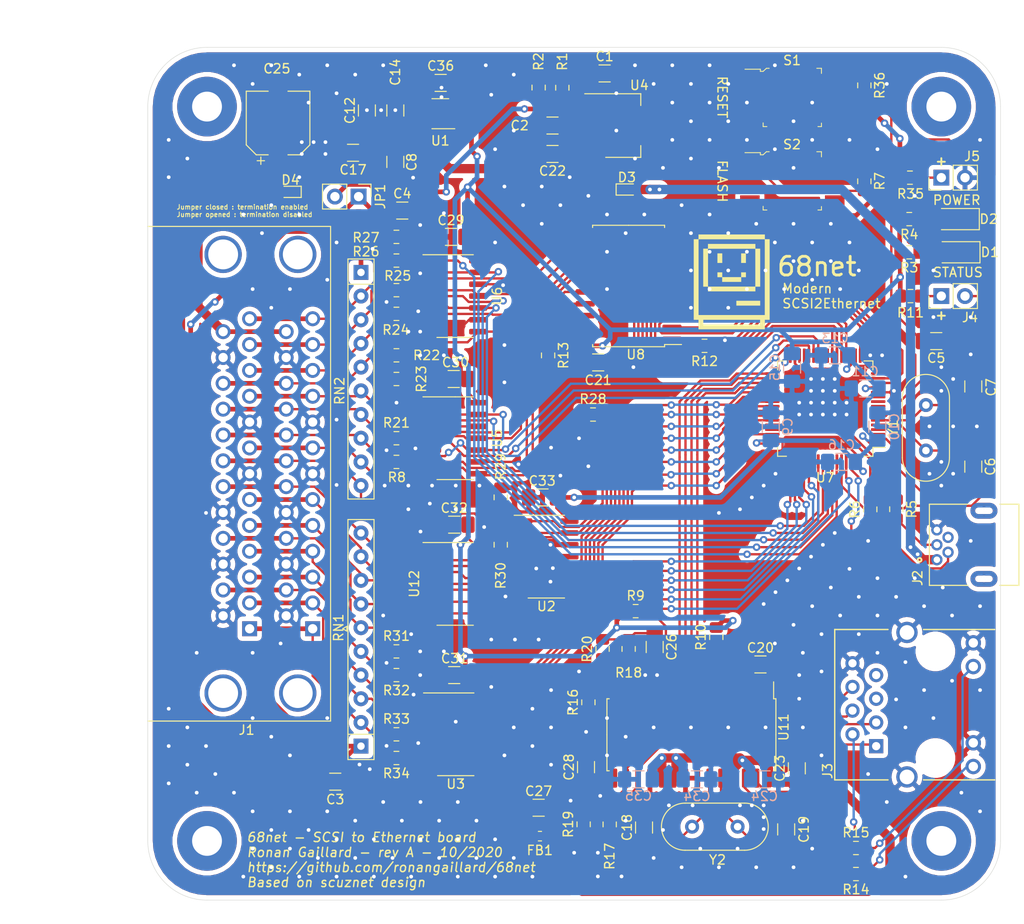
<source format=kicad_pcb>
(kicad_pcb (version 20171130) (host pcbnew "(5.1.8-0-10_14)")
  (layers (0 F.Cu signal) (31 B.Cu signal) (34 B.Paste user) (35 F.Paste user) (36 B.SilkS user) (37 F.SilkS user) (38 B.Mask user) (39 F.Mask user) (44 Edge.Cuts user))
  (net 0 "")
  (net 1 GND)
  (net 2 "Net-(C1-Pad1)")
  (net 3 VBUS)
  (net 4 /NRST)
  (net 5 "Net-(C6-Pad1)")
  (net 6 "Net-(C7-Pad1)")
  (net 7 +5V)
  (net 8 +3V3)
  (net 9 "Net-(C18-Pad1)")
  (net 10 "Net-(C19-Pad1)")
  (net 11 "Net-(C20-Pad1)")
  (net 12 "Net-(C26-Pad1)")
  (net 13 "Net-(C27-Pad1)")
  (net 14 "Net-(D1-Pad2)")
  (net 15 /STATUS_LED)
  (net 16 "Net-(D2-Pad2)")
  (net 17 /DB4)
  (net 18 /DB2)
  (net 19 /DB1)
  (net 20 /DBP)
  (net 21 /SEL)
  (net 22 /ATN)
  (net 23 /CD)
  (net 24 /DB7)
  (net 25 /DB6)
  (net 26 /DB5)
  (net 27 /DB3)
  (net 28 /DB0)
  (net 29 /BSY)
  (net 30 /ACK)
  (net 31 /RST)
  (net 32 /IO)
  (net 33 /MSG)
  (net 34 /REQ)
  (net 35 "Net-(J2-Pad4)")
  (net 36 "Net-(J2-Pad2)")
  (net 37 "Net-(J2-Pad3)")
  (net 38 /USB-)
  (net 39 /USB+)
  (net 40 /~SPI_RST~)
  (net 41 /~SPI_CS~)
  (net 42 /SPI_MISO)
  (net 43 "Net-(R14-Pad2)")
  (net 44 /LEDA)
  (net 45 /LEDB)
  (net 46 "Net-(R15-Pad1)")
  (net 47 "Net-(R16-Pad2)")
  (net 48 /TPOUT+)
  (net 49 /TPIN-)
  (net 50 /TPOUT-)
  (net 51 /TPIN+)
  (net 52 /BOOT0)
  (net 53 /TDB4)
  (net 54 /TDB0)
  (net 55 /TREQ)
  (net 56 /TBSY)
  (net 57 /TDB5)
  (net 58 /TDB1)
  (net 59 /TMSG)
  (net 60 /TDB6)
  (net 61 /TDB2)
  (net 62 /TCD)
  (net 63 /TSEL)
  (net 64 /TDB7)
  (net 65 /TDB3)
  (net 66 /TIO)
  (net 67 /TDBP)
  (net 68 /RACK)
  (net 69 /RRST)
  (net 70 /RATN)
  (net 71 /RBSY)
  (net 72 "Net-(U7-Pad54)")
  (net 73 /RDBP)
  (net 74 /RDB7)
  (net 75 /RDB6)
  (net 76 /SPI_MOSI)
  (net 77 /SPI_SCK)
  (net 78 /~SPI_INT~)
  (net 79 /RSEL)
  (net 80 /RDB5)
  (net 81 /RDB4)
  (net 82 /RDB3)
  (net 83 /RDB2)
  (net 84 /RDB1)
  (net 85 /RDB0)
  (net 86 "Net-(U7-Pad4)")
  (net 87 "Net-(U7-Pad3)")
  (net 88 "Net-(U11-Pad5)")
  (net 89 "Net-(U11-Pad3)")
  (net 90 "Net-(S1-Pad1)")
  (net 91 "Net-(S1-Pad3)")
  (net 92 "Net-(S2-Pad4)")
  (net 93 "Net-(S2-Pad2)")
  (net 94 "Net-(J3-Pad7)")
  (net 95 "Net-(J3-Pad5)")
  (net 96 "Net-(R12-Pad2)")
  (net 97 "Net-(U7-Pad29)")
  (net 98 "Net-(U2-Pad8)")
  (net 99 "Net-(U7-Pad25)")
  (net 100 "Net-(U7-Pad24)")
  (net 101 "Net-(U7-Pad11)")
  (net 102 "Net-(U7-Pad10)")
  (net 103 "Net-(U7-Pad9)")
  (net 104 "Net-(U7-Pad8)")
  (net 105 VCC)
  (net 106 /TPWR)
  (net 107 "Net-(R13-Pad1)")
  (net 108 "Net-(U7-Pad30)")
  (net 109 "Net-(C3-Pad1)")
  (net 110 "Net-(C36-Pad1)")
  (net 111 "Net-(J4-Pad1)")
  (net 112 "Net-(J5-Pad1)")
  (module Resistor_SMD:R_0805_2012Metric_Pad1.15x1.40mm_HandSolder (layer F.Cu) (at 97.155 24.393 90)
    (fp_text reference R36 (at 0 1.651 90) (layer F.SilkS))
    (fp_text value 10k)
    (pad 2 smd roundrect (at 1.025 0 90) (size 1.15 1.4) (layers F.Cu F.Paste F.Mask) (roundrect_rratio 0.217391) (net 4 /NRST))
    (pad 1 smd roundrect (at -1.025 0 90) (size 1.15 1.4) (layers F.Cu F.Paste F.Mask) (roundrect_rratio 0.217391) (net 8 +3V3))
  )
  (module Resistor_SMD:R_0805_2012Metric_Pad1.15x1.40mm_HandSolder (layer F.Cu) (at 102.045 34.29 180)
    (fp_text reference R35 (at -0.063 -1.74) (layer F.SilkS))
    (fp_text value 100)
    (pad 2 smd roundrect (at 1.025 0 180) (size 1.15 1.4) (layers F.Cu F.Paste F.Mask) (roundrect_rratio 0.217391) (net 8 +3V3))
    (pad 1 smd roundrect (at -1.025 0 180) (size 1.15 1.4) (layers F.Cu F.Paste F.Mask) (roundrect_rratio 0.217391) (net 112 "Net-(J5-Pad1)"))
  )
  (module Resistor_SMD:R_0805_2012Metric_Pad1.15x1.40mm_HandSolder (layer F.Cu) (at 102.099 46.99 180)
    (fp_text reference R11 (at -0.009 -1.778) (layer F.SilkS))
    (fp_text value 100)
    (pad 2 smd roundrect (at 1.025 0 180) (size 1.15 1.4) (layers F.Cu F.Paste F.Mask) (roundrect_rratio 0.217391) (net 8 +3V3))
    (pad 1 smd roundrect (at -1.025 0 180) (size 1.15 1.4) (layers F.Cu F.Paste F.Mask) (roundrect_rratio 0.217391) (net 111 "Net-(J4-Pad1)"))
  )
  (module Connector_PinHeader_2.54mm:PinHeader_1x02_P2.54mm_Vertical (layer F.Cu) (at 105.41 34.29 90)
    (fp_text reference J5 (at 2.286 3.302 180) (layer F.SilkS))
    (fp_text value Conn_01x02_Male)
    (pad 2 thru_hole oval (at 0 2.54 90) (size 1.7 1.7) (drill 1) (layers *.Cu *.Mask) (net 1 GND))
    (pad 1 thru_hole rect (at 0 0 90) (size 1.7 1.7) (drill 1) (layers *.Cu *.Mask) (net 112 "Net-(J5-Pad1)"))
  )
  (module Connector_PinHeader_2.54mm:PinHeader_1x02_P2.54mm_Vertical (layer F.Cu) (at 105.41 46.99 90)
    (fp_text reference J4 (at -2.286 3.073 180) (layer F.SilkS))
    (fp_text value Conn_01x02_Male)
    (pad 2 thru_hole oval (at 0 2.54 90) (size 1.7 1.7) (drill 1) (layers *.Cu *.Mask) (net 15 /STATUS_LED))
    (pad 1 thru_hole rect (at 0 0 90) (size 1.7 1.7) (drill 1) (layers *.Cu *.Mask) (net 111 "Net-(J4-Pad1)"))
  )
  (module kicad-footprints-perso:DSUB-25_Female_Horizontal_Double (layer F.Cu) (at 20.32 66.04 270)
    (fp_text reference J1 (at 27.48 -10.6) (layer F.SilkS))
    (fp_text value DB25_Female)
    (pad "" thru_hole circle (at -23.52 -8.08 270) (size 4 4) (drill 3.2) (layers *.Cu *.Mask))
    (pad "" thru_hole circle (at 23.52 -8.08 270) (size 4 4) (drill 3.2) (layers *.Cu *.Mask))
    (pad 1 thru_hole rect (at 16.62 -10.92 270) (size 1.6 1.6) (drill 1) (layers *.Cu *.Mask) (net 34 /REQ))
    (pad 2 thru_hole circle (at 13.85 -10.92 270) (size 1.6 1.6) (drill 1) (layers *.Cu *.Mask) (net 33 /MSG))
    (pad 24 thru_hole circle (at -12.465 -8.08 270) (size 1.6 1.6) (drill 1) (layers *.Cu *.Mask) (net 1 GND))
    (pad 25 thru_hole circle (at -15.235 -8.08 270) (size 1.6 1.6) (drill 1) (layers *.Cu *.Mask) (net 106 /TPWR))
    (pad 21 thru_hole circle (at -4.155 -8.08 270) (size 1.6 1.6) (drill 1) (layers *.Cu *.Mask) (net 19 /DB1))
    (pad 22 thru_hole circle (at -6.925 -8.08 270) (size 1.6 1.6) (drill 1) (layers *.Cu *.Mask) (net 18 /DB2))
    (pad 23 thru_hole circle (at -9.695 -8.08 270) (size 1.6 1.6) (drill 1) (layers *.Cu *.Mask) (net 17 /DB4))
    (pad 18 thru_hole circle (at 4.155 -8.08 270) (size 1.6 1.6) (drill 1) (layers *.Cu *.Mask) (net 1 GND))
    (pad 19 thru_hole circle (at 1.385 -8.08 270) (size 1.6 1.6) (drill 1) (layers *.Cu *.Mask) (net 21 /SEL))
    (pad 20 thru_hole circle (at -1.385 -8.08 270) (size 1.6 1.6) (drill 1) (layers *.Cu *.Mask) (net 20 /DBP))
    (pad 7 thru_hole circle (at 0 -10.92 270) (size 1.6 1.6) (drill 1) (layers *.Cu *.Mask) (net 1 GND))
    (pad 8 thru_hole circle (at -2.77 -10.92 270) (size 1.6 1.6) (drill 1) (layers *.Cu *.Mask) (net 28 /DB0))
    (pad 14 thru_hole circle (at 15.235 -8.08 270) (size 1.6 1.6) (drill 1) (layers *.Cu *.Mask) (net 1 GND))
    (pad 15 thru_hole circle (at 12.465 -8.08 270) (size 1.6 1.6) (drill 1) (layers *.Cu *.Mask) (net 23 /CD))
    (pad 3 thru_hole circle (at 11.08 -10.92 270) (size 1.6 1.6) (drill 1) (layers *.Cu *.Mask) (net 32 /IO))
    (pad 4 thru_hole circle (at 8.31 -10.92 270) (size 1.6 1.6) (drill 1) (layers *.Cu *.Mask) (net 31 /RST))
    (pad 5 thru_hole circle (at 5.54 -10.92 270) (size 1.6 1.6) (drill 1) (layers *.Cu *.Mask) (net 30 /ACK))
    (pad 6 thru_hole circle (at 2.77 -10.92 270) (size 1.6 1.6) (drill 1) (layers *.Cu *.Mask) (net 29 /BSY))
    (pad 16 thru_hole circle (at 9.695 -8.08 270) (size 1.6 1.6) (drill 1) (layers *.Cu *.Mask) (net 1 GND))
    (pad 17 thru_hole circle (at 6.925 -8.08 270) (size 1.6 1.6) (drill 1) (layers *.Cu *.Mask) (net 22 /ATN))
    (pad 12 thru_hole circle (at -13.85 -10.92 270) (size 1.6 1.6) (drill 1) (layers *.Cu *.Mask) (net 25 /DB6))
    (pad 13 thru_hole circle (at -16.62 -10.92 270) (size 1.6 1.6) (drill 1) (layers *.Cu *.Mask) (net 24 /DB7))
    (pad 9 thru_hole circle (at -5.54 -10.92 270) (size 1.6 1.6) (drill 1) (layers *.Cu *.Mask) (net 1 GND))
    (pad 10 thru_hole circle (at -8.31 -10.92 270) (size 1.6 1.6) (drill 1) (layers *.Cu *.Mask) (net 27 /DB3))
    (pad 11 thru_hole circle (at -11.08 -10.92 270) (size 1.6 1.6) (drill 1) (layers *.Cu *.Mask) (net 26 /DB5))
    (pad "" thru_hole circle (at 23.52 -16.08 270) (size 4 4) (drill 3.2) (layers *.Cu *.Mask))
    (pad "" thru_hole circle (at -23.52 -16.08 270) (size 4 4) (drill 3.2) (layers *.Cu *.Mask))
    (pad 25 thru_hole circle (at -15.235 -14.84 270) (size 1.6 1.6) (drill 1) (layers *.Cu *.Mask) (net 106 /TPWR))
    (pad 24 thru_hole circle (at -12.465 -14.84 270) (size 1.6 1.6) (drill 1) (layers *.Cu *.Mask) (net 1 GND))
    (pad 23 thru_hole circle (at -9.695 -14.84 270) (size 1.6 1.6) (drill 1) (layers *.Cu *.Mask) (net 17 /DB4))
    (pad 22 thru_hole circle (at -6.925 -14.84 270) (size 1.6 1.6) (drill 1) (layers *.Cu *.Mask) (net 18 /DB2))
    (pad 21 thru_hole circle (at -4.155 -14.84 270) (size 1.6 1.6) (drill 1) (layers *.Cu *.Mask) (net 19 /DB1))
    (pad 20 thru_hole circle (at -1.385 -14.84 270) (size 1.6 1.6) (drill 1) (layers *.Cu *.Mask) (net 20 /DBP))
    (pad 19 thru_hole circle (at 1.385 -14.84 270) (size 1.6 1.6) (drill 1) (layers *.Cu *.Mask) (net 21 /SEL))
    (pad 18 thru_hole circle (at 4.155 -14.84 270) (size 1.6 1.6) (drill 1) (layers *.Cu *.Mask) (net 1 GND))
    (pad 17 thru_hole circle (at 6.925 -14.84 270) (size 1.6 1.6) (drill 1) (layers *.Cu *.Mask) (net 22 /ATN))
    (pad 16 thru_hole circle (at 9.695 -14.84 270) (size 1.6 1.6) (drill 1) (layers *.Cu *.Mask) (net 1 GND))
    (pad 15 thru_hole circle (at 12.465 -14.84 270) (size 1.6 1.6) (drill 1) (layers *.Cu *.Mask) (net 23 /CD))
    (pad 14 thru_hole circle (at 15.235 -14.84 270) (size 1.6 1.6) (drill 1) (layers *.Cu *.Mask) (net 1 GND))
    (pad 13 thru_hole circle (at -16.62 -17.68 270) (size 1.6 1.6) (drill 1) (layers *.Cu *.Mask) (net 24 /DB7))
    (pad 12 thru_hole circle (at -13.85 -17.68 270) (size 1.6 1.6) (drill 1) (layers *.Cu *.Mask) (net 25 /DB6))
    (pad 11 thru_hole circle (at -11.08 -17.68 270) (size 1.6 1.6) (drill 1) (layers *.Cu *.Mask) (net 26 /DB5))
    (pad 10 thru_hole circle (at -8.31 -17.68 270) (size 1.6 1.6) (drill 1) (layers *.Cu *.Mask) (net 27 /DB3))
    (pad 9 thru_hole circle (at -5.54 -17.68 270) (size 1.6 1.6) (drill 1) (layers *.Cu *.Mask) (net 1 GND))
    (pad 8 thru_hole circle (at -2.77 -17.68 270) (size 1.6 1.6) (drill 1) (layers *.Cu *.Mask) (net 28 /DB0))
    (pad 7 thru_hole circle (at 0 -17.68 270) (size 1.6 1.6) (drill 1) (layers *.Cu *.Mask) (net 1 GND))
    (pad 6 thru_hole circle (at 2.77 -17.68 270) (size 1.6 1.6) (drill 1) (layers *.Cu *.Mask) (net 29 /BSY))
    (pad 5 thru_hole circle (at 5.54 -17.68 270) (size 1.6 1.6) (drill 1) (layers *.Cu *.Mask) (net 30 /ACK))
    (pad 4 thru_hole circle (at 8.31 -17.68 270) (size 1.6 1.6) (drill 1) (layers *.Cu *.Mask) (net 31 /RST))
    (pad 3 thru_hole circle (at 11.08 -17.68 270) (size 1.6 1.6) (drill 1) (layers *.Cu *.Mask) (net 32 /IO))
    (pad 2 thru_hole circle (at 13.85 -17.68 270) (size 1.6 1.6) (drill 1) (layers *.Cu *.Mask) (net 33 /MSG))
    (pad 1 thru_hole rect (at 16.62 -17.68 270) (size 1.6 1.6) (drill 1) (layers *.Cu *.Mask) (net 34 /REQ))
  )
  (module Resistor_THT:R_Array_SIP10 (layer F.Cu) (at 43.18 44.45 270)
    (fp_text reference RN2 (at 12.7 2.286 90) (layer F.SilkS))
    (fp_text value 100)
    (pad 10 thru_hole oval (at 22.86 0 270) (size 1.6 1.6) (drill 0.8) (layers *.Cu *.Mask) (net 20 /DBP))
    (pad 9 thru_hole oval (at 20.32 0 270) (size 1.6 1.6) (drill 0.8) (layers *.Cu *.Mask) (net 28 /DB0))
    (pad 8 thru_hole oval (at 17.78 0 270) (size 1.6 1.6) (drill 0.8) (layers *.Cu *.Mask) (net 19 /DB1))
    (pad 7 thru_hole oval (at 15.24 0 270) (size 1.6 1.6) (drill 0.8) (layers *.Cu *.Mask) (net 18 /DB2))
    (pad 6 thru_hole oval (at 12.7 0 270) (size 1.6 1.6) (drill 0.8) (layers *.Cu *.Mask) (net 27 /DB3))
    (pad 5 thru_hole oval (at 10.16 0 270) (size 1.6 1.6) (drill 0.8) (layers *.Cu *.Mask) (net 17 /DB4))
    (pad 4 thru_hole oval (at 7.62 0 270) (size 1.6 1.6) (drill 0.8) (layers *.Cu *.Mask) (net 26 /DB5))
    (pad 3 thru_hole oval (at 5.08 0 270) (size 1.6 1.6) (drill 0.8) (layers *.Cu *.Mask) (net 25 /DB6))
    (pad 2 thru_hole oval (at 2.54 0 270) (size 1.6 1.6) (drill 0.8) (layers *.Cu *.Mask) (net 24 /DB7))
    (pad 1 thru_hole rect (at 0 0 270) (size 1.6 1.6) (drill 0.8) (layers *.Cu *.Mask) (net 109 "Net-(C3-Pad1)"))
  )
  (module Package_TO_SOT_SMD:SOT-23-5_HandSoldering (layer F.Cu) (at 51.689 27.432 180)
    (fp_text reference U1 (at 0 -2.9) (layer F.SilkS))
    (fp_text value MIC5319)
    (pad 5 smd rect (at 1.35 -0.95 180) (size 1.56 0.65) (layers F.Cu F.Paste F.Mask) (net 8 +3V3))
    (pad 4 smd rect (at 1.35 0.95 180) (size 1.56 0.65) (layers F.Cu F.Paste F.Mask) (net 110 "Net-(C36-Pad1)"))
    (pad 3 smd rect (at -1.35 0.95 180) (size 1.56 0.65) (layers F.Cu F.Paste F.Mask) (net 105 VCC))
    (pad 2 smd rect (at -1.35 0 180) (size 1.56 0.65) (layers F.Cu F.Paste F.Mask) (net 1 GND))
    (pad 1 smd rect (at -1.35 -0.95 180) (size 1.56 0.65) (layers F.Cu F.Paste F.Mask) (net 105 VCC))
  )
  (module Capacitor_SMD:C_1206_3216Metric_Pad1.42x1.75mm_HandSolder (layer F.Cu) (at 51.7255 24.13)
    (fp_text reference C36 (at 0 -1.82) (layer F.SilkS))
    (fp_text value 0.1uF)
    (pad 2 smd roundrect (at 1.4875 0) (size 1.425 1.75) (layers F.Cu F.Paste F.Mask) (roundrect_rratio 0.175439) (net 1 GND))
    (pad 1 smd roundrect (at -1.4875 0) (size 1.425 1.75) (layers F.Cu F.Paste F.Mask) (roundrect_rratio 0.175439) (net 110 "Net-(C36-Pad1)"))
  )
  (module Connector_PinHeader_2.54mm:PinHeader_1x02_P2.54mm_Vertical (layer F.Cu) (at 42.926 36.322 270)
    (fp_text reference JP1 (at 0 -2.33 90) (layer F.SilkS))
    (fp_text value Jumper_2_Bridged)
    (pad 2 thru_hole oval (at 0 2.54 270) (size 1.7 1.7) (drill 1) (layers *.Cu *.Mask) (net 3 VBUS))
    (pad 1 thru_hole rect (at 0 0 270) (size 1.7 1.7) (drill 1) (layers *.Cu *.Mask) (net 109 "Net-(C3-Pad1)"))
  )
  (module hardware:Untitled (layer F.Cu) (at 82.931 45.466)
    (fp_text reference G*** hide)
    (fp_text value LOGO hide)
  )
  (module Package_SO:SOIC-28W_7.5x17.9mm_P1.27mm (layer F.Cu) (at 78.613 94.029 270)
    (fp_text reference U11 (at -0.811 -9.9 90) (layer F.SilkS))
    (fp_text value ENC28J60x-SO)
    (pad 28 smd roundrect (at 4.65 -8.255 270) (size 2.05 0.6) (layers F.Cu F.Paste F.Mask) (net 8 +3V3))
    (pad 27 smd roundrect (at 4.65 -6.985 270) (size 2.05 0.6) (layers F.Cu F.Paste F.Mask) (net 43 "Net-(R14-Pad2)"))
    (pad 26 smd roundrect (at 4.65 -5.715 270) (size 2.05 0.6) (layers F.Cu F.Paste F.Mask) (net 46 "Net-(R15-Pad1)"))
    (pad 25 smd roundrect (at 4.65 -4.445 270) (size 2.05 0.6) (layers F.Cu F.Paste F.Mask) (net 8 +3V3))
    (pad 24 smd roundrect (at 4.65 -3.175 270) (size 2.05 0.6) (layers F.Cu F.Paste F.Mask) (net 10 "Net-(C19-Pad1)"))
    (pad 23 smd roundrect (at 4.65 -1.905 270) (size 2.05 0.6) (layers F.Cu F.Paste F.Mask) (net 9 "Net-(C18-Pad1)"))
    (pad 22 smd roundrect (at 4.65 -0.635 270) (size 2.05 0.6) (layers F.Cu F.Paste F.Mask) (net 1 GND))
    (pad 21 smd roundrect (at 4.65 0.635 270) (size 2.05 0.6) (layers F.Cu F.Paste F.Mask) (net 1 GND))
    (pad 20 smd roundrect (at 4.65 1.905 270) (size 2.05 0.6) (layers F.Cu F.Paste F.Mask) (net 8 +3V3))
    (pad 19 smd roundrect (at 4.65 3.175 270) (size 2.05 0.6) (layers F.Cu F.Paste F.Mask) (net 8 +3V3))
    (pad 18 smd roundrect (at 4.65 4.445 270) (size 2.05 0.6) (layers F.Cu F.Paste F.Mask) (net 1 GND))
    (pad 17 smd roundrect (at 4.65 5.715 270) (size 2.05 0.6) (layers F.Cu F.Paste F.Mask) (net 48 /TPOUT+))
    (pad 16 smd roundrect (at 4.65 6.985 270) (size 2.05 0.6) (layers F.Cu F.Paste F.Mask) (net 50 /TPOUT-))
    (pad 15 smd roundrect (at 4.65 8.255 270) (size 2.05 0.6) (layers F.Cu F.Paste F.Mask) (net 8 +3V3))
    (pad 14 smd roundrect (at -4.65 8.255 270) (size 2.05 0.6) (layers F.Cu F.Paste F.Mask) (net 47 "Net-(R16-Pad2)"))
    (pad 13 smd roundrect (at -4.65 6.985 270) (size 2.05 0.6) (layers F.Cu F.Paste F.Mask) (net 51 /TPIN+))
    (pad 12 smd roundrect (at -4.65 5.715 270) (size 2.05 0.6) (layers F.Cu F.Paste F.Mask) (net 49 /TPIN-))
    (pad 11 smd roundrect (at -4.65 4.445 270) (size 2.05 0.6) (layers F.Cu F.Paste F.Mask) (net 1 GND))
    (pad 10 smd roundrect (at -4.65 3.175 270) (size 2.05 0.6) (layers F.Cu F.Paste F.Mask) (net 40 /~SPI_RST~))
    (pad 9 smd roundrect (at -4.65 1.905 270) (size 2.05 0.6) (layers F.Cu F.Paste F.Mask) (net 41 /~SPI_CS~))
    (pad 8 smd roundrect (at -4.65 0.635 270) (size 2.05 0.6) (layers F.Cu F.Paste F.Mask) (net 77 /SPI_SCK))
    (pad 7 smd roundrect (at -4.65 -0.635 270) (size 2.05 0.6) (layers F.Cu F.Paste F.Mask) (net 76 /SPI_MOSI))
    (pad 6 smd roundrect (at -4.65 -1.905 270) (size 2.05 0.6) (layers F.Cu F.Paste F.Mask) (net 42 /SPI_MISO))
    (pad 5 smd roundrect (at -4.65 -3.175 270) (size 2.05 0.6) (layers F.Cu F.Paste F.Mask) (net 88 "Net-(U11-Pad5)"))
    (pad 4 smd roundrect (at -4.65 -4.445 270) (size 2.05 0.6) (layers F.Cu F.Paste F.Mask) (net 78 /~SPI_INT~))
    (pad 3 smd roundrect (at -4.65 -5.715 270) (size 2.05 0.6) (layers F.Cu F.Paste F.Mask) (net 89 "Net-(U11-Pad3)"))
    (pad 2 smd roundrect (at -4.65 -6.985 270) (size 2.05 0.6) (layers F.Cu F.Paste F.Mask) (net 1 GND))
    (pad 1 smd roundrect (at -4.65 -8.255 270) (size 2.05 0.6) (layers F.Cu F.Paste F.Mask) (net 11 "Net-(C20-Pad1)"))
  )
  (module MountingHole:MountingHole_3.2mm_M3_Pad (layer F.Cu) (at 26.67 105.41)
    (fp_text reference H4 hide)
    (fp_text value MountingHole)
    (pad 1 thru_hole circle (at 0 0) (size 6.4 6.4) (drill 3.2) (layers *.Cu *.Mask))
  )
  (module MountingHole:MountingHole_3.2mm_M3_Pad (layer F.Cu) (at 26.67 26.67)
    (fp_text reference H3 hide)
    (fp_text value MountingHole)
    (pad 1 thru_hole circle (at 0 0) (size 6.4 6.4) (drill 3.2) (layers *.Cu *.Mask))
  )
  (module MountingHole:MountingHole_3.2mm_M3_Pad (layer F.Cu) (at 105.41 105.41)
    (fp_text reference H2 hide)
    (fp_text value MountingHole)
    (pad 1 thru_hole circle (at 0 0) (size 6.4 6.4) (drill 3.2) (layers *.Cu *.Mask))
  )
  (module MountingHole:MountingHole_3.2mm_M3_Pad (layer F.Cu) (at 105.41 26.67)
    (fp_text reference H1 hide)
    (fp_text value MountingHole)
    (pad 1 thru_hole circle (at 0 0) (size 6.4 6.4) (drill 3.2) (layers *.Cu *.Mask))
  )
  (module Capacitor_SMD:C_1206_3216Metric_Pad1.42x1.75mm_HandSolder (layer B.Cu) (at 72.9345 98.806 180)
    (fp_text reference C35 (at 0 -1.778) (layer B.SilkS) (effects (justify mirror)))
    (fp_text value 100nF)
    (pad 2 smd roundrect (at 1.4875 0 180) (size 1.425 1.75) (layers B.Cu B.Paste B.Mask) (roundrect_rratio 0.175439) (net 1 GND))
    (pad 1 smd roundrect (at -1.4875 0 180) (size 1.425 1.75) (layers B.Cu B.Paste B.Mask) (roundrect_rratio 0.175439) (net 8 +3V3))
  )
  (module Capacitor_SMD:C_1206_3216Metric_Pad1.42x1.75mm_HandSolder (layer B.Cu) (at 79.2115 98.806)
    (fp_text reference C34 (at 0 1.82) (layer B.SilkS) (effects (justify mirror)))
    (fp_text value 100nF)
    (pad 2 smd roundrect (at 1.4875 0) (size 1.425 1.75) (layers B.Cu B.Paste B.Mask) (roundrect_rratio 0.175439) (net 1 GND))
    (pad 1 smd roundrect (at -1.4875 0) (size 1.425 1.75) (layers B.Cu B.Paste B.Mask) (roundrect_rratio 0.175439) (net 8 +3V3))
  )
  (module Capacitor_SMD:C_1206_3216Metric_Pad1.42x1.75mm_HandSolder (layer F.Cu) (at 67.31 97.4995 90)
    (fp_text reference C28 (at 0 -1.82 90) (layer F.SilkS))
    (fp_text value 100nF)
    (pad 2 smd roundrect (at 1.4875 0 90) (size 1.425 1.75) (layers F.Cu F.Paste F.Mask) (roundrect_rratio 0.175439) (net 1 GND))
    (pad 1 smd roundrect (at -1.4875 0 90) (size 1.425 1.75) (layers F.Cu F.Paste F.Mask) (roundrect_rratio 0.175439) (net 8 +3V3))
  )
  (module Capacitor_SMD:CP_Elec_6.3x5.4 (layer F.Cu) (at 34.29 28.43 90)
    (fp_text reference C25 (at 5.824 -0.127 180) (layer F.SilkS))
    (fp_text value 100uF)
    (pad 2 smd roundrect (at 2.8 0 90) (size 3.5 1.6) (layers F.Cu F.Paste F.Mask) (roundrect_rratio 0.15625) (net 1 GND))
    (pad 1 smd roundrect (at -2.8 0 90) (size 3.5 1.6) (layers F.Cu F.Paste F.Mask) (roundrect_rratio 0.15625) (net 106 /TPWR))
  )
  (module Crystal:Crystal_HC49-4H_Vertical (layer F.Cu) (at 103.759 63.554 90)
    (fp_text reference Y1 (at 2.44 -3.525 90) (layer F.SilkS))
    (fp_text value 8MHz)
    (pad 2 thru_hole circle (at 4.88 0 90) (size 1.5 1.5) (drill 0.8) (layers *.Cu *.Mask) (net 6 "Net-(C7-Pad1)"))
    (pad 1 thru_hole circle (at 0 0 90) (size 1.5 1.5) (drill 0.8) (layers *.Cu *.Mask) (net 5 "Net-(C6-Pad1)"))
  )
  (module Diode_SMD:D_SOD-523 (layer F.Cu) (at 35.622 35.814 180)
    (fp_text reference D4 (at 0 1.27) (layer F.SilkS))
    (fp_text value D_Schottky)
    (pad 1 smd rect (at -0.7 0) (size 0.6 0.7) (layers F.Cu F.Paste F.Mask) (net 105 VCC))
    (pad 2 smd rect (at 0.7 0) (size 0.6 0.7) (layers F.Cu F.Paste F.Mask) (net 106 /TPWR))
  )
  (module Diode_SMD:D_SOD-523 (layer F.Cu) (at 71.69 35.56)
    (fp_text reference D3 (at 0 -1.3) (layer F.SilkS))
    (fp_text value D_Schottky)
    (pad 1 smd rect (at -0.7 0 180) (size 0.6 0.7) (layers F.Cu F.Paste F.Mask) (net 105 VCC))
    (pad 2 smd rect (at 0.7 0 180) (size 0.6 0.7) (layers F.Cu F.Paste F.Mask) (net 7 +5V))
  )
  (module kicad-footprints-perso:SI-60062-F (layer F.Cu) (at 104.775 96.52 90)
    (fp_text reference J3 (at -1.397 -11.557 90) (layer F.SilkS))
    (fp_text value RJ45_Bel_SI-60062-F-68net)
    (pad GA thru_hole circle (at 9.8044 4.064 90) (size 1.651 1.651) (drill 1.016) (layers *.Cu *.Mask) (net 44 /LEDA))
    (pad GK thru_hole circle (at 12.3444 4.064 90) (size 1.651 1.651) (drill 1.016) (layers *.Cu *.Mask) (net 1 GND))
    (pad YK thru_hole circle (at 1.6256 4.064 90) (size 1.651 1.651) (drill 1.016) (layers *.Cu *.Mask) (net 1 GND))
    (pad YA thru_hole circle (at -0.9144 4.064 90) (size 1.651 1.651) (drill 1.016) (layers *.Cu *.Mask) (net 45 /LEDB))
    (pad 13 thru_hole circle (at 13.462 -3.048 90) (size 2.286 2.286) (drill 1.5748) (layers *.Cu *.Mask) (net 1 GND))
    (pad 13 thru_hole circle (at -2.032 -3.048 90) (size 2.286 2.286) (drill 1.5748) (layers *.Cu *.Mask) (net 1 GND))
    (pad "" np_thru_hole circle (at 11.43 0 90) (size 3.2512 3.2512) (drill 3.2512) (layers *.Cu *.Mask))
    (pad "" np_thru_hole circle (at 0 0 90) (size 3.2512 3.2512) (drill 3.2512) (layers *.Cu *.Mask))
    (pad 8 thru_hole circle (at 10.16 -8.89 90) (size 1.524 1.524) (drill 0.889) (layers *.Cu *.Mask) (net 1 GND))
    (pad 7 thru_hole circle (at 8.89 -6.35 90) (size 1.524 1.524) (drill 0.889) (layers *.Cu *.Mask) (net 94 "Net-(J3-Pad7)"))
    (pad 6 thru_hole circle (at 7.62 -8.89 90) (size 1.524 1.524) (drill 0.889) (layers *.Cu *.Mask) (net 49 /TPIN-))
    (pad 5 thru_hole circle (at 6.35 -6.35 90) (size 1.524 1.524) (drill 0.889) (layers *.Cu *.Mask) (net 95 "Net-(J3-Pad5)"))
    (pad 4 thru_hole circle (at 5.08 -8.89 90) (size 1.524 1.524) (drill 0.889) (layers *.Cu *.Mask) (net 51 /TPIN+))
    (pad 3 thru_hole circle (at 3.81 -6.35 90) (size 1.524 1.524) (drill 0.889) (layers *.Cu *.Mask) (net 50 /TPOUT-))
    (pad 2 thru_hole circle (at 2.54 -8.89 90) (size 1.524 1.524) (drill 0.889) (layers *.Cu *.Mask) (net 13 "Net-(C27-Pad1)"))
    (pad 1 thru_hole rect (at 1.27 -6.35 90) (size 1.524 1.524) (drill 0.889) (layers *.Cu *.Mask) (net 48 /TPOUT+))
  )
  (module Resistor_SMD:R_0805_2012Metric_Pad1.15x1.40mm_HandSolder (layer F.Cu) (at 46.981 96.52)
    (fp_text reference R34 (at 0 1.651) (layer F.SilkS))
    (fp_text value 3k3)
    (pad 2 smd roundrect (at 1.025 0) (size 1.15 1.4) (layers F.Cu F.Paste F.Mask) (roundrect_rratio 0.2173904347826087) (net 55 /TREQ))
    (pad 1 smd roundrect (at -1.025 0) (size 1.15 1.4) (layers F.Cu F.Paste F.Mask) (roundrect_rratio 0.2173904347826087) (net 1 GND))
  )
  (module Resistor_SMD:R_0805_2012Metric_Pad1.15x1.40mm_HandSolder (layer F.Cu) (at 46.981 93.98)
    (fp_text reference R33 (at 0 -1.65) (layer F.SilkS))
    (fp_text value 3k3)
    (pad 2 smd roundrect (at 1.025 0) (size 1.15 1.4) (layers F.Cu F.Paste F.Mask) (roundrect_rratio 0.2173904347826087) (net 59 /TMSG))
    (pad 1 smd roundrect (at -1.025 0) (size 1.15 1.4) (layers F.Cu F.Paste F.Mask) (roundrect_rratio 0.2173904347826087) (net 1 GND))
  )
  (module Resistor_SMD:R_0805_2012Metric_Pad1.15x1.40mm_HandSolder (layer F.Cu) (at 46.981 87.63)
    (fp_text reference R32 (at 0 1.651) (layer F.SilkS))
    (fp_text value 3k3)
    (pad 2 smd roundrect (at 1.025 0) (size 1.15 1.4) (layers F.Cu F.Paste F.Mask) (roundrect_rratio 0.2173904347826087) (net 66 /TIO))
    (pad 1 smd roundrect (at -1.025 0) (size 1.15 1.4) (layers F.Cu F.Paste F.Mask) (roundrect_rratio 0.2173904347826087) (net 1 GND))
  )
  (module Resistor_SMD:R_0805_2012Metric_Pad1.15x1.40mm_HandSolder (layer F.Cu) (at 46.981 85.09)
    (fp_text reference R31 (at 0 -1.65) (layer F.SilkS))
    (fp_text value 3k3)
    (pad 2 smd roundrect (at 1.025 0) (size 1.15 1.4) (layers F.Cu F.Paste F.Mask) (roundrect_rratio 0.2173904347826087) (net 62 /TCD))
    (pad 1 smd roundrect (at -1.025 0) (size 1.15 1.4) (layers F.Cu F.Paste F.Mask) (roundrect_rratio 0.2173904347826087) (net 1 GND))
  )
  (module Resistor_SMD:R_0805_2012Metric_Pad1.15x1.40mm_HandSolder (layer F.Cu) (at 58.166 73.651 270)
    (fp_text reference R30 (at 3.311 0 90) (layer F.SilkS))
    (fp_text value 3k3)
    (pad 2 smd roundrect (at 1.025 0 270) (size 1.15 1.4) (layers F.Cu F.Paste F.Mask) (roundrect_rratio 0.2173904347826087) (net 56 /TBSY))
    (pad 1 smd roundrect (at -1.025 0 270) (size 1.15 1.4) (layers F.Cu F.Paste F.Mask) (roundrect_rratio 0.2173904347826087) (net 1 GND))
  )
  (module Resistor_SMD:R_0805_2012Metric_Pad1.15x1.40mm_HandSolder (layer F.Cu) (at 58.166 68.571 270)
    (fp_text reference R29 (at -3.293 0 90) (layer F.SilkS))
    (fp_text value 3k3)
    (pad 2 smd roundrect (at 1.025 0 270) (size 1.15 1.4) (layers F.Cu F.Paste F.Mask) (roundrect_rratio 0.2173904347826087) (net 63 /TSEL))
    (pad 1 smd roundrect (at -1.025 0 270) (size 1.15 1.4) (layers F.Cu F.Paste F.Mask) (roundrect_rratio 0.2173904347826087) (net 1 GND))
  )
  (module Resistor_SMD:R_0805_2012Metric_Pad1.15x1.40mm_HandSolder (layer F.Cu) (at 68.063 59.69)
    (fp_text reference R28 (at 0 -1.65) (layer F.SilkS))
    (fp_text value 3k3)
    (pad 2 smd roundrect (at 1.025 0) (size 1.15 1.4) (layers F.Cu F.Paste F.Mask) (roundrect_rratio 0.2173904347826087) (net 67 /TDBP))
    (pad 1 smd roundrect (at -1.025 0) (size 1.15 1.4) (layers F.Cu F.Paste F.Mask) (roundrect_rratio 0.2173904347826087) (net 1 GND))
  )
  (module Resistor_SMD:R_0805_2012Metric_Pad1.15x1.40mm_HandSolder (layer F.Cu) (at 46.981 40.64)
    (fp_text reference R27 (at -3.261 0.08) (layer F.SilkS))
    (fp_text value 3k3)
    (pad 2 smd roundrect (at 1.025 0) (size 1.15 1.4) (layers F.Cu F.Paste F.Mask) (roundrect_rratio 0.2173904347826087) (net 64 /TDB7))
    (pad 1 smd roundrect (at -1.025 0) (size 1.15 1.4) (layers F.Cu F.Paste F.Mask) (roundrect_rratio 0.2173904347826087) (net 1 GND))
  )
  (module Resistor_SMD:R_0805_2012Metric_Pad1.15x1.40mm_HandSolder (layer F.Cu) (at 46.981 43.18)
    (fp_text reference R26 (at -3.261 -0.96 180) (layer F.SilkS))
    (fp_text value 3k3)
    (pad 2 smd roundrect (at 1.025 0) (size 1.15 1.4) (layers F.Cu F.Paste F.Mask) (roundrect_rratio 0.2173904347826087) (net 60 /TDB6))
    (pad 1 smd roundrect (at -1.025 0) (size 1.15 1.4) (layers F.Cu F.Paste F.Mask) (roundrect_rratio 0.2173904347826087) (net 1 GND))
  )
  (module Resistor_SMD:R_0805_2012Metric_Pad1.15x1.40mm_HandSolder (layer F.Cu) (at 46.981 46.355)
    (fp_text reference R25 (at 0.139 -1.535 180) (layer F.SilkS))
    (fp_text value 3k3)
    (pad 2 smd roundrect (at 1.025 0) (size 1.15 1.4) (layers F.Cu F.Paste F.Mask) (roundrect_rratio 0.2173904347826087) (net 57 /TDB5))
    (pad 1 smd roundrect (at -1.025 0) (size 1.15 1.4) (layers F.Cu F.Paste F.Mask) (roundrect_rratio 0.2173904347826087) (net 1 GND))
  )
  (module Resistor_SMD:R_0805_2012Metric_Pad1.15x1.40mm_HandSolder (layer F.Cu) (at 46.981 48.895)
    (fp_text reference R24 (at -0.061 1.725) (layer F.SilkS))
    (fp_text value 3k3)
    (pad 2 smd roundrect (at 1.025 0) (size 1.15 1.4) (layers F.Cu F.Paste F.Mask) (roundrect_rratio 0.2173904347826087) (net 53 /TDB4))
    (pad 1 smd roundrect (at -1.025 0) (size 1.15 1.4) (layers F.Cu F.Paste F.Mask) (roundrect_rratio 0.2173904347826087) (net 1 GND))
  )
  (module Resistor_SMD:R_0805_2012Metric_Pad1.15x1.40mm_HandSolder (layer F.Cu) (at 46.981 55.88)
    (fp_text reference R23 (at 2.676 0 90) (layer F.SilkS))
    (fp_text value 3k3)
    (pad 2 smd roundrect (at 1.025 0) (size 1.15 1.4) (layers F.Cu F.Paste F.Mask) (roundrect_rratio 0.2173904347826087) (net 65 /TDB3))
    (pad 1 smd roundrect (at -1.025 0) (size 1.15 1.4) (layers F.Cu F.Paste F.Mask) (roundrect_rratio 0.2173904347826087) (net 1 GND))
  )
  (module Resistor_SMD:R_0805_2012Metric_Pad1.15x1.40mm_HandSolder (layer F.Cu) (at 46.981 53.34)
    (fp_text reference R22 (at 3.239 0 180) (layer F.SilkS))
    (fp_text value 3k3)
    (pad 2 smd roundrect (at 1.025 0) (size 1.15 1.4) (layers F.Cu F.Paste F.Mask) (roundrect_rratio 0.2173904347826087) (net 61 /TDB2))
    (pad 1 smd roundrect (at -1.025 0) (size 1.15 1.4) (layers F.Cu F.Paste F.Mask) (roundrect_rratio 0.2173904347826087) (net 1 GND))
  )
  (module Resistor_SMD:R_0805_2012Metric_Pad1.15x1.40mm_HandSolder (layer F.Cu) (at 46.981 62.23)
    (fp_text reference R21 (at 0 -1.65) (layer F.SilkS))
    (fp_text value 3k3)
    (pad 2 smd roundrect (at 1.025 0) (size 1.15 1.4) (layers F.Cu F.Paste F.Mask) (roundrect_rratio 0.2173904347826087) (net 58 /TDB1))
    (pad 1 smd roundrect (at -1.025 0) (size 1.15 1.4) (layers F.Cu F.Paste F.Mask) (roundrect_rratio 0.2173904347826087) (net 1 GND))
  )
  (module Resistor_SMD:R_0805_2012Metric_Pad1.15x1.40mm_HandSolder (layer F.Cu) (at 46.981 64.77)
    (fp_text reference R8 (at 0.039 1.65 180) (layer F.SilkS))
    (fp_text value 3k3)
    (pad 2 smd roundrect (at 1.025 0) (size 1.15 1.4) (layers F.Cu F.Paste F.Mask) (roundrect_rratio 0.2173904347826087) (net 54 /TDB0))
    (pad 1 smd roundrect (at -1.025 0) (size 1.15 1.4) (layers F.Cu F.Paste F.Mask) (roundrect_rratio 0.2173904347826087) (net 1 GND))
  )
  (module Package_SO:SOIC-20W_7.5x12.8mm_P1.27mm (layer F.Cu) (at 71.876 45.908 180)
    (fp_text reference U8 (at -0.768 -7.35) (layer F.SilkS))
    (fp_text value 74LVC245)
    (pad 20 smd roundrect (at 4.65 -5.715 180) (size 2.05 0.6) (layers F.Cu F.Paste F.Mask) (net 8 +3V3))
    (pad 19 smd roundrect (at 4.65 -4.445 180) (size 2.05 0.6) (layers F.Cu F.Paste F.Mask) (net 107 "Net-(R13-Pad1)"))
    (pad 18 smd roundrect (at 4.65 -3.175 180) (size 2.05 0.6) (layers F.Cu F.Paste F.Mask) (net 28 /DB0))
    (pad 17 smd roundrect (at 4.65 -1.905 180) (size 2.05 0.6) (layers F.Cu F.Paste F.Mask) (net 19 /DB1))
    (pad 16 smd roundrect (at 4.65 -0.635 180) (size 2.05 0.6) (layers F.Cu F.Paste F.Mask) (net 18 /DB2))
    (pad 15 smd roundrect (at 4.65 0.635 180) (size 2.05 0.6) (layers F.Cu F.Paste F.Mask) (net 27 /DB3))
    (pad 14 smd roundrect (at 4.65 1.905 180) (size 2.05 0.6) (layers F.Cu F.Paste F.Mask) (net 17 /DB4))
    (pad 13 smd roundrect (at 4.65 3.175 180) (size 2.05 0.6) (layers F.Cu F.Paste F.Mask) (net 26 /DB5))
    (pad 12 smd roundrect (at 4.65 4.445 180) (size 2.05 0.6) (layers F.Cu F.Paste F.Mask) (net 25 /DB6))
    (pad 11 smd roundrect (at 4.65 5.715 180) (size 2.05 0.6) (layers F.Cu F.Paste F.Mask) (net 24 /DB7))
    (pad 10 smd roundrect (at -4.65 5.715 180) (size 2.05 0.6) (layers F.Cu F.Paste F.Mask) (net 1 GND))
    (pad 9 smd roundrect (at -4.65 4.445 180) (size 2.05 0.6) (layers F.Cu F.Paste F.Mask) (net 74 /RDB7))
    (pad 8 smd roundrect (at -4.65 3.175 180) (size 2.05 0.6) (layers F.Cu F.Paste F.Mask) (net 75 /RDB6))
    (pad 7 smd roundrect (at -4.65 1.905 180) (size 2.05 0.6) (layers F.Cu F.Paste F.Mask) (net 80 /RDB5))
    (pad 6 smd roundrect (at -4.65 0.635 180) (size 2.05 0.6) (layers F.Cu F.Paste F.Mask) (net 81 /RDB4))
    (pad 5 smd roundrect (at -4.65 -0.635 180) (size 2.05 0.6) (layers F.Cu F.Paste F.Mask) (net 82 /RDB3))
    (pad 4 smd roundrect (at -4.65 -1.905 180) (size 2.05 0.6) (layers F.Cu F.Paste F.Mask) (net 83 /RDB2))
    (pad 3 smd roundrect (at -4.65 -3.175 180) (size 2.05 0.6) (layers F.Cu F.Paste F.Mask) (net 84 /RDB1))
    (pad 2 smd roundrect (at -4.65 -4.445 180) (size 2.05 0.6) (layers F.Cu F.Paste F.Mask) (net 85 /RDB0))
    (pad 1 smd roundrect (at -4.65 -5.715 180) (size 2.05 0.6) (layers F.Cu F.Paste F.Mask) (net 96 "Net-(R12-Pad2)"))
  )
  (module Crystal:Crystal_HC49-4H_Vertical (layer F.Cu) (at 78.686 103.886)
    (fp_text reference Y2 (at 2.721 3.556) (layer F.SilkS))
    (fp_text value 25MHz)
    (pad 2 thru_hole circle (at 4.88 0) (size 1.5 1.5) (drill 0.8) (layers *.Cu *.Mask) (net 10 "Net-(C19-Pad1)"))
    (pad 1 thru_hole circle (at 0 0) (size 1.5 1.5) (drill 0.8) (layers *.Cu *.Mask) (net 9 "Net-(C18-Pad1)"))
  )
  (module Package_SO:SOIC-14_3.9x8.7mm_P1.27mm (layer F.Cu) (at 53.278 77.851)
    (fp_text reference U12 (at -4.383 0 90) (layer F.SilkS))
    (fp_text value 74LVC14)
    (pad 14 smd roundrect (at 2.475 -3.81) (size 1.95 0.6) (layers F.Cu F.Paste F.Mask) (net 8 +3V3))
    (pad 13 smd roundrect (at 2.475 -2.54) (size 1.95 0.6) (layers F.Cu F.Paste F.Mask) (net 21 /SEL))
    (pad 12 smd roundrect (at 2.475 -1.27) (size 1.95 0.6) (layers F.Cu F.Paste F.Mask) (net 79 /RSEL))
    (pad 11 smd roundrect (at 2.475 0) (size 1.95 0.6) (layers F.Cu F.Paste F.Mask) (net 30 /ACK))
    (pad 10 smd roundrect (at 2.475 1.27) (size 1.95 0.6) (layers F.Cu F.Paste F.Mask) (net 68 /RACK))
    (pad 9 smd roundrect (at 2.475 2.54) (size 1.95 0.6) (layers F.Cu F.Paste F.Mask) (net 31 /RST))
    (pad 8 smd roundrect (at 2.475 3.81) (size 1.95 0.6) (layers F.Cu F.Paste F.Mask) (net 69 /RRST))
    (pad 7 smd roundrect (at -2.475 3.81) (size 1.95 0.6) (layers F.Cu F.Paste F.Mask) (net 1 GND))
    (pad 6 smd roundrect (at -2.475 2.54) (size 1.95 0.6) (layers F.Cu F.Paste F.Mask) (net 70 /RATN))
    (pad 5 smd roundrect (at -2.475 1.27) (size 1.95 0.6) (layers F.Cu F.Paste F.Mask) (net 22 /ATN))
    (pad 4 smd roundrect (at -2.475 0) (size 1.95 0.6) (layers F.Cu F.Paste F.Mask) (net 71 /RBSY))
    (pad 3 smd roundrect (at -2.475 -1.27) (size 1.95 0.6) (layers F.Cu F.Paste F.Mask) (net 29 /BSY))
    (pad 2 smd roundrect (at -2.475 -2.54) (size 1.95 0.6) (layers F.Cu F.Paste F.Mask) (net 73 /RDBP))
    (pad 1 smd roundrect (at -2.475 -3.81) (size 1.95 0.6) (layers F.Cu F.Paste F.Mask) (net 20 /DBP))
  )
  (module Package_QFP:LQFP-64_10x10mm_P0.5mm (layer F.Cu) (at 92.964 59.055 180)
    (fp_text reference U7 (at 0 -7.4) (layer F.SilkS))
    (fp_text value STM32F072R8Tx)
    (pad 64 smd roundrect (at -3.75 -5.675 180) (size 0.3 1.55) (layers F.Cu F.Paste F.Mask) (net 8 +3V3))
    (pad 63 smd roundrect (at -3.25 -5.675 180) (size 0.3 1.55) (layers F.Cu F.Paste F.Mask) (net 1 GND))
    (pad 62 smd roundrect (at -2.75 -5.675 180) (size 0.3 1.55) (layers F.Cu F.Paste F.Mask) (net 78 /~SPI_INT~))
    (pad 61 smd roundrect (at -2.25 -5.675 180) (size 0.3 1.55) (layers F.Cu F.Paste F.Mask) (net 40 /~SPI_RST~))
    (pad 60 smd roundrect (at -1.75 -5.675 180) (size 0.3 1.55) (layers F.Cu F.Paste F.Mask) (net 52 /BOOT0))
    (pad 59 smd roundrect (at -1.25 -5.675 180) (size 0.3 1.55) (layers F.Cu F.Paste F.Mask) (net 64 /TDB7))
    (pad 58 smd roundrect (at -0.75 -5.675 180) (size 0.3 1.55) (layers F.Cu F.Paste F.Mask) (net 60 /TDB6))
    (pad 57 smd roundrect (at -0.25 -5.675 180) (size 0.3 1.55) (layers F.Cu F.Paste F.Mask) (net 57 /TDB5))
    (pad 56 smd roundrect (at 0.25 -5.675 180) (size 0.3 1.55) (layers F.Cu F.Paste F.Mask) (net 53 /TDB4))
    (pad 55 smd roundrect (at 0.75 -5.675 180) (size 0.3 1.55) (layers F.Cu F.Paste F.Mask) (net 65 /TDB3))
    (pad 54 smd roundrect (at 1.25 -5.675 180) (size 0.3 1.55) (layers F.Cu F.Paste F.Mask) (net 72 "Net-(U7-Pad54)"))
    (pad 53 smd roundrect (at 1.75 -5.675 180) (size 0.3 1.55) (layers F.Cu F.Paste F.Mask) (net 55 /TREQ))
    (pad 52 smd roundrect (at 2.25 -5.675 180) (size 0.3 1.55) (layers F.Cu F.Paste F.Mask) (net 59 /TMSG))
    (pad 51 smd roundrect (at 2.75 -5.675 180) (size 0.3 1.55) (layers F.Cu F.Paste F.Mask) (net 62 /TCD))
    (pad 50 smd roundrect (at 3.25 -5.675 180) (size 0.3 1.55) (layers F.Cu F.Paste F.Mask) (net 66 /TIO))
    (pad 49 smd roundrect (at 3.75 -5.675 180) (size 0.3 1.55) (layers F.Cu F.Paste F.Mask) (net 69 /RRST))
    (pad 48 smd roundrect (at 5.675 -3.75 180) (size 1.55 0.3) (layers F.Cu F.Paste F.Mask) (net 8 +3V3))
    (pad 47 smd roundrect (at 5.675 -3.25 180) (size 1.55 0.3) (layers F.Cu F.Paste F.Mask) (net 1 GND))
    (pad 46 smd roundrect (at 5.675 -2.75 180) (size 1.55 0.3) (layers F.Cu F.Paste F.Mask) (net 70 /RATN))
    (pad 45 smd roundrect (at 5.675 -2.25 180) (size 1.55 0.3) (layers F.Cu F.Paste F.Mask) (net 39 /USB+))
    (pad 44 smd roundrect (at 5.675 -1.75 180) (size 1.55 0.3) (layers F.Cu F.Paste F.Mask) (net 38 /USB-))
    (pad 43 smd roundrect (at 5.675 -1.25 180) (size 1.55 0.3) (layers F.Cu F.Paste F.Mask) (net 68 /RACK))
    (pad 42 smd roundrect (at 5.675 -0.75 180) (size 1.55 0.3) (layers F.Cu F.Paste F.Mask) (net 71 /RBSY))
    (pad 41 smd roundrect (at 5.675 -0.25 180) (size 1.55 0.3) (layers F.Cu F.Paste F.Mask) (net 79 /RSEL))
    (pad 40 smd roundrect (at 5.675 0.25 180) (size 1.55 0.3) (layers F.Cu F.Paste F.Mask) (net 73 /RDBP))
    (pad 39 smd roundrect (at 5.675 0.75 180) (size 1.55 0.3) (layers F.Cu F.Paste F.Mask) (net 56 /TBSY))
    (pad 38 smd roundrect (at 5.675 1.25 180) (size 1.55 0.3) (layers F.Cu F.Paste F.Mask) (net 63 /TSEL))
    (pad 37 smd roundrect (at 5.675 1.75 180) (size 1.55 0.3) (layers F.Cu F.Paste F.Mask) (net 67 /TDBP))
    (pad 36 smd roundrect (at 5.675 2.25 180) (size 1.55 0.3) (layers F.Cu F.Paste F.Mask) (net 76 /SPI_MOSI))
    (pad 35 smd roundrect (at 5.675 2.75 180) (size 1.55 0.3) (layers F.Cu F.Paste F.Mask) (net 42 /SPI_MISO))
    (pad 34 smd roundrect (at 5.675 3.25 180) (size 1.55 0.3) (layers F.Cu F.Paste F.Mask) (net 77 /SPI_SCK))
    (pad 33 smd roundrect (at 5.675 3.75 180) (size 1.55 0.3) (layers F.Cu F.Paste F.Mask) (net 41 /~SPI_CS~))
    (pad 32 smd roundrect (at 3.75 5.675 180) (size 0.3 1.55) (layers F.Cu F.Paste F.Mask) (net 8 +3V3))
    (pad 31 smd roundrect (at 3.25 5.675 180) (size 0.3 1.55) (layers F.Cu F.Paste F.Mask) (net 1 GND))
    (pad 30 smd roundrect (at 2.75 5.675 180) (size 0.3 1.55) (layers F.Cu F.Paste F.Mask) (net 108 "Net-(U7-Pad30)"))
    (pad 29 smd roundrect (at 2.25 5.675 180) (size 0.3 1.55) (layers F.Cu F.Paste F.Mask) (net 97 "Net-(U7-Pad29)"))
    (pad 28 smd roundrect (at 1.75 5.675 180) (size 0.3 1.55) (layers F.Cu F.Paste F.Mask) (net 61 /TDB2))
    (pad 27 smd roundrect (at 1.25 5.675 180) (size 0.3 1.55) (layers F.Cu F.Paste F.Mask) (net 58 /TDB1))
    (pad 26 smd roundrect (at 0.75 5.675 180) (size 0.3 1.55) (layers F.Cu F.Paste F.Mask) (net 54 /TDB0))
    (pad 25 smd roundrect (at 0.25 5.675 180) (size 0.3 1.55) (layers F.Cu F.Paste F.Mask) (net 99 "Net-(U7-Pad25)"))
    (pad 24 smd roundrect (at -0.25 5.675 180) (size 0.3 1.55) (layers F.Cu F.Paste F.Mask) (net 100 "Net-(U7-Pad24)"))
    (pad 23 smd roundrect (at -0.75 5.675 180) (size 0.3 1.55) (layers F.Cu F.Paste F.Mask) (net 74 /RDB7))
    (pad 22 smd roundrect (at -1.25 5.675 180) (size 0.3 1.55) (layers F.Cu F.Paste F.Mask) (net 75 /RDB6))
    (pad 21 smd roundrect (at -1.75 5.675 180) (size 0.3 1.55) (layers F.Cu F.Paste F.Mask) (net 80 /RDB5))
    (pad 20 smd roundrect (at -2.25 5.675 180) (size 0.3 1.55) (layers F.Cu F.Paste F.Mask) (net 81 /RDB4))
    (pad 19 smd roundrect (at -2.75 5.675 180) (size 0.3 1.55) (layers F.Cu F.Paste F.Mask) (net 8 +3V3))
    (pad 18 smd roundrect (at -3.25 5.675 180) (size 0.3 1.55) (layers F.Cu F.Paste F.Mask) (net 1 GND))
    (pad 17 smd roundrect (at -3.75 5.675 180) (size 0.3 1.55) (layers F.Cu F.Paste F.Mask) (net 82 /RDB3))
    (pad 16 smd roundrect (at -5.675 3.75 180) (size 1.55 0.3) (layers F.Cu F.Paste F.Mask) (net 83 /RDB2))
    (pad 15 smd roundrect (at -5.675 3.25 180) (size 1.55 0.3) (layers F.Cu F.Paste F.Mask) (net 84 /RDB1))
    (pad 14 smd roundrect (at -5.675 2.75 180) (size 1.55 0.3) (layers F.Cu F.Paste F.Mask) (net 85 /RDB0))
    (pad 13 smd roundrect (at -5.675 2.25 180) (size 1.55 0.3) (layers F.Cu F.Paste F.Mask) (net 8 +3V3))
    (pad 12 smd roundrect (at -5.675 1.75 180) (size 1.55 0.3) (layers F.Cu F.Paste F.Mask) (net 1 GND))
    (pad 11 smd roundrect (at -5.675 1.25 180) (size 1.55 0.3) (layers F.Cu F.Paste F.Mask) (net 101 "Net-(U7-Pad11)"))
    (pad 10 smd roundrect (at -5.675 0.75 180) (size 1.55 0.3) (layers F.Cu F.Paste F.Mask) (net 102 "Net-(U7-Pad10)"))
    (pad 9 smd roundrect (at -5.675 0.25 180) (size 1.55 0.3) (layers F.Cu F.Paste F.Mask) (net 103 "Net-(U7-Pad9)"))
    (pad 8 smd roundrect (at -5.675 -0.25 180) (size 1.55 0.3) (layers F.Cu F.Paste F.Mask) (net 104 "Net-(U7-Pad8)"))
    (pad 7 smd roundrect (at -5.675 -0.75 180) (size 1.55 0.3) (layers F.Cu F.Paste F.Mask) (net 4 /NRST))
    (pad 6 smd roundrect (at -5.675 -1.25 180) (size 1.55 0.3) (layers F.Cu F.Paste F.Mask) (net 6 "Net-(C7-Pad1)"))
    (pad 5 smd roundrect (at -5.675 -1.75 180) (size 1.55 0.3) (layers F.Cu F.Paste F.Mask) (net 5 "Net-(C6-Pad1)"))
    (pad 4 smd roundrect (at -5.675 -2.25 180) (size 1.55 0.3) (layers F.Cu F.Paste F.Mask) (net 86 "Net-(U7-Pad4)"))
    (pad 3 smd roundrect (at -5.675 -2.75 180) (size 1.55 0.3) (layers F.Cu F.Paste F.Mask) (net 87 "Net-(U7-Pad3)"))
    (pad 2 smd roundrect (at -5.675 -3.25 180) (size 1.55 0.3) (layers F.Cu F.Paste F.Mask) (net 15 /STATUS_LED))
    (pad 1 smd roundrect (at -5.675 -3.75 180) (size 1.55 0.3) (layers F.Cu F.Paste F.Mask) (net 8 +3V3))
  )
  (module Package_SO:SOIC-14_3.9x8.7mm_P1.27mm (layer F.Cu) (at 53.275 46.99)
    (fp_text reference U6 (at 4.51 0 90) (layer F.SilkS))
    (fp_text value 74LVTH126)
    (pad 14 smd roundrect (at 2.475 -3.81) (size 1.95 0.6) (layers F.Cu F.Paste F.Mask) (net 8 +3V3))
    (pad 13 smd roundrect (at 2.475 -2.54) (size 1.95 0.6) (layers F.Cu F.Paste F.Mask) (net 60 /TDB6))
    (pad 12 smd roundrect (at 2.475 -1.27) (size 1.95 0.6) (layers F.Cu F.Paste F.Mask) (net 1 GND))
    (pad 11 smd roundrect (at 2.475 0) (size 1.95 0.6) (layers F.Cu F.Paste F.Mask) (net 25 /DB6))
    (pad 10 smd roundrect (at 2.475 1.27) (size 1.95 0.6) (layers F.Cu F.Paste F.Mask) (net 53 /TDB4))
    (pad 9 smd roundrect (at 2.475 2.54) (size 1.95 0.6) (layers F.Cu F.Paste F.Mask) (net 1 GND))
    (pad 8 smd roundrect (at 2.475 3.81) (size 1.95 0.6) (layers F.Cu F.Paste F.Mask) (net 17 /DB4))
    (pad 7 smd roundrect (at -2.475 3.81) (size 1.95 0.6) (layers F.Cu F.Paste F.Mask) (net 1 GND))
    (pad 6 smd roundrect (at -2.475 2.54) (size 1.95 0.6) (layers F.Cu F.Paste F.Mask) (net 26 /DB5))
    (pad 5 smd roundrect (at -2.475 1.27) (size 1.95 0.6) (layers F.Cu F.Paste F.Mask) (net 1 GND))
    (pad 4 smd roundrect (at -2.475 0) (size 1.95 0.6) (layers F.Cu F.Paste F.Mask) (net 57 /TDB5))
    (pad 3 smd roundrect (at -2.475 -1.27) (size 1.95 0.6) (layers F.Cu F.Paste F.Mask) (net 24 /DB7))
    (pad 2 smd roundrect (at -2.475 -2.54) (size 1.95 0.6) (layers F.Cu F.Paste F.Mask) (net 1 GND))
    (pad 1 smd roundrect (at -2.475 -3.81) (size 1.95 0.6) (layers F.Cu F.Paste F.Mask) (net 64 /TDB7))
  )
  (module Package_SO:SOIC-14_3.9x8.7mm_P1.27mm (layer F.Cu) (at 53.278 62.23)
    (fp_text reference U5 (at 4.507 0 90) (layer F.SilkS))
    (fp_text value 74LVTH126)
    (pad 14 smd roundrect (at 2.475 -3.81) (size 1.95 0.6) (layers F.Cu F.Paste F.Mask) (net 8 +3V3))
    (pad 13 smd roundrect (at 2.475 -2.54) (size 1.95 0.6) (layers F.Cu F.Paste F.Mask) (net 61 /TDB2))
    (pad 12 smd roundrect (at 2.475 -1.27) (size 1.95 0.6) (layers F.Cu F.Paste F.Mask) (net 1 GND))
    (pad 11 smd roundrect (at 2.475 0) (size 1.95 0.6) (layers F.Cu F.Paste F.Mask) (net 18 /DB2))
    (pad 10 smd roundrect (at 2.475 1.27) (size 1.95 0.6) (layers F.Cu F.Paste F.Mask) (net 54 /TDB0))
    (pad 9 smd roundrect (at 2.475 2.54) (size 1.95 0.6) (layers F.Cu F.Paste F.Mask) (net 1 GND))
    (pad 8 smd roundrect (at 2.475 3.81) (size 1.95 0.6) (layers F.Cu F.Paste F.Mask) (net 28 /DB0))
    (pad 7 smd roundrect (at -2.475 3.81) (size 1.95 0.6) (layers F.Cu F.Paste F.Mask) (net 1 GND))
    (pad 6 smd roundrect (at -2.475 2.54) (size 1.95 0.6) (layers F.Cu F.Paste F.Mask) (net 19 /DB1))
    (pad 5 smd roundrect (at -2.475 1.27) (size 1.95 0.6) (layers F.Cu F.Paste F.Mask) (net 1 GND))
    (pad 4 smd roundrect (at -2.475 0) (size 1.95 0.6) (layers F.Cu F.Paste F.Mask) (net 58 /TDB1))
    (pad 3 smd roundrect (at -2.475 -1.27) (size 1.95 0.6) (layers F.Cu F.Paste F.Mask) (net 27 /DB3))
    (pad 2 smd roundrect (at -2.475 -2.54) (size 1.95 0.6) (layers F.Cu F.Paste F.Mask) (net 1 GND))
    (pad 1 smd roundrect (at -2.475 -3.81) (size 1.95 0.6) (layers F.Cu F.Paste F.Mask) (net 65 /TDB3))
  )
  (module Package_TO_SOT_SMD:SOT-223 (layer F.Cu) (at 71.272 28.702)
    (fp_text reference U4 (at 1.753 -4.318) (layer F.SilkS))
    (fp_text value LM1117-ADJ)
    (pad 1 smd rect (at -3.15 -2.3) (size 2 1.5) (layers F.Cu F.Paste F.Mask) (net 2 "Net-(C1-Pad1)"))
    (pad 3 smd rect (at -3.15 2.3) (size 2 1.5) (layers F.Cu F.Paste F.Mask) (net 105 VCC))
    (pad 2 smd rect (at -3.15 0) (size 2 1.5) (layers F.Cu F.Paste F.Mask) (net 3 VBUS))
    (pad 4 smd rect (at 3.15 0) (size 2 3.8) (layers F.Cu F.Paste F.Mask))
  )
  (module Package_SO:SOIC-14_3.9x8.7mm_P1.27mm (layer F.Cu) (at 53.34 93.98)
    (fp_text reference U3 (at 0 5.334 180) (layer F.SilkS))
    (fp_text value 74LVTH126)
    (pad 14 smd roundrect (at 2.475 -3.81) (size 1.95 0.6) (layers F.Cu F.Paste F.Mask) (net 8 +3V3))
    (pad 13 smd roundrect (at 2.475 -2.54) (size 1.95 0.6) (layers F.Cu F.Paste F.Mask) (net 62 /TCD))
    (pad 12 smd roundrect (at 2.475 -1.27) (size 1.95 0.6) (layers F.Cu F.Paste F.Mask) (net 1 GND))
    (pad 11 smd roundrect (at 2.475 0) (size 1.95 0.6) (layers F.Cu F.Paste F.Mask) (net 23 /CD))
    (pad 10 smd roundrect (at 2.475 1.27) (size 1.95 0.6) (layers F.Cu F.Paste F.Mask) (net 55 /TREQ))
    (pad 9 smd roundrect (at 2.475 2.54) (size 1.95 0.6) (layers F.Cu F.Paste F.Mask) (net 1 GND))
    (pad 8 smd roundrect (at 2.475 3.81) (size 1.95 0.6) (layers F.Cu F.Paste F.Mask) (net 34 /REQ))
    (pad 7 smd roundrect (at -2.475 3.81) (size 1.95 0.6) (layers F.Cu F.Paste F.Mask) (net 1 GND))
    (pad 6 smd roundrect (at -2.475 2.54) (size 1.95 0.6) (layers F.Cu F.Paste F.Mask) (net 33 /MSG))
    (pad 5 smd roundrect (at -2.475 1.27) (size 1.95 0.6) (layers F.Cu F.Paste F.Mask) (net 1 GND))
    (pad 4 smd roundrect (at -2.475 0) (size 1.95 0.6) (layers F.Cu F.Paste F.Mask) (net 59 /TMSG))
    (pad 3 smd roundrect (at -2.475 -1.27) (size 1.95 0.6) (layers F.Cu F.Paste F.Mask) (net 32 /IO))
    (pad 2 smd roundrect (at -2.475 -2.54) (size 1.95 0.6) (layers F.Cu F.Paste F.Mask) (net 1 GND))
    (pad 1 smd roundrect (at -2.475 -3.81) (size 1.95 0.6) (layers F.Cu F.Paste F.Mask) (net 66 /TIO))
  )
  (module Package_SO:SOIC-14_3.9x8.7mm_P1.27mm (layer F.Cu) (at 63.057 74.93)
    (fp_text reference U2 (at 0 5.334) (layer F.SilkS))
    (fp_text value 74LVTH126)
    (pad 14 smd roundrect (at 2.475 -3.81) (size 1.95 0.6) (layers F.Cu F.Paste F.Mask) (net 8 +3V3))
    (pad 13 smd roundrect (at 2.475 -2.54) (size 1.95 0.6) (layers F.Cu F.Paste F.Mask) (net 63 /TSEL))
    (pad 12 smd roundrect (at 2.475 -1.27) (size 1.95 0.6) (layers F.Cu F.Paste F.Mask) (net 1 GND))
    (pad 11 smd roundrect (at 2.475 0) (size 1.95 0.6) (layers F.Cu F.Paste F.Mask) (net 21 /SEL))
    (pad 10 smd roundrect (at 2.475 1.27) (size 1.95 0.6) (layers F.Cu F.Paste F.Mask) (net 1 GND))
    (pad 9 smd roundrect (at 2.475 2.54) (size 1.95 0.6) (layers F.Cu F.Paste F.Mask) (net 1 GND))
    (pad 8 smd roundrect (at 2.475 3.81) (size 1.95 0.6) (layers F.Cu F.Paste F.Mask) (net 98 "Net-(U2-Pad8)"))
    (pad 7 smd roundrect (at -2.475 3.81) (size 1.95 0.6) (layers F.Cu F.Paste F.Mask) (net 1 GND))
    (pad 6 smd roundrect (at -2.475 2.54) (size 1.95 0.6) (layers F.Cu F.Paste F.Mask) (net 29 /BSY))
    (pad 5 smd roundrect (at -2.475 1.27) (size 1.95 0.6) (layers F.Cu F.Paste F.Mask) (net 1 GND))
    (pad 4 smd roundrect (at -2.475 0) (size 1.95 0.6) (layers F.Cu F.Paste F.Mask) (net 56 /TBSY))
    (pad 3 smd roundrect (at -2.475 -1.27) (size 1.95 0.6) (layers F.Cu F.Paste F.Mask) (net 20 /DBP))
    (pad 2 smd roundrect (at -2.475 -2.54) (size 1.95 0.6) (layers F.Cu F.Paste F.Mask) (net 1 GND))
    (pad 1 smd roundrect (at -2.475 -3.81) (size 1.95 0.6) (layers F.Cu F.Paste F.Mask) (net 67 /TDBP))
  )
  (module digikey-footprints:Switch_Tactile_SMD_6x6mm (layer F.Cu) (at 89.43 34.635)
    (fp_text reference S2 (at -0.03 -3.901) (layer F.SilkS))
    (fp_text value PTS645SM43SMTR92_LFS)
    (pad 1 smd rect (at -4.55 -2.25 270) (size 1.4 2.1) (layers F.Cu F.Paste F.Mask) (net 52 /BOOT0))
    (pad 3 smd rect (at -4.55 2.25 270) (size 1.4 2.1) (layers F.Cu F.Paste F.Mask) (net 8 +3V3))
    (pad 4 smd rect (at 4.55 2.25 270) (size 1.4 2.1) (layers F.Cu F.Paste F.Mask) (net 92 "Net-(S2-Pad4)"))
    (pad 2 smd rect (at 4.55 -2.25 270) (size 1.4 2.1) (layers F.Cu F.Paste F.Mask) (net 93 "Net-(S2-Pad2)"))
  )
  (module digikey-footprints:Switch_Tactile_SMD_6x6mm (layer F.Cu) (at 89.43 25.69)
    (fp_text reference S1 (at -0.022 -3.973) (layer F.SilkS))
    (fp_text value SWITCH)
    (pad 1 smd rect (at -4.55 -2.25 270) (size 1.4 2.1) (layers F.Cu F.Paste F.Mask) (net 90 "Net-(S1-Pad1)"))
    (pad 3 smd rect (at -4.55 2.25 270) (size 1.4 2.1) (layers F.Cu F.Paste F.Mask) (net 91 "Net-(S1-Pad3)"))
    (pad 4 smd rect (at 4.55 2.25 270) (size 1.4 2.1) (layers F.Cu F.Paste F.Mask) (net 1 GND))
    (pad 2 smd rect (at 4.55 -2.25 270) (size 1.4 2.1) (layers F.Cu F.Paste F.Mask) (net 4 /NRST))
  )
  (module Resistor_THT:R_Array_SIP10 (layer F.Cu) (at 43.18 95.25 90)
    (fp_text reference RN1 (at 12.7 -2.4 90) (layer F.SilkS))
    (fp_text value 100)
    (pad 10 thru_hole oval (at 22.86 0 90) (size 1.6 1.6) (drill 0.8) (layers *.Cu *.Mask) (net 21 /SEL))
    (pad 9 thru_hole oval (at 20.32 0 90) (size 1.6 1.6) (drill 0.8) (layers *.Cu *.Mask) (net 29 /BSY))
    (pad 8 thru_hole oval (at 17.78 0 90) (size 1.6 1.6) (drill 0.8) (layers *.Cu *.Mask) (net 30 /ACK))
    (pad 7 thru_hole oval (at 15.24 0 90) (size 1.6 1.6) (drill 0.8) (layers *.Cu *.Mask) (net 22 /ATN))
    (pad 6 thru_hole oval (at 12.7 0 90) (size 1.6 1.6) (drill 0.8) (layers *.Cu *.Mask) (net 31 /RST))
    (pad 5 thru_hole oval (at 10.16 0 90) (size 1.6 1.6) (drill 0.8) (layers *.Cu *.Mask) (net 32 /IO))
    (pad 4 thru_hole oval (at 7.62 0 90) (size 1.6 1.6) (drill 0.8) (layers *.Cu *.Mask) (net 23 /CD))
    (pad 3 thru_hole oval (at 5.08 0 90) (size 1.6 1.6) (drill 0.8) (layers *.Cu *.Mask) (net 33 /MSG))
    (pad 2 thru_hole oval (at 2.54 0 90) (size 1.6 1.6) (drill 0.8) (layers *.Cu *.Mask) (net 34 /REQ))
    (pad 1 thru_hole rect (at 0 0 90) (size 1.6 1.6) (drill 0.8) (layers *.Cu *.Mask) (net 109 "Net-(C3-Pad1)"))
  )
  (module Resistor_SMD:R_0805_2012Metric_Pad1.15x1.40mm_HandSolder (layer F.Cu) (at 69.088 84.827 90)
    (fp_text reference R20 (at 0 -1.65 90) (layer F.SilkS))
    (fp_text value 49.9)
    (pad 2 smd roundrect (at 1.025 0 90) (size 1.15 1.4) (layers F.Cu F.Paste F.Mask) (roundrect_rratio 0.2173904347826087) (net 12 "Net-(C26-Pad1)"))
    (pad 1 smd roundrect (at -1.025 0 90) (size 1.15 1.4) (layers F.Cu F.Paste F.Mask) (roundrect_rratio 0.2173904347826087) (net 51 /TPIN+))
  )
  (module Resistor_SMD:R_0805_2012Metric_Pad1.15x1.40mm_HandSolder (layer F.Cu) (at 67.056 103.632 90)
    (fp_text reference R19 (at 0 -1.65 90) (layer F.SilkS))
    (fp_text value 49.9)
    (pad 2 smd roundrect (at 1.025 0 90) (size 1.15 1.4) (layers F.Cu F.Paste F.Mask) (roundrect_rratio 0.2173904347826087) (net 50 /TPOUT-))
    (pad 1 smd roundrect (at -1.025 0 90) (size 1.15 1.4) (layers F.Cu F.Paste F.Mask) (roundrect_rratio 0.2173904347826087) (net 13 "Net-(C27-Pad1)"))
  )
  (module Resistor_SMD:R_0805_2012Metric_Pad1.15x1.40mm_HandSolder (layer F.Cu) (at 71.882 84.827 90)
    (fp_text reference R18 (at -2.549 0 180) (layer F.SilkS))
    (fp_text value 49.9)
    (pad 2 smd roundrect (at 1.025 0 90) (size 1.15 1.4) (layers F.Cu F.Paste F.Mask) (roundrect_rratio 0.2173904347826087) (net 12 "Net-(C26-Pad1)"))
    (pad 1 smd roundrect (at -1.025 0 90) (size 1.15 1.4) (layers F.Cu F.Paste F.Mask) (roundrect_rratio 0.2173904347826087) (net 49 /TPIN-))
  )
  (module Resistor_SMD:R_0805_2012Metric_Pad1.15x1.40mm_HandSolder (layer F.Cu) (at 69.85 103.641 90)
    (fp_text reference R17 (at -3.42 0 90) (layer F.SilkS))
    (fp_text value 49.9)
    (pad 2 smd roundrect (at 1.025 0 90) (size 1.15 1.4) (layers F.Cu F.Paste F.Mask) (roundrect_rratio 0.2173904347826087) (net 48 /TPOUT+))
    (pad 1 smd roundrect (at -1.025 0 90) (size 1.15 1.4) (layers F.Cu F.Paste F.Mask) (roundrect_rratio 0.2173904347826087) (net 13 "Net-(C27-Pad1)"))
  )
  (module Resistor_SMD:R_0805_2012Metric_Pad1.15x1.40mm_HandSolder (layer F.Cu) (at 67.564 90.551 90)
    (fp_text reference R16 (at 0 -1.65 90) (layer F.SilkS))
    (fp_text value 2k32)
    (pad 2 smd roundrect (at 1.025 0 90) (size 1.15 1.4) (layers F.Cu F.Paste F.Mask) (roundrect_rratio 0.2173904347826087) (net 47 "Net-(R16-Pad2)"))
    (pad 1 smd roundrect (at -1.025 0 90) (size 1.15 1.4) (layers F.Cu F.Paste F.Mask) (roundrect_rratio 0.2173904347826087) (net 1 GND))
  )
  (module Resistor_SMD:R_0805_2012Metric_Pad1.15x1.40mm_HandSolder (layer F.Cu) (at 96.257 108.966)
    (fp_text reference R15 (at 0 -4.445) (layer F.SilkS))
    (fp_text value 330)
    (pad 2 smd roundrect (at 1.025 0) (size 1.15 1.4) (layers F.Cu F.Paste F.Mask) (roundrect_rratio 0.2173904347826087) (net 45 /LEDB))
    (pad 1 smd roundrect (at -1.025 0) (size 1.15 1.4) (layers F.Cu F.Paste F.Mask) (roundrect_rratio 0.2173904347826087) (net 46 "Net-(R15-Pad1)"))
  )
  (module Resistor_SMD:R_0805_2012Metric_Pad1.15x1.40mm_HandSolder (layer F.Cu) (at 96.257 106.172 180)
    (fp_text reference R14 (at 0 -4.445) (layer F.SilkS))
    (fp_text value 330)
    (pad 2 smd roundrect (at 1.025 0 180) (size 1.15 1.4) (layers F.Cu F.Paste F.Mask) (roundrect_rratio 0.2173904347826087) (net 43 "Net-(R14-Pad2)"))
    (pad 1 smd roundrect (at -1.025 0 180) (size 1.15 1.4) (layers F.Cu F.Paste F.Mask) (roundrect_rratio 0.2173904347826087) (net 44 /LEDA))
  )
  (module Resistor_SMD:R_0805_2012Metric_Pad1.15x1.40mm_HandSolder (layer F.Cu) (at 63.246 53.349 270)
    (fp_text reference R13 (at 0 -1.65 90) (layer F.SilkS))
    (fp_text value 10k)
    (pad 2 smd roundrect (at 1.025 0 270) (size 1.15 1.4) (layers F.Cu F.Paste F.Mask) (roundrect_rratio 0.2173904347826087) (net 1 GND))
    (pad 1 smd roundrect (at -1.025 0 270) (size 1.15 1.4) (layers F.Cu F.Paste F.Mask) (roundrect_rratio 0.2173904347826087) (net 107 "Net-(R13-Pad1)"))
  )
  (module Resistor_SMD:R_0805_2012Metric_Pad1.15x1.40mm_HandSolder (layer F.Cu) (at 80.019 52.324 180)
    (fp_text reference R12 (at 0 -1.65) (layer F.SilkS))
    (fp_text value 10k)
    (pad 2 smd roundrect (at 1.025 0 180) (size 1.15 1.4) (layers F.Cu F.Paste F.Mask) (roundrect_rratio 0.2173904347826087) (net 96 "Net-(R12-Pad2)"))
    (pad 1 smd roundrect (at -1.025 0 180) (size 1.15 1.4) (layers F.Cu F.Paste F.Mask) (roundrect_rratio 0.2173904347826087) (net 1 GND))
  )
  (module Resistor_SMD:R_0805_2012Metric_Pad1.15x1.40mm_HandSolder (layer F.Cu) (at 81.28 83.557 90)
    (fp_text reference R10 (at 0 -1.65 90) (layer F.SilkS))
    (fp_text value 10k)
    (pad 2 smd roundrect (at 1.025 0 90) (size 1.15 1.4) (layers F.Cu F.Paste F.Mask) (roundrect_rratio 0.2173904347826087) (net 8 +3V3))
    (pad 1 smd roundrect (at -1.025 0 90) (size 1.15 1.4) (layers F.Cu F.Paste F.Mask) (roundrect_rratio 0.2173904347826087) (net 41 /~SPI_CS~))
  )
  (module Resistor_SMD:R_0805_2012Metric_Pad1.15x1.40mm_HandSolder (layer F.Cu) (at 72.635 80.772 180)
    (fp_text reference R9 (at 0 1.651) (layer F.SilkS))
    (fp_text value 10k)
    (pad 2 smd roundrect (at 1.025 0 180) (size 1.15 1.4) (layers F.Cu F.Paste F.Mask) (roundrect_rratio 0.2173904347826087) (net 8 +3V3))
    (pad 1 smd roundrect (at -1.025 0 180) (size 1.15 1.4) (layers F.Cu F.Paste F.Mask) (roundrect_rratio 0.2173904347826087) (net 40 /~SPI_RST~))
  )
  (module Resistor_SMD:R_0805_2012Metric_Pad1.15x1.40mm_HandSolder (layer F.Cu) (at 97.155 34.68 90)
    (fp_text reference R7 (at 0.009 1.651 90) (layer F.SilkS))
    (fp_text value 10k)
    (pad 2 smd roundrect (at 1.025 0 90) (size 1.15 1.4) (layers F.Cu F.Paste F.Mask) (roundrect_rratio 0.2173904347826087) (net 1 GND))
    (pad 1 smd roundrect (at -1.025 0 90) (size 1.15 1.4) (layers F.Cu F.Paste F.Mask) (roundrect_rratio 0.2173904347826087) (net 52 /BOOT0))
  )
  (module Resistor_SMD:R_0805_2012Metric_Pad1.15x1.40mm_HandSolder (layer F.Cu) (at 97.79 69.859 90)
    (fp_text reference R6 (at 0 -1.65 90) (layer F.SilkS))
    (fp_text value 22)
    (pad 2 smd roundrect (at 1.025 0 90) (size 1.15 1.4) (layers F.Cu F.Paste F.Mask) (roundrect_rratio 0.2173904347826087) (net 39 /USB+))
    (pad 1 smd roundrect (at -1.025 0 90) (size 1.15 1.4) (layers F.Cu F.Paste F.Mask) (roundrect_rratio 0.2173904347826087) (net 36 "Net-(J2-Pad2)"))
  )
  (module Resistor_SMD:R_0805_2012Metric_Pad1.15x1.40mm_HandSolder (layer F.Cu) (at 100.584 69.841 270)
    (fp_text reference R5 (at 0 -1.65 90) (layer F.SilkS))
    (fp_text value 22)
    (pad 2 smd roundrect (at 1.025 0 270) (size 1.15 1.4) (layers F.Cu F.Paste F.Mask) (roundrect_rratio 0.2173904347826087) (net 37 "Net-(J2-Pad3)"))
    (pad 1 smd roundrect (at -1.025 0 270) (size 1.15 1.4) (layers F.Cu F.Paste F.Mask) (roundrect_rratio 0.2173904347826087) (net 38 /USB-))
  )
  (module Resistor_SMD:R_0805_2012Metric_Pad1.15x1.40mm_HandSolder (layer F.Cu) (at 101.972 38.735 180)
    (fp_text reference R4 (at 0 -1.65) (layer F.SilkS))
    (fp_text value 100)
    (pad 2 smd roundrect (at 1.025 0 180) (size 1.15 1.4) (layers F.Cu F.Paste F.Mask) (roundrect_rratio 0.2173904347826087) (net 8 +3V3))
    (pad 1 smd roundrect (at -1.025 0 180) (size 1.15 1.4) (layers F.Cu F.Paste F.Mask) (roundrect_rratio 0.2173904347826087) (net 16 "Net-(D2-Pad2)"))
  )
  (module Resistor_SMD:R_0805_2012Metric_Pad1.15x1.40mm_HandSolder (layer F.Cu) (at 101.972 42.291 180)
    (fp_text reference R3 (at 0 -1.65) (layer F.SilkS))
    (fp_text value 100)
    (pad 2 smd roundrect (at 1.025 0 180) (size 1.15 1.4) (layers F.Cu F.Paste F.Mask) (roundrect_rratio 0.2173904347826087) (net 8 +3V3))
    (pad 1 smd roundrect (at -1.025 0 180) (size 1.15 1.4) (layers F.Cu F.Paste F.Mask) (roundrect_rratio 0.2173904347826087) (net 14 "Net-(D1-Pad2)"))
  )
  (module Resistor_SMD:R_0805_2012Metric_Pad1.15x1.40mm_HandSolder (layer F.Cu) (at 62.23 24.629 270)
    (fp_text reference R2 (at -2.785 0 90) (layer F.SilkS))
    (fp_text value 165)
    (pad 2 smd roundrect (at 1.025 0 270) (size 1.15 1.4) (layers F.Cu F.Paste F.Mask) (roundrect_rratio 0.2173904347826087) (net 1 GND))
    (pad 1 smd roundrect (at -1.025 0 270) (size 1.15 1.4) (layers F.Cu F.Paste F.Mask) (roundrect_rratio 0.2173904347826087) (net 2 "Net-(C1-Pad1)"))
  )
  (module Resistor_SMD:R_0805_2012Metric_Pad1.15x1.40mm_HandSolder (layer F.Cu) (at 64.77 24.647 90)
    (fp_text reference R1 (at 2.803 0 90) (layer F.SilkS))
    (fp_text value 150)
    (pad 2 smd roundrect (at 1.025 0 90) (size 1.15 1.4) (layers F.Cu F.Paste F.Mask) (roundrect_rratio 0.2173904347826087) (net 2 "Net-(C1-Pad1)"))
    (pad 1 smd roundrect (at -1.025 0 90) (size 1.15 1.4) (layers F.Cu F.Paste F.Mask) (roundrect_rratio 0.2173904347826087) (net 3 VBUS))
  )
  (module kicad-footprints-perso:TE_2172034-1 (layer F.Cu) (at 109.982 73.66)
    (fp_text reference J2 (at -7.112 3.556 90) (layer F.SilkS))
    (fp_text value USB_B_Micro)
    (fp_line (start -0.6 4) (end 0.6 4) (layer Edge.Cuts) (width 0.0001))
    (fp_line (start -0.6 3.3) (end 0.6 3.3) (layer Edge.Cuts) (width 0.0001))
    (fp_poly (pts (xy 0 2.8) (xy -0.6 2.8) (xy -0.644486 2.801165) (xy -0.688849 2.804656) (xy -0.732969 2.810465) (xy -0.776725 2.818575) (xy -0.819996 2.828963) (xy -0.862664 2.841602) (xy -0.904613 2.856457) (xy -0.945726 2.873486) (xy -0.985892 2.892644) (xy -1.025 2.913878) (xy -1.062943 2.93713) (xy -1.099617 2.962336) (xy -1.134922 2.989426) (xy -1.168761 3.018327) (xy -1.201041 3.048959) (xy -1.231673 3.081239) (xy -1.260574 3.115078) (xy -1.287664 3.150383) (xy -1.31287 3.187057) (xy -1.336122 3.225) (xy -1.357356 3.264108) (xy -1.376514 3.304274) (xy -1.393543 3.345387) (xy -1.408398 3.387336) (xy -1.421037 3.430004) (xy -1.431425 3.473275) (xy -1.439535 3.517031) (xy -1.445344 3.561151) (xy -1.448835 3.605514) (xy -1.45 3.65) (xy -0.95 3.65) (xy -0.94952 3.631682) (xy -0.948083 3.613415) (xy -0.945691 3.595248) (xy -0.942352 3.577231) (xy -0.938074 3.559413) (xy -0.93287 3.541844) (xy -0.926753 3.524571) (xy -0.919741 3.507642) (xy -0.911852 3.491103) (xy -0.903109 3.475) (xy -0.893535 3.459376) (xy -0.883156 3.444275) (xy -0.872001 3.429738) (xy -0.860101 3.415804) (xy -0.847487 3.402513) (xy -0.834196 3.389899) (xy -0.820262 3.377999) (xy -0.805725 3.366844) (xy -0.790624 3.356465) (xy -0.775 3.346891) (xy -0.758897 3.338148) (xy -0.742358 3.330259) (xy -0.725429 3.323247) (xy -0.708156 3.31713) (xy -0.690587 3.311926) (xy -0.672769 3.307648) (xy -0.654752 3.304309) (xy -0.636585 3.301917) (xy -0.618318 3.30048) (xy -0.6 3.3) (xy 0 3.3) (xy 0 2.8)) (layer B.Cu) (width 0.0001))
    (fp_poly (pts (xy 0 4.5) (xy -0.6 4.5) (xy -0.644486 4.498835) (xy -0.688849 4.495344) (xy -0.732969 4.489535) (xy -0.776725 4.481425) (xy -0.819996 4.471037) (xy -0.862664 4.458398) (xy -0.904613 4.443543) (xy -0.945726 4.426514) (xy -0.985892 4.407356) (xy -1.025 4.386122) (xy -1.062943 4.36287) (xy -1.099617 4.337664) (xy -1.134922 4.310574) (xy -1.168761 4.281673) (xy -1.201041 4.251041) (xy -1.231673 4.218761) (xy -1.260574 4.184922) (xy -1.287664 4.149617) (xy -1.31287 4.112943) (xy -1.336122 4.075) (xy -1.357356 4.035892) (xy -1.376514 3.995726) (xy -1.393543 3.954613) (xy -1.408398 3.912664) (xy -1.421037 3.869996) (xy -1.431425 3.826725) (xy -1.439535 3.782969) (xy -1.445344 3.738849) (xy -1.448835 3.694486) (xy -1.45 3.65) (xy -0.95 3.65) (xy -0.94952 3.668318) (xy -0.948083 3.686585) (xy -0.945691 3.704752) (xy -0.942352 3.722769) (xy -0.938074 3.740587) (xy -0.93287 3.758156) (xy -0.926753 3.775429) (xy -0.919741 3.792358) (xy -0.911852 3.808897) (xy -0.903109 3.825) (xy -0.893535 3.840624) (xy -0.883156 3.855725) (xy -0.872001 3.870262) (xy -0.860101 3.884196) (xy -0.847487 3.897487) (xy -0.834196 3.910101) (xy -0.820262 3.922001) (xy -0.805725 3.933156) (xy -0.790624 3.943535) (xy -0.775 3.953109) (xy -0.758897 3.961852) (xy -0.742358 3.969741) (xy -0.725429 3.976753) (xy -0.708156 3.98287) (xy -0.690587 3.988074) (xy -0.672769 3.992352) (xy -0.654752 3.995691) (xy -0.636585 3.998083) (xy -0.618318 3.99952) (xy -0.6 4) (xy 0 4) (xy 0 4.5)) (layer B.Cu) (width 0.0001))
    (fp_poly (pts (xy 0 4.5) (xy 0.6 4.5) (xy 0.644486 4.498835) (xy 0.688849 4.495344) (xy 0.732969 4.489535) (xy 0.776725 4.481425) (xy 0.819996 4.471037) (xy 0.862664 4.458398) (xy 0.904613 4.443543) (xy 0.945726 4.426514) (xy 0.985892 4.407356) (xy 1.025 4.386122) (xy 1.062943 4.36287) (xy 1.099617 4.337664) (xy 1.134922 4.310574) (xy 1.168761 4.281673) (xy 1.201041 4.251041) (xy 1.231673 4.218761) (xy 1.260574 4.184922) (xy 1.287664 4.149617) (xy 1.31287 4.112943) (xy 1.336122 4.075) (xy 1.357356 4.035892) (xy 1.376514 3.995726) (xy 1.393543 3.954613) (xy 1.408398 3.912664) (xy 1.421037 3.869996) (xy 1.431425 3.826725) (xy 1.439535 3.782969) (xy 1.445344 3.738849) (xy 1.448835 3.694486) (xy 1.45 3.65) (xy 0.95 3.65) (xy 0.94952 3.668318) (xy 0.948083 3.686585) (xy 0.945691 3.704752) (xy 0.942352 3.722769) (xy 0.938074 3.740587) (xy 0.93287 3.758156) (xy 0.926753 3.775429) (xy 0.919741 3.792358) (xy 0.911852 3.808897) (xy 0.903109 3.825) (xy 0.893535 3.840624) (xy 0.883156 3.855725) (xy 0.872001 3.870262) (xy 0.860101 3.884196) (xy 0.847487 3.897487) (xy 0.834196 3.910101) (xy 0.820262 3.922001) (xy 0.805725 3.933156) (xy 0.790624 3.943535) (xy 0.775 3.953109) (xy 0.758897 3.961852) (xy 0.742358 3.969741) (xy 0.725429 3.976753) (xy 0.708156 3.98287) (xy 0.690587 3.988074) (xy 0.672769 3.992352) (xy 0.654752 3.995691) (xy 0.636585 3.998083) (xy 0.618318 3.99952) (xy 0.6 4) (xy 0 4) (xy 0 4.5)) (layer B.Cu) (width 0.0001))
    (fp_poly (pts (xy 0 2.8) (xy 0.6 2.8) (xy 0.644486 2.801165) (xy 0.688849 2.804656) (xy 0.732969 2.810465) (xy 0.776725 2.818575) (xy 0.819996 2.828963) (xy 0.862664 2.841602) (xy 0.904613 2.856457) (xy 0.945726 2.873486) (xy 0.985892 2.892644) (xy 1.025 2.913878) (xy 1.062943 2.93713) (xy 1.099617 2.962336) (xy 1.134922 2.989426) (xy 1.168761 3.018327) (xy 1.201041 3.048959) (xy 1.231673 3.081239) (xy 1.260574 3.115078) (xy 1.287664 3.150383) (xy 1.31287 3.187057) (xy 1.336122 3.225) (xy 1.357356 3.264108) (xy 1.376514 3.304274) (xy 1.393543 3.345387) (xy 1.408398 3.387336) (xy 1.421037 3.430004) (xy 1.431425 3.473275) (xy 1.439535 3.517031) (xy 1.445344 3.561151) (xy 1.448835 3.605514) (xy 1.45 3.65) (xy 0.95 3.65) (xy 0.94952 3.631682) (xy 0.948083 3.613415) (xy 0.945691 3.595248) (xy 0.942352 3.577231) (xy 0.938074 3.559413) (xy 0.93287 3.541844) (xy 0.926753 3.524571) (xy 0.919741 3.507642) (xy 0.911852 3.491103) (xy 0.903109 3.475) (xy 0.893535 3.459376) (xy 0.883156 3.444275) (xy 0.872001 3.429738) (xy 0.860101 3.415804) (xy 0.847487 3.402513) (xy 0.834196 3.389899) (xy 0.820262 3.377999) (xy 0.805725 3.366844) (xy 0.790624 3.356465) (xy 0.775 3.346891) (xy 0.758897 3.338148) (xy 0.742358 3.330259) (xy 0.725429 3.323247) (xy 0.708156 3.31713) (xy 0.690587 3.311926) (xy 0.672769 3.307648) (xy 0.654752 3.304309) (xy 0.636585 3.301917) (xy 0.618318 3.30048) (xy 0.6 3.3) (xy 0 3.3) (xy 0 2.8)) (layer B.Cu) (width 0.0001))
    (fp_poly (pts (xy 0 -4.5) (xy -0.6 -4.5) (xy -0.644486 -4.498835) (xy -0.688849 -4.495344) (xy -0.732969 -4.489535) (xy -0.776725 -4.481425) (xy -0.819996 -4.471037) (xy -0.862664 -4.458398) (xy -0.904613 -4.443543) (xy -0.945726 -4.426514) (xy -0.985892 -4.407356) (xy -1.025 -4.386122) (xy -1.062943 -4.36287) (xy -1.099617 -4.337664) (xy -1.134922 -4.310574) (xy -1.168761 -4.281673) (xy -1.201041 -4.251041) (xy -1.231673 -4.218761) (xy -1.260574 -4.184922) (xy -1.287664 -4.149617) (xy -1.31287 -4.112943) (xy -1.336122 -4.075) (xy -1.357356 -4.035892) (xy -1.376514 -3.995726) (xy -1.393543 -3.954613) (xy -1.408398 -3.912664) (xy -1.421037 -3.869996) (xy -1.431425 -3.826725) (xy -1.439535 -3.782969) (xy -1.445344 -3.738849) (xy -1.448835 -3.694486) (xy -1.45 -3.65) (xy -0.95 -3.65) (xy -0.94952 -3.668318) (xy -0.948083 -3.686585) (xy -0.945691 -3.704752) (xy -0.942352 -3.722769) (xy -0.938074 -3.740587) (xy -0.93287 -3.758156) (xy -0.926753 -3.775429) (xy -0.919741 -3.792358) (xy -0.911852 -3.808897) (xy -0.903109 -3.825) (xy -0.893535 -3.840624) (xy -0.883156 -3.855725) (xy -0.872001 -3.870262) (xy -0.860101 -3.884196) (xy -0.847487 -3.897487) (xy -0.834196 -3.910101) (xy -0.820262 -3.922001) (xy -0.805725 -3.933156) (xy -0.790624 -3.943535) (xy -0.775 -3.953109) (xy -0.758897 -3.961852) (xy -0.742358 -3.969741) (xy -0.725429 -3.976753) (xy -0.708156 -3.98287) (xy -0.690587 -3.988074) (xy -0.672769 -3.992352) (xy -0.654752 -3.995691) (xy -0.636585 -3.998083) (xy -0.618318 -3.99952) (xy -0.6 -4) (xy 0 -4) (xy 0 -4.5)) (layer B.Cu) (width 0.0001))
    (fp_poly (pts (xy 0 -2.8) (xy -0.6 -2.8) (xy -0.644486 -2.801165) (xy -0.688849 -2.804656) (xy -0.732969 -2.810465) (xy -0.776725 -2.818575) (xy -0.819996 -2.828963) (xy -0.862664 -2.841602) (xy -0.904613 -2.856457) (xy -0.945726 -2.873486) (xy -0.985892 -2.892644) (xy -1.025 -2.913878) (xy -1.062943 -2.93713) (xy -1.099617 -2.962336) (xy -1.134922 -2.989426) (xy -1.168761 -3.018327) (xy -1.201041 -3.048959) (xy -1.231673 -3.081239) (xy -1.260574 -3.115078) (xy -1.287664 -3.150383) (xy -1.31287 -3.187057) (xy -1.336122 -3.225) (xy -1.357356 -3.264108) (xy -1.376514 -3.304274) (xy -1.393543 -3.345387) (xy -1.408398 -3.387336) (xy -1.421037 -3.430004) (xy -1.431425 -3.473275) (xy -1.439535 -3.517031) (xy -1.445344 -3.561151) (xy -1.448835 -3.605514) (xy -1.45 -3.65) (xy -0.95 -3.65) (xy -0.94952 -3.631682) (xy -0.948083 -3.613415) (xy -0.945691 -3.595248) (xy -0.942352 -3.577231) (xy -0.938074 -3.559413) (xy -0.93287 -3.541844) (xy -0.926753 -3.524571) (xy -0.919741 -3.507642) (xy -0.911852 -3.491103) (xy -0.903109 -3.475) (xy -0.893535 -3.459376) (xy -0.883156 -3.444275) (xy -0.872001 -3.429738) (xy -0.860101 -3.415804) (xy -0.847487 -3.402513) (xy -0.834196 -3.389899) (xy -0.820262 -3.377999) (xy -0.805725 -3.366844) (xy -0.790624 -3.356465) (xy -0.775 -3.346891) (xy -0.758897 -3.338148) (xy -0.742358 -3.330259) (xy -0.725429 -3.323247) (xy -0.708156 -3.31713) (xy -0.690587 -3.311926) (xy -0.672769 -3.307648) (xy -0.654752 -3.304309) (xy -0.636585 -3.301917) (xy -0.618318 -3.30048) (xy -0.6 -3.3) (xy 0 -3.3) (xy 0 -2.8)) (layer B.Cu) (width 0.0001))
    (fp_poly (pts (xy 0 -2.8) (xy 0.6 -2.8) (xy 0.644486 -2.801165) (xy 0.688849 -2.804656) (xy 0.732969 -2.810465) (xy 0.776725 -2.818575) (xy 0.819996 -2.828963) (xy 0.862664 -2.841602) (xy 0.904613 -2.856457) (xy 0.945726 -2.873486) (xy 0.985892 -2.892644) (xy 1.025 -2.913878) (xy 1.062943 -2.93713) (xy 1.099617 -2.962336) (xy 1.134922 -2.989426) (xy 1.168761 -3.018327) (xy 1.201041 -3.048959) (xy 1.231673 -3.081239) (xy 1.260574 -3.115078) (xy 1.287664 -3.150383) (xy 1.31287 -3.187057) (xy 1.336122 -3.225) (xy 1.357356 -3.264108) (xy 1.376514 -3.304274) (xy 1.393543 -3.345387) (xy 1.408398 -3.387336) (xy 1.421037 -3.430004) (xy 1.431425 -3.473275) (xy 1.439535 -3.517031) (xy 1.445344 -3.561151) (xy 1.448835 -3.605514) (xy 1.45 -3.65) (xy 0.95 -3.65) (xy 0.94952 -3.631682) (xy 0.948083 -3.613415) (xy 0.945691 -3.595248) (xy 0.942352 -3.577231) (xy 0.938074 -3.559413) (xy 0.93287 -3.541844) (xy 0.926753 -3.524571) (xy 0.919741 -3.507642) (xy 0.911852 -3.491103) (xy 0.903109 -3.475) (xy 0.893535 -3.459376) (xy 0.883156 -3.444275) (xy 0.872001 -3.429738) (xy 0.860101 -3.415804) (xy 0.847487 -3.402513) (xy 0.834196 -3.389899) (xy 0.820262 -3.377999) (xy 0.805725 -3.366844) (xy 0.790624 -3.356465) (xy 0.775 -3.346891) (xy 0.758897 -3.338148) (xy 0.742358 -3.330259) (xy 0.725429 -3.323247) (xy 0.708156 -3.31713) (xy 0.690587 -3.311926) (xy 0.672769 -3.307648) (xy 0.654752 -3.304309) (xy 0.636585 -3.301917) (xy 0.618318 -3.30048) (xy 0.6 -3.3) (xy 0 -3.3) (xy 0 -2.8)) (layer B.Cu) (width 0.0001))
    (fp_poly (pts (xy 0 -4.5) (xy 0.6 -4.5) (xy 0.644486 -4.498835) (xy 0.688849 -4.495344) (xy 0.732969 -4.489535) (xy 0.776725 -4.481425) (xy 0.819996 -4.471037) (xy 0.862664 -4.458398) (xy 0.904613 -4.443543) (xy 0.945726 -4.426514) (xy 0.985892 -4.407356) (xy 1.025 -4.386122) (xy 1.062943 -4.36287) (xy 1.099617 -4.337664) (xy 1.134922 -4.310574) (xy 1.168761 -4.281673) (xy 1.201041 -4.251041) (xy 1.231673 -4.218761) (xy 1.260574 -4.184922) (xy 1.287664 -4.149617) (xy 1.31287 -4.112943) (xy 1.336122 -4.075) (xy 1.357356 -4.035892) (xy 1.376514 -3.995726) (xy 1.393543 -3.954613) (xy 1.408398 -3.912664) (xy 1.421037 -3.869996) (xy 1.431425 -3.826725) (xy 1.439535 -3.782969) (xy 1.445344 -3.738849) (xy 1.448835 -3.694486) (xy 1.45 -3.65) (xy 0.95 -3.65) (xy 0.94952 -3.668318) (xy 0.948083 -3.686585) (xy 0.945691 -3.704752) (xy 0.942352 -3.722769) (xy 0.938074 -3.740587) (xy 0.93287 -3.758156) (xy 0.926753 -3.775429) (xy 0.919741 -3.792358) (xy 0.911852 -3.808897) (xy 0.903109 -3.825) (xy 0.893535 -3.840624) (xy 0.883156 -3.855725) (xy 0.872001 -3.870262) (xy 0.860101 -3.884196) (xy 0.847487 -3.897487) (xy 0.834196 -3.910101) (xy 0.820262 -3.922001) (xy 0.805725 -3.933156) (xy 0.790624 -3.943535) (xy 0.775 -3.953109) (xy 0.758897 -3.961852) (xy 0.742358 -3.969741) (xy 0.725429 -3.976753) (xy 0.708156 -3.98287) (xy 0.690587 -3.988074) (xy 0.672769 -3.992352) (xy 0.654752 -3.995691) (xy 0.636585 -3.998083) (xy 0.618318 -3.99952) (xy 0.6 -4) (xy 0 -4) (xy 0 -4.5)) (layer B.Cu) (width 0.0001))
    (fp_poly (pts (xy 0 2.8) (xy 0.6 2.8) (xy 0.644486 2.801165) (xy 0.688849 2.804656) (xy 0.732969 2.810465) (xy 0.776725 2.818575) (xy 0.819996 2.828963) (xy 0.862664 2.841602) (xy 0.904613 2.856457) (xy 0.945726 2.873486) (xy 0.985892 2.892644) (xy 1.025 2.913878) (xy 1.062943 2.93713) (xy 1.099617 2.962336) (xy 1.134922 2.989426) (xy 1.168761 3.018327) (xy 1.201041 3.048959) (xy 1.231673 3.081239) (xy 1.260574 3.115078) (xy 1.287664 3.150383) (xy 1.31287 3.187057) (xy 1.336122 3.225) (xy 1.357356 3.264108) (xy 1.376514 3.304274) (xy 1.393543 3.345387) (xy 1.408398 3.387336) (xy 1.421037 3.430004) (xy 1.431425 3.473275) (xy 1.439535 3.517031) (xy 1.445344 3.561151) (xy 1.448835 3.605514) (xy 1.45 3.65) (xy 0.95 3.65) (xy 0.94952 3.631682) (xy 0.948083 3.613415) (xy 0.945691 3.595248) (xy 0.942352 3.577231) (xy 0.938074 3.559413) (xy 0.93287 3.541844) (xy 0.926753 3.524571) (xy 0.919741 3.507642) (xy 0.911852 3.491103) (xy 0.903109 3.475) (xy 0.893535 3.459376) (xy 0.883156 3.444275) (xy 0.872001 3.429738) (xy 0.860101 3.415804) (xy 0.847487 3.402513) (xy 0.834196 3.389899) (xy 0.820262 3.377999) (xy 0.805725 3.366844) (xy 0.790624 3.356465) (xy 0.775 3.346891) (xy 0.758897 3.338148) (xy 0.742358 3.330259) (xy 0.725429 3.323247) (xy 0.708156 3.31713) (xy 0.690587 3.311926) (xy 0.672769 3.307648) (xy 0.654752 3.304309) (xy 0.636585 3.301917) (xy 0.618318 3.30048) (xy 0.6 3.3) (xy 0 3.3) (xy 0 2.8)) (layer F.Cu) (width 0.0001))
    (fp_poly (pts (xy 0 4.5) (xy 0.6 4.5) (xy 0.644486 4.498835) (xy 0.688849 4.495344) (xy 0.732969 4.489535) (xy 0.776725 4.481425) (xy 0.819996 4.471037) (xy 0.862664 4.458398) (xy 0.904613 4.443543) (xy 0.945726 4.426514) (xy 0.985892 4.407356) (xy 1.025 4.386122) (xy 1.062943 4.36287) (xy 1.099617 4.337664) (xy 1.134922 4.310574) (xy 1.168761 4.281673) (xy 1.201041 4.251041) (xy 1.231673 4.218761) (xy 1.260574 4.184922) (xy 1.287664 4.149617) (xy 1.31287 4.112943) (xy 1.336122 4.075) (xy 1.357356 4.035892) (xy 1.376514 3.995726) (xy 1.393543 3.954613) (xy 1.408398 3.912664) (xy 1.421037 3.869996) (xy 1.431425 3.826725) (xy 1.439535 3.782969) (xy 1.445344 3.738849) (xy 1.448835 3.694486) (xy 1.45 3.65) (xy 0.95 3.65) (xy 0.94952 3.668318) (xy 0.948083 3.686585) (xy 0.945691 3.704752) (xy 0.942352 3.722769) (xy 0.938074 3.740587) (xy 0.93287 3.758156) (xy 0.926753 3.775429) (xy 0.919741 3.792358) (xy 0.911852 3.808897) (xy 0.903109 3.825) (xy 0.893535 3.840624) (xy 0.883156 3.855725) (xy 0.872001 3.870262) (xy 0.860101 3.884196) (xy 0.847487 3.897487) (xy 0.834196 3.910101) (xy 0.820262 3.922001) (xy 0.805725 3.933156) (xy 0.790624 3.943535) (xy 0.775 3.953109) (xy 0.758897 3.961852) (xy 0.742358 3.969741) (xy 0.725429 3.976753) (xy 0.708156 3.98287) (xy 0.690587 3.988074) (xy 0.672769 3.992352) (xy 0.654752 3.995691) (xy 0.636585 3.998083) (xy 0.618318 3.99952) (xy 0.6 4) (xy 0 4) (xy 0 4.5)) (layer F.Cu) (width 0.0001))
    (fp_poly (pts (xy 0 4.5) (xy -0.6 4.5) (xy -0.644486 4.498835) (xy -0.688849 4.495344) (xy -0.732969 4.489535) (xy -0.776725 4.481425) (xy -0.819996 4.471037) (xy -0.862664 4.458398) (xy -0.904613 4.443543) (xy -0.945726 4.426514) (xy -0.985892 4.407356) (xy -1.025 4.386122) (xy -1.062943 4.36287) (xy -1.099617 4.337664) (xy -1.134922 4.310574) (xy -1.168761 4.281673) (xy -1.201041 4.251041) (xy -1.231673 4.218761) (xy -1.260574 4.184922) (xy -1.287664 4.149617) (xy -1.31287 4.112943) (xy -1.336122 4.075) (xy -1.357356 4.035892) (xy -1.376514 3.995726) (xy -1.393543 3.954613) (xy -1.408398 3.912664) (xy -1.421037 3.869996) (xy -1.431425 3.826725) (xy -1.439535 3.782969) (xy -1.445344 3.738849) (xy -1.448835 3.694486) (xy -1.45 3.65) (xy -0.95 3.65) (xy -0.94952 3.668318) (xy -0.948083 3.686585) (xy -0.945691 3.704752) (xy -0.942352 3.722769) (xy -0.938074 3.740587) (xy -0.93287 3.758156) (xy -0.926753 3.775429) (xy -0.919741 3.792358) (xy -0.911852 3.808897) (xy -0.903109 3.825) (xy -0.893535 3.840624) (xy -0.883156 3.855725) (xy -0.872001 3.870262) (xy -0.860101 3.884196) (xy -0.847487 3.897487) (xy -0.834196 3.910101) (xy -0.820262 3.922001) (xy -0.805725 3.933156) (xy -0.790624 3.943535) (xy -0.775 3.953109) (xy -0.758897 3.961852) (xy -0.742358 3.969741) (xy -0.725429 3.976753) (xy -0.708156 3.98287) (xy -0.690587 3.988074) (xy -0.672769 3.992352) (xy -0.654752 3.995691) (xy -0.636585 3.998083) (xy -0.618318 3.99952) (xy -0.6 4) (xy 0 4) (xy 0 4.5)) (layer F.Cu) (width 0.0001))
    (fp_poly (pts (xy 0 2.8) (xy -0.6 2.8) (xy -0.644486 2.801165) (xy -0.688849 2.804656) (xy -0.732969 2.810465) (xy -0.776725 2.818575) (xy -0.819996 2.828963) (xy -0.862664 2.841602) (xy -0.904613 2.856457) (xy -0.945726 2.873486) (xy -0.985892 2.892644) (xy -1.025 2.913878) (xy -1.062943 2.93713) (xy -1.099617 2.962336) (xy -1.134922 2.989426) (xy -1.168761 3.018327) (xy -1.201041 3.048959) (xy -1.231673 3.081239) (xy -1.260574 3.115078) (xy -1.287664 3.150383) (xy -1.31287 3.187057) (xy -1.336122 3.225) (xy -1.357356 3.264108) (xy -1.376514 3.304274) (xy -1.393543 3.345387) (xy -1.408398 3.387336) (xy -1.421037 3.430004) (xy -1.431425 3.473275) (xy -1.439535 3.517031) (xy -1.445344 3.561151) (xy -1.448835 3.605514) (xy -1.45 3.65) (xy -0.95 3.65) (xy -0.94952 3.631682) (xy -0.948083 3.613415) (xy -0.945691 3.595248) (xy -0.942352 3.577231) (xy -0.938074 3.559413) (xy -0.93287 3.541844) (xy -0.926753 3.524571) (xy -0.919741 3.507642) (xy -0.911852 3.491103) (xy -0.903109 3.475) (xy -0.893535 3.459376) (xy -0.883156 3.444275) (xy -0.872001 3.429738) (xy -0.860101 3.415804) (xy -0.847487 3.402513) (xy -0.834196 3.389899) (xy -0.820262 3.377999) (xy -0.805725 3.366844) (xy -0.790624 3.356465) (xy -0.775 3.346891) (xy -0.758897 3.338148) (xy -0.742358 3.330259) (xy -0.725429 3.323247) (xy -0.708156 3.31713) (xy -0.690587 3.311926) (xy -0.672769 3.307648) (xy -0.654752 3.304309) (xy -0.636585 3.301917) (xy -0.618318 3.30048) (xy -0.6 3.3) (xy 0 3.3) (xy 0 2.8)) (layer F.Cu) (width 0.0001))
    (fp_poly (pts (xy 0 -4.5) (xy 0.6 -4.5) (xy 0.644486 -4.498835) (xy 0.688849 -4.495344) (xy 0.732969 -4.489535) (xy 0.776725 -4.481425) (xy 0.819996 -4.471037) (xy 0.862664 -4.458398) (xy 0.904613 -4.443543) (xy 0.945726 -4.426514) (xy 0.985892 -4.407356) (xy 1.025 -4.386122) (xy 1.062943 -4.36287) (xy 1.099617 -4.337664) (xy 1.134922 -4.310574) (xy 1.168761 -4.281673) (xy 1.201041 -4.251041) (xy 1.231673 -4.218761) (xy 1.260574 -4.184922) (xy 1.287664 -4.149617) (xy 1.31287 -4.112943) (xy 1.336122 -4.075) (xy 1.357356 -4.035892) (xy 1.376514 -3.995726) (xy 1.393543 -3.954613) (xy 1.408398 -3.912664) (xy 1.421037 -3.869996) (xy 1.431425 -3.826725) (xy 1.439535 -3.782969) (xy 1.445344 -3.738849) (xy 1.448835 -3.694486) (xy 1.45 -3.65) (xy 0.95 -3.65) (xy 0.94952 -3.668318) (xy 0.948083 -3.686585) (xy 0.945691 -3.704752) (xy 0.942352 -3.722769) (xy 0.938074 -3.740587) (xy 0.93287 -3.758156) (xy 0.926753 -3.775429) (xy 0.919741 -3.792358) (xy 0.911852 -3.808897) (xy 0.903109 -3.825) (xy 0.893535 -3.840624) (xy 0.883156 -3.855725) (xy 0.872001 -3.870262) (xy 0.860101 -3.884196) (xy 0.847487 -3.897487) (xy 0.834196 -3.910101) (xy 0.820262 -3.922001) (xy 0.805725 -3.933156) (xy 0.790624 -3.943535) (xy 0.775 -3.953109) (xy 0.758897 -3.961852) (xy 0.742358 -3.969741) (xy 0.725429 -3.976753) (xy 0.708156 -3.98287) (xy 0.690587 -3.988074) (xy 0.672769 -3.992352) (xy 0.654752 -3.995691) (xy 0.636585 -3.998083) (xy 0.618318 -3.99952) (xy 0.6 -4) (xy 0 -4) (xy 0 -4.5)) (layer F.Cu) (width 0.0001))
    (fp_poly (pts (xy 0 -2.8) (xy 0.6 -2.8) (xy 0.644486 -2.801165) (xy 0.688849 -2.804656) (xy 0.732969 -2.810465) (xy 0.776725 -2.818575) (xy 0.819996 -2.828963) (xy 0.862664 -2.841602) (xy 0.904613 -2.856457) (xy 0.945726 -2.873486) (xy 0.985892 -2.892644) (xy 1.025 -2.913878) (xy 1.062943 -2.93713) (xy 1.099617 -2.962336) (xy 1.134922 -2.989426) (xy 1.168761 -3.018327) (xy 1.201041 -3.048959) (xy 1.231673 -3.081239) (xy 1.260574 -3.115078) (xy 1.287664 -3.150383) (xy 1.31287 -3.187057) (xy 1.336122 -3.225) (xy 1.357356 -3.264108) (xy 1.376514 -3.304274) (xy 1.393543 -3.345387) (xy 1.408398 -3.387336) (xy 1.421037 -3.430004) (xy 1.431425 -3.473275) (xy 1.439535 -3.517031) (xy 1.445344 -3.561151) (xy 1.448835 -3.605514) (xy 1.45 -3.65) (xy 0.95 -3.65) (xy 0.94952 -3.631682) (xy 0.948083 -3.613415) (xy 0.945691 -3.595248) (xy 0.942352 -3.577231) (xy 0.938074 -3.559413) (xy 0.93287 -3.541844) (xy 0.926753 -3.524571) (xy 0.919741 -3.507642) (xy 0.911852 -3.491103) (xy 0.903109 -3.475) (xy 0.893535 -3.459376) (xy 0.883156 -3.444275) (xy 0.872001 -3.429738) (xy 0.860101 -3.415804) (xy 0.847487 -3.402513) (xy 0.834196 -3.389899) (xy 0.820262 -3.377999) (xy 0.805725 -3.366844) (xy 0.790624 -3.356465) (xy 0.775 -3.346891) (xy 0.758897 -3.338148) (xy 0.742358 -3.330259) (xy 0.725429 -3.323247) (xy 0.708156 -3.31713) (xy 0.690587 -3.311926) (xy 0.672769 -3.307648) (xy 0.654752 -3.304309) (xy 0.636585 -3.301917) (xy 0.618318 -3.30048) (xy 0.6 -3.3) (xy 0 -3.3) (xy 0 -2.8)) (layer F.Cu) (width 0.0001))
    (fp_poly (pts (xy 0 -2.8) (xy -0.6 -2.8) (xy -0.644486 -2.801165) (xy -0.688849 -2.804656) (xy -0.732969 -2.810465) (xy -0.776725 -2.818575) (xy -0.819996 -2.828963) (xy -0.862664 -2.841602) (xy -0.904613 -2.856457) (xy -0.945726 -2.873486) (xy -0.985892 -2.892644) (xy -1.025 -2.913878) (xy -1.062943 -2.93713) (xy -1.099617 -2.962336) (xy -1.134922 -2.989426) (xy -1.168761 -3.018327) (xy -1.201041 -3.048959) (xy -1.231673 -3.081239) (xy -1.260574 -3.115078) (xy -1.287664 -3.150383) (xy -1.31287 -3.187057) (xy -1.336122 -3.225) (xy -1.357356 -3.264108) (xy -1.376514 -3.304274) (xy -1.393543 -3.345387) (xy -1.408398 -3.387336) (xy -1.421037 -3.430004) (xy -1.431425 -3.473275) (xy -1.439535 -3.517031) (xy -1.445344 -3.561151) (xy -1.448835 -3.605514) (xy -1.45 -3.65) (xy -0.95 -3.65) (xy -0.94952 -3.631682) (xy -0.948083 -3.613415) (xy -0.945691 -3.595248) (xy -0.942352 -3.577231) (xy -0.938074 -3.559413) (xy -0.93287 -3.541844) (xy -0.926753 -3.524571) (xy -0.919741 -3.507642) (xy -0.911852 -3.491103) (xy -0.903109 -3.475) (xy -0.893535 -3.459376) (xy -0.883156 -3.444275) (xy -0.872001 -3.429738) (xy -0.860101 -3.415804) (xy -0.847487 -3.402513) (xy -0.834196 -3.389899) (xy -0.820262 -3.377999) (xy -0.805725 -3.366844) (xy -0.790624 -3.356465) (xy -0.775 -3.346891) (xy -0.758897 -3.338148) (xy -0.742358 -3.330259) (xy -0.725429 -3.323247) (xy -0.708156 -3.31713) (xy -0.690587 -3.311926) (xy -0.672769 -3.307648) (xy -0.654752 -3.304309) (xy -0.636585 -3.301917) (xy -0.618318 -3.30048) (xy -0.6 -3.3) (xy 0 -3.3) (xy 0 -2.8)) (layer F.Cu) (width 0.0001))
    (fp_poly (pts (xy 0 -4.5) (xy -0.6 -4.5) (xy -0.644486 -4.498835) (xy -0.688849 -4.495344) (xy -0.732969 -4.489535) (xy -0.776725 -4.481425) (xy -0.819996 -4.471037) (xy -0.862664 -4.458398) (xy -0.904613 -4.443543) (xy -0.945726 -4.426514) (xy -0.985892 -4.407356) (xy -1.025 -4.386122) (xy -1.062943 -4.36287) (xy -1.099617 -4.337664) (xy -1.134922 -4.310574) (xy -1.168761 -4.281673) (xy -1.201041 -4.251041) (xy -1.231673 -4.218761) (xy -1.260574 -4.184922) (xy -1.287664 -4.149617) (xy -1.31287 -4.112943) (xy -1.336122 -4.075) (xy -1.357356 -4.035892) (xy -1.376514 -3.995726) (xy -1.393543 -3.954613) (xy -1.408398 -3.912664) (xy -1.421037 -3.869996) (xy -1.431425 -3.826725) (xy -1.439535 -3.782969) (xy -1.445344 -3.738849) (xy -1.448835 -3.694486) (xy -1.45 -3.65) (xy -0.95 -3.65) (xy -0.94952 -3.668318) (xy -0.948083 -3.686585) (xy -0.945691 -3.704752) (xy -0.942352 -3.722769) (xy -0.938074 -3.740587) (xy -0.93287 -3.758156) (xy -0.926753 -3.775429) (xy -0.919741 -3.792358) (xy -0.911852 -3.808897) (xy -0.903109 -3.825) (xy -0.893535 -3.840624) (xy -0.883156 -3.855725) (xy -0.872001 -3.870262) (xy -0.860101 -3.884196) (xy -0.847487 -3.897487) (xy -0.834196 -3.910101) (xy -0.820262 -3.922001) (xy -0.805725 -3.933156) (xy -0.790624 -3.943535) (xy -0.775 -3.953109) (xy -0.758897 -3.961852) (xy -0.742358 -3.969741) (xy -0.725429 -3.976753) (xy -0.708156 -3.98287) (xy -0.690587 -3.988074) (xy -0.672769 -3.992352) (xy -0.654752 -3.995691) (xy -0.636585 -3.998083) (xy -0.618318 -3.99952) (xy -0.6 -4) (xy 0 -4) (xy 0 -4.5)) (layer F.Cu) (width 0.0001))
    (fp_line (start -0.6 -3.3) (end 0.6 -3.3) (layer Edge.Cuts) (width 0.0001))
    (fp_line (start -0.6 -4) (end 0.6 -4) (layer Edge.Cuts) (width 0.0001))
    (fp_arc (start 0.6 3.65) (end 0.6 3.3) (angle 90) (layer Edge.Cuts) (width 0.0001))
    (fp_arc (start 0.6 3.65) (end 0.95 3.65) (angle 90) (layer Edge.Cuts) (width 0.0001))
    (fp_arc (start -0.6 3.65) (end -0.6 4) (angle 90) (layer Edge.Cuts) (width 0.0001))
    (fp_arc (start -0.6 3.65) (end -0.95 3.65) (angle 90) (layer Edge.Cuts) (width 0.0001))
    (fp_arc (start 0.6 -3.65) (end 0.6 -4) (angle 90) (layer Edge.Cuts) (width 0.0001))
    (fp_arc (start 0.6 -3.65) (end 0.95 -3.65) (angle 90) (layer Edge.Cuts) (width 0.0001))
    (fp_arc (start -0.6 -3.65) (end -0.6 -3.3) (angle 90) (layer Edge.Cuts) (width 0.0001))
    (fp_arc (start -0.6 -3.65) (end -0.95 -3.65) (angle 90) (layer Edge.Cuts) (width 0.0001))
    (pad SH2 smd rect (at -1.27 3.81) (size 0.1 0.1) (layers F.Cu))
    (pad SH1 smd rect (at -1.27 -3.81) (size 0.1 0.1) (layers F.Cu))
    (pad None np_thru_hole circle (at 0 3.65) (size 0.7 0.7) (drill 0.7) (layers *.Cu *.Mask))
    (pad None np_thru_hole circle (at 0 -3.65) (size 0.7 0.7) (drill 0.7) (layers *.Cu *.Mask))
    (pad 1 thru_hole circle (at -5.05 1.6) (size 1.208 1.208) (drill 0.7) (layers *.Cu *.Mask) (net 7 +5V))
    (pad 4 thru_hole circle (at -3.85 -0.8) (size 1.208 1.208) (drill 0.7) (layers *.Cu *.Mask) (net 35 "Net-(J2-Pad4)"))
    (pad 2 thru_hole circle (at -3.85 0.8) (size 1.208 1.208) (drill 0.7) (layers *.Cu *.Mask) (net 36 "Net-(J2-Pad2)"))
    (pad 5 thru_hole circle (at -5.05 -1.6) (size 1.208 1.208) (drill 0.7) (layers *.Cu *.Mask) (net 1 GND))
    (pad 3 thru_hole circle (at -5.05 0) (size 1.208 1.208) (drill 0.7) (layers *.Cu *.Mask) (net 37 "Net-(J2-Pad3)"))
  )
  (module Inductor_SMD:L_0603_1608Metric_Pad1.05x0.95mm_HandSolder (layer F.Cu) (at 62.371 104.902)
    (fp_text reference FB1 (at -0.014 1.524) (layer F.SilkS))
    (fp_text value FerriteBead)
    (pad 2 smd roundrect (at 0.875 0) (size 1.05 0.95) (layers F.Cu F.Paste F.Mask) (net 13 "Net-(C27-Pad1)"))
    (pad 1 smd roundrect (at -0.875 0) (size 1.05 0.95) (layers F.Cu F.Paste F.Mask) (net 8 +3V3))
  )
  (module LED_SMD:LED_1206_3216Metric_Pad1.42x1.75mm_HandSolder (layer F.Cu) (at 107.0245 38.735 180)
    (fp_text reference D2 (at -3.4655 0) (layer F.SilkS))
    (fp_text value LED)
    (pad 2 smd roundrect (at 1.4875 0 180) (size 1.425 1.75) (layers F.Cu F.Paste F.Mask) (roundrect_rratio 0.1754385964912281) (net 16 "Net-(D2-Pad2)"))
    (pad 1 smd roundrect (at -1.4875 0 180) (size 1.425 1.75) (layers F.Cu F.Paste F.Mask) (roundrect_rratio 0.1754385964912281) (net 1 GND))
  )
  (module LED_SMD:LED_1206_3216Metric_Pad1.42x1.75mm_HandSolder (layer F.Cu) (at 107.0975 42.291 180)
    (fp_text reference D1 (at -3.5195 0) (layer F.SilkS))
    (fp_text value LED)
    (pad 2 smd roundrect (at 1.4875 0 180) (size 1.425 1.75) (layers F.Cu F.Paste F.Mask) (roundrect_rratio 0.1754385964912281) (net 14 "Net-(D1-Pad2)"))
    (pad 1 smd roundrect (at -1.4875 0 180) (size 1.425 1.75) (layers F.Cu F.Paste F.Mask) (roundrect_rratio 0.1754385964912281) (net 15 /STATUS_LED))
  )
  (module Capacitor_SMD:C_1206_3216Metric_Pad1.42x1.75mm_HandSolder (layer F.Cu) (at 62.6475 68.58 180)
    (fp_text reference C33 (at 0.0365 1.778) (layer F.SilkS))
    (fp_text value 100nF)
    (pad 2 smd roundrect (at 1.4875 0 180) (size 1.425 1.75) (layers F.Cu F.Paste F.Mask) (roundrect_rratio 0.1754385964912281) (net 1 GND))
    (pad 1 smd roundrect (at -1.4875 0 180) (size 1.425 1.75) (layers F.Cu F.Paste F.Mask) (roundrect_rratio 0.1754385964912281) (net 8 +3V3))
  )
  (module Capacitor_SMD:C_1206_3216Metric_Pad1.42x1.75mm_HandSolder (layer F.Cu) (at 53.1765 71.501 180)
    (fp_text reference C32 (at 0 1.778 180) (layer F.SilkS))
    (fp_text value 100nF)
    (pad 2 smd roundrect (at 1.4875 0 180) (size 1.425 1.75) (layers F.Cu F.Paste F.Mask) (roundrect_rratio 0.1754385964912281) (net 1 GND))
    (pad 1 smd roundrect (at -1.4875 0 180) (size 1.425 1.75) (layers F.Cu F.Paste F.Mask) (roundrect_rratio 0.1754385964912281) (net 8 +3V3))
  )
  (module Capacitor_SMD:C_1206_3216Metric_Pad1.42x1.75mm_HandSolder (layer F.Cu) (at 53.1765 87.63 180)
    (fp_text reference C31 (at -0.0365 1.778) (layer F.SilkS))
    (fp_text value 100nF)
    (pad 2 smd roundrect (at 1.4875 0 180) (size 1.425 1.75) (layers F.Cu F.Paste F.Mask) (roundrect_rratio 0.1754385964912281) (net 1 GND))
    (pad 1 smd roundrect (at -1.4875 0 180) (size 1.425 1.75) (layers F.Cu F.Paste F.Mask) (roundrect_rratio 0.1754385964912281) (net 8 +3V3))
  )
  (module Capacitor_SMD:C_1206_3216Metric_Pad1.42x1.75mm_HandSolder (layer F.Cu) (at 53.1225 55.88 180)
    (fp_text reference C30 (at -0.1975 1.778) (layer F.SilkS))
    (fp_text value 100nF)
    (pad 2 smd roundrect (at 1.4875 0 180) (size 1.425 1.75) (layers F.Cu F.Paste F.Mask) (roundrect_rratio 0.1754385964912281) (net 1 GND))
    (pad 1 smd roundrect (at -1.4875 0 180) (size 1.425 1.75) (layers F.Cu F.Paste F.Mask) (roundrect_rratio 0.1754385964912281) (net 8 +3V3))
  )
  (module Capacitor_SMD:C_1206_3216Metric_Pad1.42x1.75mm_HandSolder (layer F.Cu) (at 52.832 40.64 180)
    (fp_text reference C29 (at 0 1.778) (layer F.SilkS))
    (fp_text value 100nF)
    (pad 2 smd roundrect (at 1.4875 0 180) (size 1.425 1.75) (layers F.Cu F.Paste F.Mask) (roundrect_rratio 0.1754385964912281) (net 1 GND))
    (pad 1 smd roundrect (at -1.4875 0 180) (size 1.425 1.75) (layers F.Cu F.Paste F.Mask) (roundrect_rratio 0.1754385964912281) (net 8 +3V3))
  )
  (module Capacitor_SMD:C_1206_3216Metric_Pad1.42x1.75mm_HandSolder (layer F.Cu) (at 62.23 101.854 180)
    (fp_text reference C27 (at 0 1.778) (layer F.SilkS))
    (fp_text value 100nF)
    (pad 2 smd roundrect (at 1.4875 0 180) (size 1.425 1.75) (layers F.Cu F.Paste F.Mask) (roundrect_rratio 0.1754385964912281) (net 1 GND))
    (pad 1 smd roundrect (at -1.4875 0 180) (size 1.425 1.75) (layers F.Cu F.Paste F.Mask) (roundrect_rratio 0.1754385964912281) (net 13 "Net-(C27-Pad1)"))
  )
  (module Capacitor_SMD:C_1206_3216Metric_Pad1.42x1.75mm_HandSolder (layer F.Cu) (at 74.676 84.6185 270)
    (fp_text reference C26 (at 0 -1.82 90) (layer F.SilkS))
    (fp_text value 100nF)
    (pad 2 smd roundrect (at 1.4875 0 270) (size 1.425 1.75) (layers F.Cu F.Paste F.Mask) (roundrect_rratio 0.1754385964912281) (net 1 GND))
    (pad 1 smd roundrect (at -1.4875 0 270) (size 1.425 1.75) (layers F.Cu F.Paste F.Mask) (roundrect_rratio 0.1754385964912281) (net 12 "Net-(C26-Pad1)"))
  )
  (module Capacitor_SMD:C_1206_3216Metric_Pad1.42x1.75mm_HandSolder (layer B.Cu) (at 86.4505 98.806)
    (fp_text reference C24 (at 0 1.82) (layer B.SilkS) (effects (justify mirror)))
    (fp_text value 100nF)
    (pad 2 smd roundrect (at 1.4875 0) (size 1.425 1.75) (layers B.Cu B.Paste B.Mask) (roundrect_rratio 0.1754385964912281) (net 1 GND))
    (pad 1 smd roundrect (at -1.4875 0) (size 1.425 1.75) (layers B.Cu B.Paste B.Mask) (roundrect_rratio 0.1754385964912281) (net 8 +3V3))
  )
  (module Capacitor_SMD:C_1206_3216Metric_Pad1.42x1.75mm_HandSolder (layer F.Cu) (at 89.916 97.6265 90)
    (fp_text reference C23 (at 0 -1.82 90) (layer F.SilkS))
    (fp_text value 100nF)
    (pad 2 smd roundrect (at 1.4875 0 90) (size 1.425 1.75) (layers F.Cu F.Paste F.Mask) (roundrect_rratio 0.1754385964912281) (net 1 GND))
    (pad 1 smd roundrect (at -1.4875 0 90) (size 1.425 1.75) (layers F.Cu F.Paste F.Mask) (roundrect_rratio 0.1754385964912281) (net 8 +3V3))
  )
  (module Capacitor_SMD:C_1206_3216Metric_Pad1.42x1.75mm_HandSolder (layer F.Cu) (at 63.7175 31.75 180)
    (fp_text reference C22 (at 0 -1.82) (layer F.SilkS))
    (fp_text value 10uF)
    (pad 2 smd roundrect (at 1.4875 0 180) (size 1.425 1.75) (layers F.Cu F.Paste F.Mask) (roundrect_rratio 0.1754385964912281) (net 1 GND))
    (pad 1 smd roundrect (at -1.4875 0 180) (size 1.425 1.75) (layers F.Cu F.Paste F.Mask) (roundrect_rratio 0.1754385964912281) (net 105 VCC))
  )
  (module Capacitor_SMD:C_1206_3216Metric_Pad1.42x1.75mm_HandSolder (layer F.Cu) (at 68.6165 54.102)
    (fp_text reference C21 (at 0 1.905) (layer F.SilkS))
    (fp_text value 100nF)
    (pad 2 smd roundrect (at 1.4875 0) (size 1.425 1.75) (layers F.Cu F.Paste F.Mask) (roundrect_rratio 0.1754385964912281) (net 1 GND))
    (pad 1 smd roundrect (at -1.4875 0) (size 1.425 1.75) (layers F.Cu F.Paste F.Mask) (roundrect_rratio 0.1754385964912281) (net 8 +3V3))
  )
  (module Capacitor_SMD:C_1206_3216Metric_Pad1.42x1.75mm_HandSolder (layer F.Cu) (at 86.0155 86.487 180)
    (fp_text reference C20 (at 0 1.778) (layer F.SilkS))
    (fp_text value 10uF)
    (pad 2 smd roundrect (at 1.4875 0 180) (size 1.425 1.75) (layers F.Cu F.Paste F.Mask) (roundrect_rratio 0.1754385964912281) (net 1 GND))
    (pad 1 smd roundrect (at -1.4875 0 180) (size 1.425 1.75) (layers F.Cu F.Paste F.Mask) (roundrect_rratio 0.1754385964912281) (net 11 "Net-(C20-Pad1)"))
  )
  (module Capacitor_SMD:C_1206_3216Metric_Pad1.42x1.75mm_HandSolder (layer F.Cu) (at 88.773 104.1765 90)
    (fp_text reference C19 (at 0 1.905 90) (layer F.SilkS))
    (fp_text value 27pF)
    (pad 2 smd roundrect (at 1.4875 0 90) (size 1.425 1.75) (layers F.Cu F.Paste F.Mask) (roundrect_rratio 0.1754385964912281) (net 1 GND))
    (pad 1 smd roundrect (at -1.4875 0 90) (size 1.425 1.75) (layers F.Cu F.Paste F.Mask) (roundrect_rratio 0.1754385964912281) (net 10 "Net-(C19-Pad1)"))
  )
  (module Capacitor_SMD:C_1206_3216Metric_Pad1.42x1.75mm_HandSolder (layer F.Cu) (at 73.533 103.9765 90)
    (fp_text reference C18 (at 0 -1.82 90) (layer F.SilkS))
    (fp_text value 27pF)
    (pad 2 smd roundrect (at 1.4875 0 90) (size 1.425 1.75) (layers F.Cu F.Paste F.Mask) (roundrect_rratio 0.1754385964912281) (net 1 GND))
    (pad 1 smd roundrect (at -1.4875 0 90) (size 1.425 1.75) (layers F.Cu F.Paste F.Mask) (roundrect_rratio 0.1754385964912281) (net 9 "Net-(C18-Pad1)"))
  )
  (module Capacitor_SMD:C_1206_3216Metric_Pad1.42x1.75mm_HandSolder (layer F.Cu) (at 42.3275 31.623 180)
    (fp_text reference C17 (at 0 -1.82) (layer F.SilkS))
    (fp_text value 150uF)
    (pad 2 smd roundrect (at 1.4875 0 180) (size 1.425 1.75) (layers F.Cu F.Paste F.Mask) (roundrect_rratio 0.1754385964912281) (net 1 GND))
    (pad 1 smd roundrect (at -1.4875 0 180) (size 1.425 1.75) (layers F.Cu F.Paste F.Mask) (roundrect_rratio 0.1754385964912281) (net 8 +3V3))
  )
  (module Capacitor_SMD:C_1206_3216Metric_Pad1.42x1.75mm_HandSolder (layer B.Cu) (at 94.7055 64.77 180)
    (fp_text reference C16 (at 0 1.82 180) (layer B.SilkS) (effects (justify mirror)))
    (fp_text value 100nF)
    (pad 2 smd roundrect (at 1.4875 0 180) (size 1.425 1.75) (layers B.Cu B.Paste B.Mask) (roundrect_rratio 0.1754385964912281) (net 1 GND))
    (pad 1 smd roundrect (at -1.4875 0 180) (size 1.425 1.75) (layers B.Cu B.Paste B.Mask) (roundrect_rratio 0.1754385964912281) (net 8 +3V3))
  )
  (module Capacitor_SMD:C_1206_3216Metric_Pad1.42x1.75mm_HandSolder (layer B.Cu) (at 89.408 54.6465 270)
    (fp_text reference C15 (at 0 1.82 90) (layer B.SilkS) (effects (justify mirror)))
    (fp_text value 100nF)
    (pad 2 smd roundrect (at 1.4875 0 270) (size 1.425 1.75) (layers B.Cu B.Paste B.Mask) (roundrect_rratio 0.1754385964912281) (net 1 GND))
    (pad 1 smd roundrect (at -1.4875 0 270) (size 1.425 1.75) (layers B.Cu B.Paste B.Mask) (roundrect_rratio 0.1754385964912281) (net 8 +3V3))
  )
  (module Capacitor_SMD:C_1206_3216Metric_Pad1.42x1.75mm_HandSolder (layer F.Cu) (at 46.863 27.0875 90)
    (fp_text reference C14 (at 4.1005 0 90) (layer F.SilkS))
    (fp_text value 100nF)
    (pad 2 smd roundrect (at 1.4875 0 90) (size 1.425 1.75) (layers F.Cu F.Paste F.Mask) (roundrect_rratio 0.1754385964912281) (net 1 GND))
    (pad 1 smd roundrect (at -1.4875 0 90) (size 1.425 1.75) (layers F.Cu F.Paste F.Mask) (roundrect_rratio 0.1754385964912281) (net 8 +3V3))
  )
  (module Capacitor_SMD:C_1206_3216Metric_Pad1.42x1.75mm_HandSolder (layer B.Cu) (at 94.0165 53.34 180)
    (fp_text reference C13 (at 0 1.82) (layer B.SilkS) (effects (justify mirror)))
    (fp_text value 100nF)
    (pad 2 smd roundrect (at 1.4875 0 180) (size 1.425 1.75) (layers B.Cu B.Paste B.Mask) (roundrect_rratio 0.1754385964912281) (net 1 GND))
    (pad 1 smd roundrect (at -1.4875 0 180) (size 1.425 1.75) (layers B.Cu B.Paste B.Mask) (roundrect_rratio 0.1754385964912281) (net 8 +3V3))
  )
  (module Capacitor_SMD:C_1206_3216Metric_Pad1.42x1.75mm_HandSolder (layer F.Cu) (at 43.815 27.0875 90)
    (fp_text reference C12 (at 0 -1.82 90) (layer F.SilkS))
    (fp_text value 1uF)
    (pad 2 smd roundrect (at 1.4875 0 90) (size 1.425 1.75) (layers F.Cu F.Paste F.Mask) (roundrect_rratio 0.1754385964912281) (net 1 GND))
    (pad 1 smd roundrect (at -1.4875 0 90) (size 1.425 1.75) (layers F.Cu F.Paste F.Mask) (roundrect_rratio 0.1754385964912281) (net 8 +3V3))
  )
  (module Capacitor_SMD:C_1206_3216Metric_Pad1.42x1.75mm_HandSolder (layer B.Cu) (at 97.2455 56.896 180)
    (fp_text reference C11 (at 0 1.82 180) (layer B.SilkS) (effects (justify mirror)))
    (fp_text value 100nF)
    (pad 2 smd roundrect (at 1.4875 0 180) (size 1.425 1.75) (layers B.Cu B.Paste B.Mask) (roundrect_rratio 0.1754385964912281) (net 1 GND))
    (pad 1 smd roundrect (at -1.4875 0 180) (size 1.425 1.75) (layers B.Cu B.Paste B.Mask) (roundrect_rratio 0.1754385964912281) (net 8 +3V3))
  )
  (module Capacitor_SMD:C_1206_3216Metric_Pad1.42x1.75mm_HandSolder (layer B.Cu) (at 98.552 60.9965 90)
    (fp_text reference C10 (at 0 1.82 270) (layer B.SilkS) (effects (justify mirror)))
    (fp_text value 100nF)
    (pad 2 smd roundrect (at 1.4875 0 90) (size 1.425 1.75) (layers B.Cu B.Paste B.Mask) (roundrect_rratio 0.1754385964912281) (net 1 GND))
    (pad 1 smd roundrect (at -1.4875 0 90) (size 1.425 1.75) (layers B.Cu B.Paste B.Mask) (roundrect_rratio 0.1754385964912281) (net 8 +3V3))
  )
  (module Capacitor_SMD:C_1206_3216Metric_Pad1.42x1.75mm_HandSolder (layer B.Cu) (at 87.122 60.9965 90)
    (fp_text reference C9 (at 0 1.82 90) (layer B.SilkS) (effects (justify mirror)))
    (fp_text value 100nF)
    (pad 2 smd roundrect (at 1.4875 0 90) (size 1.425 1.75) (layers B.Cu B.Paste B.Mask) (roundrect_rratio 0.1754385964912281) (net 1 GND))
    (pad 1 smd roundrect (at -1.4875 0 90) (size 1.425 1.75) (layers B.Cu B.Paste B.Mask) (roundrect_rratio 0.1754385964912281) (net 8 +3V3))
  )
  (module Capacitor_SMD:C_1206_3216Metric_Pad1.42x1.75mm_HandSolder (layer F.Cu) (at 46.863 32.6025 270)
    (fp_text reference C8 (at 0.0175 -1.757 90) (layer F.SilkS))
    (fp_text value 1uF)
    (pad 2 smd roundrect (at 1.4875 0 270) (size 1.425 1.75) (layers F.Cu F.Paste F.Mask) (roundrect_rratio 0.1754385964912281) (net 1 GND))
    (pad 1 smd roundrect (at -1.4875 0 270) (size 1.425 1.75) (layers F.Cu F.Paste F.Mask) (roundrect_rratio 0.1754385964912281) (net 105 VCC))
  )
  (module Capacitor_SMD:C_1206_3216Metric_Pad1.42x1.75mm_HandSolder (layer F.Cu) (at 108.839 56.6785 90)
    (fp_text reference C7 (at -0.0905 1.905 90) (layer F.SilkS))
    (fp_text value 22p)
    (pad 2 smd roundrect (at 1.4875 0 90) (size 1.425 1.75) (layers F.Cu F.Paste F.Mask) (roundrect_rratio 0.1754385964912281) (net 1 GND))
    (pad 1 smd roundrect (at -1.4875 0 90) (size 1.425 1.75) (layers F.Cu F.Paste F.Mask) (roundrect_rratio 0.1754385964912281) (net 6 "Net-(C7-Pad1)"))
  )
  (module Capacitor_SMD:C_1206_3216Metric_Pad1.42x1.75mm_HandSolder (layer F.Cu) (at 108.839 65.278 270)
    (fp_text reference C6 (at 0 -1.82 90) (layer F.SilkS))
    (fp_text value 22p)
    (pad 2 smd roundrect (at 1.4875 0 270) (size 1.425 1.75) (layers F.Cu F.Paste F.Mask) (roundrect_rratio 0.1754385964912281) (net 1 GND))
    (pad 1 smd roundrect (at -1.4875 0 270) (size 1.425 1.75) (layers F.Cu F.Paste F.Mask) (roundrect_rratio 0.1754385964912281) (net 5 "Net-(C6-Pad1)"))
  )
  (module Capacitor_SMD:C_1206_3216Metric_Pad1.42x1.75mm_HandSolder (layer F.Cu) (at 104.8655 51.816 180)
    (fp_text reference C5 (at 0 -1.82) (layer F.SilkS))
    (fp_text value 100nF)
    (pad 2 smd roundrect (at 1.4875 0 180) (size 1.425 1.75) (layers F.Cu F.Paste F.Mask) (roundrect_rratio 0.1754385964912281) (net 4 /NRST))
    (pad 1 smd roundrect (at -1.4875 0 180) (size 1.425 1.75) (layers F.Cu F.Paste F.Mask) (roundrect_rratio 0.1754385964912281) (net 1 GND))
  )
  (module Capacitor_SMD:C_1206_3216Metric_Pad1.42x1.75mm_HandSolder (layer F.Cu) (at 47.6075 37.82)
    (fp_text reference C4 (at 0 -1.82) (layer F.SilkS))
    (fp_text value 100nF)
    (pad 2 smd roundrect (at 1.4875 0) (size 1.425 1.75) (layers F.Cu F.Paste F.Mask) (roundrect_rratio 0.1754385964912281) (net 1 GND))
    (pad 1 smd roundrect (at -1.4875 0) (size 1.425 1.75) (layers F.Cu F.Paste F.Mask) (roundrect_rratio 0.1754385964912281) (net 109 "Net-(C3-Pad1)"))
  )
  (module Capacitor_SMD:C_1206_3216Metric_Pad1.42x1.75mm_HandSolder (layer F.Cu) (at 40.4225 99.06)
    (fp_text reference C3 (at 0 1.905) (layer F.SilkS))
    (fp_text value 100nF)
    (pad 2 smd roundrect (at 1.4875 0) (size 1.425 1.75) (layers F.Cu F.Paste F.Mask) (roundrect_rratio 0.1754385964912281) (net 1 GND))
    (pad 1 smd roundrect (at -1.4875 0) (size 1.425 1.75) (layers F.Cu F.Paste F.Mask) (roundrect_rratio 0.1754385964912281) (net 109 "Net-(C3-Pad1)"))
  )
  (module Capacitor_SMD:C_1206_3216Metric_Pad1.42x1.75mm_HandSolder (layer F.Cu) (at 63.7175 28.702 180)
    (fp_text reference C2 (at 3.5195 0) (layer F.SilkS))
    (fp_text value 100uF)
    (pad 2 smd roundrect (at 1.4875 0 180) (size 1.425 1.75) (layers F.Cu F.Paste F.Mask) (roundrect_rratio 0.1754385964912281) (net 1 GND))
    (pad 1 smd roundrect (at -1.4875 0 180) (size 1.425 1.75) (layers F.Cu F.Paste F.Mask) (roundrect_rratio 0.1754385964912281) (net 3 VBUS))
  )
  (module Capacitor_SMD:C_1206_3216Metric_Pad1.42x1.75mm_HandSolder (layer F.Cu) (at 69.3055 23.114)
    (fp_text reference C1 (at 0 -1.82) (layer F.SilkS))
    (fp_text value 10uF)
    (pad 2 smd roundrect (at 1.4875 0) (size 1.425 1.75) (layers F.Cu F.Paste F.Mask) (roundrect_rratio 0.1754385964912281) (net 1 GND))
    (pad 1 smd roundrect (at -1.4875 0) (size 1.425 1.75) (layers F.Cu F.Paste F.Mask) (roundrect_rratio 0.1754385964912281) (net 2 "Net-(C1-Pad1)"))
  )
  (gr_text + (at 105.41 32.512) (layer F.SilkS) (effects (font (size 1 1) (thickness 0.2))))
  (gr_text + (at 105.41 49.022) (layer F.SilkS) (effects (font (size 1 1) (thickness 0.2))))
  (gr_text "Jumper closed : termination enabled\nJumper opened : termination disabled" (at 23.368 37.846) (layer F.SilkS) (effects (font (size 0.5 0.5) (thickness 0.1)) (justify left)))
  (gr_text "Modern\nSCSI2Ethernet" (at 88.265 46.99) (layer F.SilkS) (effects (font (size 1 1)) (justify left)))
  (gr_text 68net (at 87.63 43.815) (layer F.SilkS) (effects (font (size 2 2) (thickness 0.3)) (justify left)))
  (gr_text POWER (at 107.061 36.703) (layer F.SilkS) (effects (font (size 1 1))))
  (gr_text STATUS (at 107.188 44.45) (layer F.SilkS) (effects (font (size 1 1))))
  (gr_arc (start 26.67 105.41) (end 20.32 105.41) (angle -90) (layer Edge.Cuts) (width 0.05))
  (gr_text "68net - SCSI to Ethernet board\nRonan Gaillard - rev A - 10/2020\nhttps://github.com/ronangaillard/68net\nBased on scuznet design\n" (at 30.861 107.442) (layer F.SilkS) (effects (font (size 1 1) (thickness 0.15) italic) (justify left)))
  (gr_text FLASH (at 81.915 34.671 270) (layer F.SilkS) (effects (font (size 1 1))))
  (gr_text RESET (at 81.915 25.654 270) (layer F.SilkS) (effects (font (size 1 1))))
  (gr_arc (start 105.41 105.41) (end 105.41 111.76) (angle -90) (layer Edge.Cuts) (width 0.05))
  (gr_arc (start 105.41 26.67) (end 111.76 26.67) (angle -90) (layer Edge.Cuts) (width 0.05))
  (gr_arc (start 26.67 26.67) (end 26.67 20.32) (angle -90) (layer Edge.Cuts) (width 0.05))
  (gr_line (start 20.32 105.41) (end 20.32 26.67) (layer Edge.Cuts) (width 0.05))
  (gr_line (start 105.41 111.76) (end 26.67 111.76) (layer Edge.Cuts) (width 0.05))
  (gr_line (start 111.76 26.67) (end 111.76 105.41) (layer Edge.Cuts) (width 0.05))
  (gr_line (start 26.67 20.32) (end 105.41 20.32) (layer Edge.Cuts) (width 0.05))
  (via (at 66.04 106.68) (size 0.8) (drill 0.4) (layers F.Cu B.Cu) (net 1))
  (via (at 68.58 106.68) (size 0.8) (drill 0.4) (layers F.Cu B.Cu) (net 1))
  (via (at 68.58 109.22) (size 0.8) (drill 0.4) (layers F.Cu B.Cu) (net 1))
  (via (at 71.12 109.22) (size 0.8) (drill 0.4) (layers F.Cu B.Cu) (net 1))
  (via (at 78.74 101.6) (size 0.8) (drill 0.4) (layers F.Cu B.Cu) (net 1))
  (via (at 76.2 101.6) (size 0.8) (drill 0.4) (layers F.Cu B.Cu) (net 1))
  (via (at 90.17 90.17) (size 0.8) (drill 0.4) (layers F.Cu B.Cu) (net 1))
  (via (at 90.17 87.63) (size 0.8) (drill 0.4) (layers F.Cu B.Cu) (net 1))
  (via (at 92.71 55.88) (size 0.8) (drill 0.4) (layers F.Cu B.Cu) (net 1))
  (via (at 92.71 58.42) (size 0.8) (drill 0.4) (layers F.Cu B.Cu) (net 1))
  (via (at 90.17 58.42) (size 0.8) (drill 0.4) (layers F.Cu B.Cu) (net 1))
  (via (at 90.17 59.69) (size 0.8) (drill 0.4) (layers F.Cu B.Cu) (net 1))
  (via (at 91.44 59.69) (size 0.8) (drill 0.4) (layers F.Cu B.Cu) (net 1))
  (via (at 92.71 59.69) (size 0.8) (drill 0.4) (layers F.Cu B.Cu) (net 1))
  (via (at 91.44 58.42) (size 0.8) (drill 0.4) (layers F.Cu B.Cu) (net 1))
  (via (at 91.44 57.15) (size 0.8) (drill 0.4) (layers F.Cu B.Cu) (net 1))
  (via (at 92.71 57.15) (size 0.8) (drill 0.4) (layers F.Cu B.Cu) (net 1))
  (via (at 91.44 55.88) (size 0.8) (drill 0.4) (layers F.Cu B.Cu) (net 1))
  (via (at 93.98 55.88) (size 0.8) (drill 0.4) (layers F.Cu B.Cu) (net 1))
  (via (at 93.98 57.15) (size 0.8) (drill 0.4) (layers F.Cu B.Cu) (net 1))
  (via (at 93.98 58.42) (size 0.8) (drill 0.4) (layers F.Cu B.Cu) (net 1))
  (via (at 93.98 59.69) (size 0.8) (drill 0.4) (layers F.Cu B.Cu) (net 1))
  (via (at 95.25 59.69) (size 0.8) (drill 0.4) (layers F.Cu B.Cu) (net 1))
  (via (at 95.25 58.42) (size 0.8) (drill 0.4) (layers F.Cu B.Cu) (net 1))
  (via (at 99.06 53.34) (size 0.8) (drill 0.4) (layers F.Cu B.Cu) (net 1))
  (via (at 97.79 53.34) (size 0.8) (drill 0.4) (layers F.Cu B.Cu) (net 1))
  (via (at 87.63 66.04) (size 0.8) (drill 0.4) (layers F.Cu B.Cu) (net 1))
  (via (at 86.36 67.31) (size 0.8) (drill 0.4) (layers F.Cu B.Cu) (net 1))
  (via (at 85.09 68.58) (size 0.8) (drill 0.4) (layers F.Cu B.Cu) (net 1))
  (via (at 83.82 69.85) (size 0.8) (drill 0.4) (layers F.Cu B.Cu) (net 1))
  (via (at 86.36 80.01) (size 0.8) (drill 0.4) (layers F.Cu B.Cu) (net 1))
  (via (at 87.63 78.74) (size 0.8) (drill 0.4) (layers F.Cu B.Cu) (net 1))
  (via (at 88.9 77.47) (size 0.8) (drill 0.4) (layers F.Cu B.Cu) (net 1))
  (via (at 90.17 76.2) (size 0.8) (drill 0.4) (layers F.Cu B.Cu) (net 1))
  (via (at 91.44 74.93) (size 0.8) (drill 0.4) (layers F.Cu B.Cu) (net 1))
  (via (at 92.71 73.66) (size 0.8) (drill 0.4) (layers F.Cu B.Cu) (net 1))
  (via (at 93.98 72.39) (size 0.8) (drill 0.4) (layers F.Cu B.Cu) (net 1))
  (via (at 105.41 67.31) (size 0.8) (drill 0.4) (layers F.Cu B.Cu) (net 1))
  (via (at 104.14 66.04) (size 0.8) (drill 0.4) (layers F.Cu B.Cu) (net 1))
  (via (at 106.68 66.04) (size 0.8) (drill 0.4) (layers F.Cu B.Cu) (net 1))
  (via (at 105.41 64.77) (size 0.8) (drill 0.4) (layers F.Cu B.Cu) (net 1))
  (via (at 105.41 54.61) (size 0.8) (drill 0.4) (layers F.Cu B.Cu) (net 1))
  (via (at 105.41 57.15) (size 0.8) (drill 0.4) (layers F.Cu B.Cu) (net 1))
  (via (at 106.68 55.88) (size 0.8) (drill 0.4) (layers F.Cu B.Cu) (net 1))
  (via (at 74.93 87.63) (size 0.8) (drill 0.4) (layers F.Cu B.Cu) (net 1))
  (via (at 73.66 87.63) (size 0.8) (drill 0.4) (layers F.Cu B.Cu) (net 1))
  (segment (start 85.598 87.557) (end 85.598 89.379) (width 0.5) (layer F.Cu) (net 1))
  (segment (start 84.528 86.487) (end 85.598 87.557) (width 0.5) (layer F.Cu) (net 1))
  (via (at 53.34 92.62999) (size 0.8) (drill 0.4) (layers F.Cu B.Cu) (net 1))
  (segment (start 53.42001 92.71) (end 53.34 92.62999) (width 0.25) (layer F.Cu) (net 1))
  (segment (start 55.815 92.71) (end 53.42001 92.71) (width 0.25) (layer F.Cu) (net 1))
  (via (at 49.53 87.63) (size 0.8) (drill 0.4) (layers F.Cu B.Cu) (net 1))
  (via (at 49.53 85.09) (size 0.8) (drill 0.4) (layers F.Cu B.Cu) (net 1))
  (via (at 52.07 85.09) (size 0.8) (drill 0.4) (layers F.Cu B.Cu) (net 1))
  (via (at 57.15 83.82) (size 0.8) (drill 0.4) (layers F.Cu B.Cu) (net 1))
  (via (at 59.69 83.82) (size 0.8) (drill 0.4) (layers F.Cu B.Cu) (net 1))
  (via (at 62.23 83.82) (size 0.8) (drill 0.4) (layers F.Cu B.Cu) (net 1))
  (via (at 57.15 88.9) (size 0.8) (drill 0.4) (layers F.Cu B.Cu) (net 1))
  (via (at 48.26 67.31) (size 0.8) (drill 0.4) (layers F.Cu B.Cu) (net 1))
  (via (at 45.72 67.31) (size 0.8) (drill 0.4) (layers F.Cu B.Cu) (net 1))
  (via (at 48.26 69.85) (size 0.8) (drill 0.4) (layers F.Cu B.Cu) (net 1))
  (via (at 53.34 67.31) (size 0.8) (drill 0.4) (layers F.Cu B.Cu) (net 1))
  (via (at 53.34 69.85) (size 0.8) (drill 0.4) (layers F.Cu B.Cu) (net 1))
  (via (at 55.88 67.31) (size 0.8) (drill 0.4) (layers F.Cu B.Cu) (net 1))
  (via (at 46.99 58.42) (size 0.8) (drill 0.4) (layers F.Cu B.Cu) (net 1))
  (via (at 52.07 53.34) (size 0.8) (drill 0.4) (layers F.Cu B.Cu) (net 1))
  (via (at 49.53 53.34) (size 0.8) (drill 0.4) (layers F.Cu B.Cu) (net 1))
  (via (at 48.26 50.8) (size 0.8) (drill 0.4) (layers F.Cu B.Cu) (net 1))
  (via (at 49.53 50.8) (size 0.8) (drill 0.4) (layers F.Cu B.Cu) (net 1))
  (via (at 49.53 44.54999) (size 0.8) (drill 0.4) (layers F.Cu B.Cu) (net 1))
  (segment (start 49.62999 44.45) (end 49.53 44.54999) (width 0.25) (layer F.Cu) (net 1))
  (segment (start 50.8 44.45) (end 49.62999 44.45) (width 0.25) (layer F.Cu) (net 1))
  (via (at 49.53 39.37) (size 0.8) (drill 0.4) (layers F.Cu B.Cu) (net 1))
  (via (at 52.07 38.1) (size 0.8) (drill 0.4) (layers F.Cu B.Cu) (net 1))
  (via (at 36.83 30.48) (size 0.8) (drill 0.4) (layers F.Cu B.Cu) (net 1))
  (via (at 38.1 30.48) (size 0.8) (drill 0.4) (layers F.Cu B.Cu) (net 1))
  (via (at 39.37 30.48) (size 0.8) (drill 0.4) (layers F.Cu B.Cu) (net 1))
  (via (at 39.37 31.75) (size 0.8) (drill 0.4) (layers F.Cu B.Cu) (net 1))
  (via (at 82.205442 51.725442) (size 0.8) (drill 0.4) (layers F.Cu B.Cu) (net 1))
  (segment (start 81.606884 52.324) (end 82.205442 51.725442) (width 0.25) (layer F.Cu) (net 1))
  (segment (start 81.044 52.324) (end 81.606884 52.324) (width 0.25) (layer F.Cu) (net 1))
  (via (at 72.39 54.61) (size 0.8) (drill 0.4) (layers F.Cu B.Cu) (net 1))
  (segment (start 79.320884 54.61) (end 72.39 54.61) (width 0.25) (layer B.Cu) (net 1))
  (segment (start 82.205442 51.725442) (end 79.320884 54.61) (width 0.25) (layer B.Cu) (net 1))
  (segment (start 91.373298 55.88) (end 91.44 55.88) (width 0.25) (layer F.Cu) (net 1))
  (segment (start 89.714 54.220702) (end 91.373298 55.88) (width 0.25) (layer F.Cu) (net 1))
  (segment (start 89.714 53.38) (end 89.714 54.220702) (width 0.25) (layer F.Cu) (net 1))
  (segment (start 97.79 53.905685) (end 97.79 53.34) (width 0.25) (layer F.Cu) (net 1))
  (segment (start 97.215675 54.48001) (end 97.79 53.905685) (width 0.25) (layer F.Cu) (net 1))
  (segment (start 96.473308 54.48001) (end 97.215675 54.48001) (width 0.25) (layer F.Cu) (net 1))
  (segment (start 96.214 54.220702) (end 96.473308 54.48001) (width 0.25) (layer F.Cu) (net 1))
  (segment (start 96.214 53.38) (end 96.214 54.220702) (width 0.25) (layer F.Cu) (net 1))
  (segment (start 88.38901 62.564308) (end 88.38901 65.28099) (width 0.25) (layer F.Cu) (net 1))
  (segment (start 88.129702 62.305) (end 88.38901 62.564308) (width 0.25) (layer F.Cu) (net 1))
  (segment (start 88.38901 65.28099) (end 87.63 66.04) (width 0.25) (layer F.Cu) (net 1))
  (segment (start 87.289 62.305) (end 88.129702 62.305) (width 0.25) (layer F.Cu) (net 1))
  (segment (start 64.557 73.66) (end 65.532 73.66) (width 0.25) (layer F.Cu) (net 1))
  (segment (start 63.737009 72.840009) (end 64.557 73.66) (width 0.25) (layer F.Cu) (net 1))
  (segment (start 61.032009 72.840009) (end 63.737009 72.840009) (width 0.25) (layer F.Cu) (net 1))
  (segment (start 60.582 72.39) (end 61.032009 72.840009) (width 0.25) (layer F.Cu) (net 1))
  (via (at 63.754 76.163) (size 0.8) (drill 0.4) (layers F.Cu B.Cu) (net 1))
  (segment (start 63.791 76.2) (end 63.754 76.163) (width 0.25) (layer F.Cu) (net 1))
  (segment (start 65.532 76.2) (end 63.791 76.2) (width 0.25) (layer F.Cu) (net 1))
  (via (at 63.5 77.613001) (size 0.8) (drill 0.4) (layers F.Cu B.Cu) (net 1))
  (segment (start 63.643001 77.47) (end 63.5 77.613001) (width 0.25) (layer F.Cu) (net 1))
  (segment (start 65.532 77.47) (end 63.643001 77.47) (width 0.25) (layer F.Cu) (net 1))
  (via (at 58.674 79.20101) (size 0.8) (drill 0.4) (layers F.Cu B.Cu) (net 1))
  (segment (start 60.12099 79.20101) (end 58.674 79.20101) (width 0.25) (layer F.Cu) (net 1))
  (segment (start 60.582 78.74) (end 60.12099 79.20101) (width 0.25) (layer F.Cu) (net 1))
  (segment (start 50.803 83.817) (end 49.53 85.09) (width 0.25) (layer F.Cu) (net 1))
  (segment (start 50.803 81.661) (end 50.803 83.817) (width 0.25) (layer F.Cu) (net 1))
  (via (at 83.82 101.6) (size 0.8) (drill 0.4) (layers F.Cu B.Cu) (net 1))
  (via (at 86.36 101.6) (size 0.8) (drill 0.4) (layers F.Cu B.Cu) (net 1))
  (via (at 86.36 104.14) (size 0.8) (drill 0.4) (layers F.Cu B.Cu) (net 1))
  (via (at 86.36 102.87) (size 0.8) (drill 0.4) (layers F.Cu B.Cu) (net 1))
  (via (at 85.09 101.6) (size 0.8) (drill 0.4) (layers F.Cu B.Cu) (net 1))
  (via (at 63.5 73.66) (size 0.8) (drill 0.4) (layers F.Cu B.Cu) (net 1))
  (segment (start 53.716948 60.96) (end 55.753 60.96) (width 0.25) (layer F.Cu) (net 1))
  (segment (start 52.446948 59.69) (end 53.716948 60.96) (width 0.25) (layer F.Cu) (net 1))
  (segment (start 50.803 59.69) (end 52.446948 59.69) (width 0.25) (layer F.Cu) (net 1))
  (segment (start 53.505 50.8) (end 50.8 50.8) (width 0.25) (layer F.Cu) (net 1))
  (segment (start 54.775 49.53) (end 53.505 50.8) (width 0.25) (layer F.Cu) (net 1))
  (segment (start 55.75 49.53) (end 54.775 49.53) (width 0.25) (layer F.Cu) (net 1))
  (via (at 58.42 45.81999) (size 0.8) (drill 0.4) (layers F.Cu B.Cu) (net 1))
  (segment (start 58.32001 45.72) (end 58.42 45.81999) (width 0.25) (layer F.Cu) (net 1))
  (segment (start 55.75 45.72) (end 58.32001 45.72) (width 0.25) (layer F.Cu) (net 1))
  (via (at 100.33 57.15) (size 0.8) (drill 0.4) (layers F.Cu B.Cu) (net 1))
  (segment (start 100.175 57.305) (end 100.33 57.15) (width 0.25) (layer F.Cu) (net 1))
  (segment (start 98.639 57.305) (end 100.175 57.305) (width 0.25) (layer F.Cu) (net 1))
  (via (at 104.14 60.96) (size 0.8) (drill 0.4) (layers F.Cu B.Cu) (net 1))
  (via (at 106.68 60.96) (size 0.8) (drill 0.4) (layers F.Cu B.Cu) (net 1))
  (via (at 109.22 60.96) (size 0.8) (drill 0.4) (layers F.Cu B.Cu) (net 1))
  (segment (start 53.57 97.79) (end 50.865 97.79) (width 0.25) (layer F.Cu) (net 1))
  (segment (start 54.84 96.52) (end 53.57 97.79) (width 0.25) (layer F.Cu) (net 1))
  (segment (start 55.815 96.52) (end 54.84 96.52) (width 0.25) (layer F.Cu) (net 1))
  (via (at 60.071 65.024) (size 0.8) (drill 0.4) (layers F.Cu B.Cu) (net 1))
  (segment (start 59.817 64.77) (end 60.071 65.024) (width 0.25) (layer F.Cu) (net 1))
  (segment (start 55.753 64.77) (end 59.817 64.77) (width 0.25) (layer F.Cu) (net 1))
  (segment (start 94.629702 62.305) (end 87.289 62.305) (width 0.25) (layer F.Cu) (net 1))
  (segment (start 96.214 63.889298) (end 94.629702 62.305) (width 0.25) (layer F.Cu) (net 1))
  (segment (start 96.214 64.73) (end 96.214 63.889298) (width 0.25) (layer F.Cu) (net 1))
  (via (at 56.388 71.755) (size 0.8) (drill 0.4) (layers F.Cu B.Cu) (net 1))
  (via (at 61.976 76.2) (size 0.8) (drill 0.4) (layers F.Cu B.Cu) (net 1))
  (segment (start 60.582 76.2) (end 61.976 76.2) (width 0.25) (layer F.Cu) (net 1))
  (segment (start 62.2665 100.33) (end 60.7425 101.854) (width 0.5) (layer F.Cu) (net 1))
  (via (at 50.8 67.31) (size 0.8) (drill 0.4) (layers F.Cu B.Cu) (net 1))
  (segment (start 50.803 67.307) (end 50.8 67.31) (width 0.5) (layer F.Cu) (net 1))
  (segment (start 50.803 66.04) (end 50.803 67.307) (width 0.5) (layer F.Cu) (net 1))
  (via (at 68.834 100.584) (size 0.8) (drill 0.4) (layers F.Cu B.Cu) (net 1))
  (via (at 65.659 101.092) (size 0.8) (drill 0.4) (layers F.Cu B.Cu) (net 1))
  (segment (start 64.897 100.33) (end 65.659 101.092) (width 0.5) (layer F.Cu) (net 1))
  (segment (start 62.2665 100.33) (end 64.897 100.33) (width 0.5) (layer F.Cu) (net 1))
  (via (at 36.83 31.75) (size 0.8) (drill 0.4) (layers F.Cu B.Cu) (net 1))
  (via (at 43.815 27.051) (size 0.8) (drill 0.4) (layers F.Cu B.Cu) (net 1))
  (via (at 45.339 27.051) (size 0.8) (drill 0.4) (layers F.Cu B.Cu) (net 1))
  (via (at 46.863 27.051) (size 0.8) (drill 0.4) (layers F.Cu B.Cu) (net 1))
  (via (at 48.768 34.29) (size 0.8) (drill 0.4) (layers F.Cu B.Cu) (net 1))
  (segment (start 54.269001 25.186001) (end 53.213 24.13) (width 0.5) (layer F.Cu) (net 1))
  (segment (start 54.269001 27.167001) (end 54.269001 25.186001) (width 0.5) (layer F.Cu) (net 1))
  (segment (start 54.004002 27.432) (end 54.269001 27.167001) (width 0.5) (layer F.Cu) (net 1))
  (segment (start 53.039 27.432) (end 54.004002 27.432) (width 0.5) (layer F.Cu) (net 1))
  (via (at 57.15 25.4) (size 0.8) (drill 0.4) (layers F.Cu B.Cu) (net 1))
  (via (at 51.816 24.638) (size 0.8) (drill 0.4) (layers F.Cu B.Cu) (net 1))
  (segment (start 52.324 24.13) (end 51.816 24.638) (width 0.5) (layer F.Cu) (net 1))
  (segment (start 53.213 24.13) (end 52.324 24.13) (width 0.5) (layer F.Cu) (net 1))
  (via (at 51.816 25.654) (size 0.8) (drill 0.4) (layers F.Cu B.Cu) (net 1))
  (segment (start 51.816 24.638) (end 51.816 25.654) (width 0.5) (layer B.Cu) (net 1))
  (segment (start 51.816 25.654) (end 51.816 24.638) (width 0.5) (layer F.Cu) (net 1))
  (via (at 45.92 47.62) (size 0.8) (drill 0.4) (layers F.Cu B.Cu) (net 1))
  (via (at 45.92 63.52) (size 0.8) (drill 0.4) (layers F.Cu B.Cu) (net 1))
  (via (at 44.12 97.72) (size 0.8) (drill 0.4) (layers F.Cu B.Cu) (net 1))
  (via (at 43.02 97.22) (size 0.8) (drill 0.4) (layers F.Cu B.Cu) (net 1))
  (via (at 45.92 95.22) (size 0.8) (drill 0.4) (layers F.Cu B.Cu) (net 1))
  (via (at 45.92 86.32) (size 0.8) (drill 0.4) (layers F.Cu B.Cu) (net 1))
  (via (at 48.82 89.72) (size 0.8) (drill 0.4) (layers F.Cu B.Cu) (net 1))
  (segment (start 48.82 90.37) (end 48.82 89.72) (width 0.25) (layer F.Cu) (net 1))
  (segment (start 49.89 91.44) (end 48.82 90.37) (width 0.25) (layer F.Cu) (net 1))
  (segment (start 50.865 91.44) (end 49.89 91.44) (width 0.25) (layer F.Cu) (net 1))
  (via (at 49.32 94.92) (size 0.8) (drill 0.4) (layers F.Cu B.Cu) (net 1))
  (segment (start 49.65 95.25) (end 49.32 94.92) (width 0.25) (layer F.Cu) (net 1))
  (segment (start 50.865 95.25) (end 49.65 95.25) (width 0.25) (layer F.Cu) (net 1))
  (segment (start 49.2 63.5) (end 49.02 63.32) (width 0.25) (layer F.Cu) (net 1))
  (via (at 49.02 63.32) (size 0.8) (drill 0.4) (layers F.Cu B.Cu) (net 1))
  (segment (start 50.803 63.5) (end 49.2 63.5) (width 0.25) (layer F.Cu) (net 1))
  (segment (start 49.68 48.26) (end 49.32 48.62) (width 0.25) (layer F.Cu) (net 1))
  (via (at 49.32 48.62) (size 0.8) (drill 0.4) (layers F.Cu B.Cu) (net 1))
  (segment (start 50.8 48.26) (end 49.68 48.26) (width 0.25) (layer F.Cu) (net 1))
  (via (at 44.42 41.92) (size 0.8) (drill 0.4) (layers F.Cu B.Cu) (net 1))
  (via (at 67.32 93.72) (size 0.8) (drill 0.4) (layers F.Cu B.Cu) (net 1))
  (via (at 22.5625 30.24) (size 0.8) (drill 0.4) (layers F.Cu B.Cu) (net 1))
  (via (at 22.5625 34.24) (size 0.8) (drill 0.4) (layers F.Cu B.Cu) (net 1))
  (via (at 22.5625 91.24) (size 0.8) (drill 0.4) (layers F.Cu B.Cu) (net 1))
  (via (at 22.5625 95.24) (size 0.8) (drill 0.4) (layers F.Cu B.Cu) (net 1))
  (via (at 22.5625 99.24) (size 0.8) (drill 0.4) (layers F.Cu B.Cu) (net 1))
  (via (at 24.5625 32.24) (size 0.8) (drill 0.4) (layers F.Cu B.Cu) (net 1))
  (via (at 24.5625 93.24) (size 0.8) (drill 0.4) (layers F.Cu B.Cu) (net 1))
  (via (at 24.5625 97.24) (size 0.8) (drill 0.4) (layers F.Cu B.Cu) (net 1))
  (via (at 25.5625 85.24) (size 0.8) (drill 0.4) (layers F.Cu B.Cu) (net 1))
  (via (at 25.5625 100.24) (size 0.8) (drill 0.4) (layers F.Cu B.Cu) (net 1))
  (via (at 26.5625 70.24) (size 0.8) (drill 0.4) (layers F.Cu B.Cu) (net 1))
  (via (at 26.5625 95.24) (size 0.8) (drill 0.4) (layers F.Cu B.Cu) (net 1))
  (via (at 27.5625 98.24) (size 0.8) (drill 0.4) (layers F.Cu B.Cu) (net 1))
  (via (at 29.5625 22.24) (size 0.8) (drill 0.4) (layers F.Cu B.Cu) (net 1))
  (via (at 29.5625 100.24) (size 0.8) (drill 0.4) (layers F.Cu B.Cu) (net 1))
  (via (at 30.5625 38.24) (size 0.8) (drill 0.4) (layers F.Cu B.Cu) (net 1))
  (via (at 30.5625 109.24) (size 0.8) (drill 0.4) (layers F.Cu B.Cu) (net 1))
  (via (at 31.5625 24.24) (size 0.8) (drill 0.4) (layers F.Cu B.Cu) (net 1))
  (via (at 31.5625 46.24) (size 0.8) (drill 0.4) (layers F.Cu B.Cu) (net 1))
  (via (at 31.5625 85.24) (size 0.8) (drill 0.4) (layers F.Cu B.Cu) (net 1))
  (via (at 31.5625 92.24) (size 0.8) (drill 0.4) (layers F.Cu B.Cu) (net 1))
  (via (at 31.5625 102.24) (size 0.8) (drill 0.4) (layers F.Cu B.Cu) (net 1))
  (via (at 31.5625 106.24) (size 0.8) (drill 0.4) (layers F.Cu B.Cu) (net 1))
  (via (at 32.5625 40.24) (size 0.8) (drill 0.4) (layers F.Cu B.Cu) (net 1))
  (via (at 33.5625 22.24) (size 0.8) (drill 0.4) (layers F.Cu B.Cu) (net 1))
  (via (at 33.5625 37.24) (size 0.8) (drill 0.4) (layers F.Cu B.Cu) (net 1))
  (via (at 33.5625 48.24) (size 0.8) (drill 0.4) (layers F.Cu B.Cu) (net 1))
  (via (at 33.5625 94.24) (size 0.8) (drill 0.4) (layers F.Cu B.Cu) (net 1))
  (via (at 33.5625 104.24) (size 0.8) (drill 0.4) (layers F.Cu B.Cu) (net 1))
  (via (at 33.5625 108.24) (size 0.8) (drill 0.4) (layers F.Cu B.Cu) (net 1))
  (via (at 34.5625 84.24) (size 0.8) (drill 0.4) (layers F.Cu B.Cu) (net 1))
  (via (at 35.5625 46.24) (size 0.8) (drill 0.4) (layers F.Cu B.Cu) (net 1))
  (via (at 35.5625 96.24) (size 0.8) (drill 0.4) (layers F.Cu B.Cu) (net 1))
  (via (at 35.5625 102.24) (size 0.8) (drill 0.4) (layers F.Cu B.Cu) (net 1))
  (via (at 35.5625 106.24) (size 0.8) (drill 0.4) (layers F.Cu B.Cu) (net 1))
  (via (at 36.5625 23.24) (size 0.8) (drill 0.4) (layers F.Cu B.Cu) (net 1))
  (via (at 36.5625 34.24) (size 0.8) (drill 0.4) (layers F.Cu B.Cu) (net 1))
  (via (at 36.5625 38.24) (size 0.8) (drill 0.4) (layers F.Cu B.Cu) (net 1))
  (via (at 36.5625 109.24) (size 0.8) (drill 0.4) (layers F.Cu B.Cu) (net 1))
  (via (at 37.5625 26.24) (size 0.8) (drill 0.4) (layers F.Cu B.Cu) (net 1))
  (via (at 37.5625 104.24) (size 0.8) (drill 0.4) (layers F.Cu B.Cu) (net 1))
  (via (at 38.5625 107.24) (size 0.8) (drill 0.4) (layers F.Cu B.Cu) (net 1))
  (via (at 39.5625 22.24) (size 0.8) (drill 0.4) (layers F.Cu B.Cu) (net 1))
  (via (at 39.5625 45.24) (size 0.8) (drill 0.4) (layers F.Cu B.Cu) (net 1))
  (via (at 39.5625 92.24) (size 0.8) (drill 0.4) (layers F.Cu B.Cu) (net 1))
  (via (at 39.5625 102.24) (size 0.8) (drill 0.4) (layers F.Cu B.Cu) (net 1))
  (via (at 40.5625 25.24) (size 0.8) (drill 0.4) (layers F.Cu B.Cu) (net 1))
  (via (at 40.5625 41.24) (size 0.8) (drill 0.4) (layers F.Cu B.Cu) (net 1))
  (via (at 40.5625 60.24) (size 0.8) (drill 0.4) (layers F.Cu B.Cu) (net 1))
  (via (at 40.5625 67.24) (size 0.8) (drill 0.4) (layers F.Cu B.Cu) (net 1))
  (via (at 40.5625 105.24) (size 0.8) (drill 0.4) (layers F.Cu B.Cu) (net 1))
  (via (at 40.5625 109.24) (size 0.8) (drill 0.4) (layers F.Cu B.Cu) (net 1))
  (via (at 42.5625 23.24) (size 0.8) (drill 0.4) (layers F.Cu B.Cu) (net 1))
  (via (at 42.5625 103.24) (size 0.8) (drill 0.4) (layers F.Cu B.Cu) (net 1))
  (via (at 42.5625 107.24) (size 0.8) (drill 0.4) (layers F.Cu B.Cu) (net 1))
  (via (at 44.5625 105.24) (size 0.8) (drill 0.4) (layers F.Cu B.Cu) (net 1))
  (via (at 44.5625 109.24) (size 0.8) (drill 0.4) (layers F.Cu B.Cu) (net 1))
  (via (at 45.5625 22.24) (size 0.8) (drill 0.4) (layers F.Cu B.Cu) (net 1))
  (via (at 45.5625 81.24) (size 0.8) (drill 0.4) (layers F.Cu B.Cu) (net 1))
  (via (at 45.5625 101.24) (size 0.8) (drill 0.4) (layers F.Cu B.Cu) (net 1))
  (via (at 46.5625 107.24) (size 0.8) (drill 0.4) (layers F.Cu B.Cu) (net 1))
  (via (at 47.5625 103.24) (size 0.8) (drill 0.4) (layers F.Cu B.Cu) (net 1))
  (via (at 48.5625 83.24) (size 0.8) (drill 0.4) (layers F.Cu B.Cu) (net 1))
  (via (at 48.5625 109.24) (size 0.8) (drill 0.4) (layers F.Cu B.Cu) (net 1))
  (via (at 49.5625 72.24) (size 0.8) (drill 0.4) (layers F.Cu B.Cu) (net 1))
  (via (at 49.5625 101.24) (size 0.8) (drill 0.4) (layers F.Cu B.Cu) (net 1))
  (via (at 49.5625 105.24) (size 0.8) (drill 0.4) (layers F.Cu B.Cu) (net 1))
  (via (at 50.5625 69.24) (size 0.8) (drill 0.4) (layers F.Cu B.Cu) (net 1))
  (via (at 51.5625 103.24) (size 0.8) (drill 0.4) (layers F.Cu B.Cu) (net 1))
  (via (at 51.5625 107.24) (size 0.8) (drill 0.4) (layers F.Cu B.Cu) (net 1))
  (via (at 53.5625 101.24) (size 0.8) (drill 0.4) (layers F.Cu B.Cu) (net 1))
  (via (at 53.5625 105.24) (size 0.8) (drill 0.4) (layers F.Cu B.Cu) (net 1))
  (via (at 53.5625 109.24) (size 0.8) (drill 0.4) (layers F.Cu B.Cu) (net 1))
  (via (at 55.5625 103.24) (size 0.8) (drill 0.4) (layers F.Cu B.Cu) (net 1))
  (via (at 55.5625 107.24) (size 0.8) (drill 0.4) (layers F.Cu B.Cu) (net 1))
  (via (at 56.5625 22.24) (size 0.8) (drill 0.4) (layers F.Cu B.Cu) (net 1))
  (via (at 57.5625 31.24) (size 0.8) (drill 0.4) (layers F.Cu B.Cu) (net 1))
  (via (at 57.5625 41.24) (size 0.8) (drill 0.4) (layers F.Cu B.Cu) (net 1))
  (via (at 57.5625 105.24) (size 0.8) (drill 0.4) (layers F.Cu B.Cu) (net 1))
  (via (at 57.5625 109.24) (size 0.8) (drill 0.4) (layers F.Cu B.Cu) (net 1))
  (via (at 58.5625 35.24) (size 0.8) (drill 0.4) (layers F.Cu B.Cu) (net 1))
  (via (at 58.5625 52.24) (size 0.8) (drill 0.4) (layers F.Cu B.Cu) (net 1))
  (via (at 58.5625 56.24) (size 0.8) (drill 0.4) (layers F.Cu B.Cu) (net 1))
  (via (at 58.5625 96.24) (size 0.8) (drill 0.4) (layers F.Cu B.Cu) (net 1))
  (via (at 59.5625 23.24) (size 0.8) (drill 0.4) (layers F.Cu B.Cu) (net 1))
  (via (at 59.5625 29.24) (size 0.8) (drill 0.4) (layers F.Cu B.Cu) (net 1))
  (via (at 59.5625 93.24) (size 0.8) (drill 0.4) (layers F.Cu B.Cu) (net 1))
  (via (at 59.5625 107.24) (size 0.8) (drill 0.4) (layers F.Cu B.Cu) (net 1))
  (via (at 60.5625 37.24) (size 0.8) (drill 0.4) (layers F.Cu B.Cu) (net 1))
  (via (at 61.5625 91.24) (size 0.8) (drill 0.4) (layers F.Cu B.Cu) (net 1))
  (via (at 61.5625 95.24) (size 0.8) (drill 0.4) (layers F.Cu B.Cu) (net 1))
  (via (at 61.5625 109.24) (size 0.8) (drill 0.4) (layers F.Cu B.Cu) (net 1))
  (via (at 62.5625 35.24) (size 0.8) (drill 0.4) (layers F.Cu B.Cu) (net 1))
  (via (at 62.5625 39.24) (size 0.8) (drill 0.4) (layers F.Cu B.Cu) (net 1))
  (via (at 63.5625 63.24) (size 0.8) (drill 0.4) (layers F.Cu B.Cu) (net 1))
  (via (at 63.5625 89.24) (size 0.8) (drill 0.4) (layers F.Cu B.Cu) (net 1))
  (via (at 63.5625 93.24) (size 0.8) (drill 0.4) (layers F.Cu B.Cu) (net 1))
  (via (at 63.5625 97.24) (size 0.8) (drill 0.4) (layers F.Cu B.Cu) (net 1))
  (via (at 64.5625 37.24) (size 0.8) (drill 0.4) (layers F.Cu B.Cu) (net 1))
  (via (at 64.5625 66.24) (size 0.8) (drill 0.4) (layers F.Cu B.Cu) (net 1))
  (via (at 65.5625 34.24) (size 0.8) (drill 0.4) (layers F.Cu B.Cu) (net 1))
  (via (at 65.5625 91.24) (size 0.8) (drill 0.4) (layers F.Cu B.Cu) (net 1))
  (via (at 66.5625 62.24) (size 0.8) (drill 0.4) (layers F.Cu B.Cu) (net 1))
  (via (at 66.5625 87.24) (size 0.8) (drill 0.4) (layers F.Cu B.Cu) (net 1))
  (via (at 67.5625 36.24) (size 0.8) (drill 0.4) (layers F.Cu B.Cu) (net 1))
  (via (at 67.5625 65.24) (size 0.8) (drill 0.4) (layers F.Cu B.Cu) (net 1))
  (via (at 69.5625 38.24) (size 0.8) (drill 0.4) (layers F.Cu B.Cu) (net 1))
  (via (at 69.5625 42.24) (size 0.8) (drill 0.4) (layers F.Cu B.Cu) (net 1))
  (via (at 69.5625 46.24) (size 0.8) (drill 0.4) (layers F.Cu B.Cu) (net 1))
  (via (at 69.5625 92.24) (size 0.8) (drill 0.4) (layers F.Cu B.Cu) (net 1))
  (via (at 69.5625 96.24) (size 0.8) (drill 0.4) (layers F.Cu B.Cu) (net 1))
  (via (at 70.5625 25.24) (size 0.8) (drill 0.4) (layers F.Cu B.Cu) (net 1))
  (via (at 70.5625 29.24) (size 0.8) (drill 0.4) (layers F.Cu B.Cu) (net 1))
  (via (at 71.5625 40.24) (size 0.8) (drill 0.4) (layers F.Cu B.Cu) (net 1))
  (via (at 71.5625 94.24) (size 0.8) (drill 0.4) (layers F.Cu B.Cu) (net 1))
  (via (at 71.5625 103.24) (size 0.8) (drill 0.4) (layers F.Cu B.Cu) (net 1))
  (via (at 72.5625 22.24) (size 0.8) (drill 0.4) (layers F.Cu B.Cu) (net 1))
  (via (at 72.5625 32.24) (size 0.8) (drill 0.4) (layers F.Cu B.Cu) (net 1))
  (via (at 73.5625 38.24) (size 0.8) (drill 0.4) (layers F.Cu B.Cu) (net 1))
  (via (at 74.5625 24.24) (size 0.8) (drill 0.4) (layers F.Cu B.Cu) (net 1))
  (via (at 74.5625 93.24) (size 0.8) (drill 0.4) (layers F.Cu B.Cu) (net 1))
  (via (at 74.5625 107.24) (size 0.8) (drill 0.4) (layers F.Cu B.Cu) (net 1))
  (via (at 75.5625 33.24) (size 0.8) (drill 0.4) (layers F.Cu B.Cu) (net 1))
  (via (at 75.5625 104.24) (size 0.8) (drill 0.4) (layers F.Cu B.Cu) (net 1))
  (via (at 76.5625 22.24) (size 0.8) (drill 0.4) (layers F.Cu B.Cu) (net 1))
  (via (at 76.5625 26.24) (size 0.8) (drill 0.4) (layers F.Cu B.Cu) (net 1))
  (via (at 76.5625 30.24) (size 0.8) (drill 0.4) (layers F.Cu B.Cu) (net 1))
  (via (at 77.5625 37.24) (size 0.8) (drill 0.4) (layers F.Cu B.Cu) (net 1))
  (via (at 77.5625 108.24) (size 0.8) (drill 0.4) (layers F.Cu B.Cu) (net 1))
  (via (at 78.5625 24.24) (size 0.8) (drill 0.4) (layers F.Cu B.Cu) (net 1))
  (via (at 78.5625 28.24) (size 0.8) (drill 0.4) (layers F.Cu B.Cu) (net 1))
  (via (at 78.5625 32.24) (size 0.8) (drill 0.4) (layers F.Cu B.Cu) (net 1))
  (via (at 78.5625 40.24) (size 0.8) (drill 0.4) (layers F.Cu B.Cu) (net 1))
  (via (at 78.5625 44.24) (size 0.8) (drill 0.4) (layers F.Cu B.Cu) (net 1))
  (via (at 78.5625 48.24) (size 0.8) (drill 0.4) (layers F.Cu B.Cu) (net 1))
  (via (at 78.5625 93.24) (size 0.8) (drill 0.4) (layers F.Cu B.Cu) (net 1))
  (via (at 79.5625 106.24) (size 0.8) (drill 0.4) (layers F.Cu B.Cu) (net 1))
  (via (at 80.5625 22.24) (size 0.8) (drill 0.4) (layers F.Cu B.Cu) (net 1))
  (via (at 80.5625 26.24) (size 0.8) (drill 0.4) (layers F.Cu B.Cu) (net 1))
  (via (at 80.5625 30.24) (size 0.8) (drill 0.4) (layers F.Cu B.Cu) (net 1))
  (via (at 80.5625 38.24) (size 0.8) (drill 0.4) (layers F.Cu B.Cu) (net 1))
  (via (at 80.5625 42.24) (size 0.8) (drill 0.4) (layers F.Cu B.Cu) (net 1))
  (via (at 80.5625 46.24) (size 0.8) (drill 0.4) (layers F.Cu B.Cu) (net 1))
  (via (at 81.5625 33.24) (size 0.8) (drill 0.4) (layers F.Cu B.Cu) (net 1))
  (via (at 81.5625 70.24) (size 0.8) (drill 0.4) (layers F.Cu B.Cu) (net 1))
  (via (at 81.5625 108.24) (size 0.8) (drill 0.4) (layers F.Cu B.Cu) (net 1))
  (via (at 82.5625 24.24) (size 0.8) (drill 0.4) (layers F.Cu B.Cu) (net 1))
  (via (at 82.5625 28.24) (size 0.8) (drill 0.4) (layers F.Cu B.Cu) (net 1))
  (via (at 82.5625 40.24) (size 0.8) (drill 0.4) (layers F.Cu B.Cu) (net 1))
  (via (at 82.5625 44.24) (size 0.8) (drill 0.4) (layers F.Cu B.Cu) (net 1))
  (via (at 82.5625 48.24) (size 0.8) (drill 0.4) (layers F.Cu B.Cu) (net 1))
  (via (at 82.5625 93.24) (size 0.8) (drill 0.4) (layers F.Cu B.Cu) (net 1))
  (via (at 83.5625 106.24) (size 0.8) (drill 0.4) (layers F.Cu B.Cu) (net 1))
  (via (at 84.5625 26.24) (size 0.8) (drill 0.4) (layers F.Cu B.Cu) (net 1))
  (via (at 84.5625 30.24) (size 0.8) (drill 0.4) (layers F.Cu B.Cu) (net 1))
  (via (at 84.5625 42.24) (size 0.8) (drill 0.4) (layers F.Cu B.Cu) (net 1))
  (via (at 84.5625 46.24) (size 0.8) (drill 0.4) (layers F.Cu B.Cu) (net 1))
  (via (at 85.5625 39.24) (size 0.8) (drill 0.4) (layers F.Cu B.Cu) (net 1))
  (via (at 85.5625 108.24) (size 0.8) (drill 0.4) (layers F.Cu B.Cu) (net 1))
  (via (at 86.5625 44.24) (size 0.8) (drill 0.4) (layers F.Cu B.Cu) (net 1))
  (via (at 86.5625 93.24) (size 0.8) (drill 0.4) (layers F.Cu B.Cu) (net 1))
  (via (at 87.5625 22.24) (size 0.8) (drill 0.4) (layers F.Cu B.Cu) (net 1))
  (via (at 87.5625 31.24) (size 0.8) (drill 0.4) (layers F.Cu B.Cu) (net 1))
  (via (at 87.5625 41.24) (size 0.8) (drill 0.4) (layers F.Cu B.Cu) (net 1))
  (via (at 87.5625 84.24) (size 0.8) (drill 0.4) (layers F.Cu B.Cu) (net 1))
  (via (at 88.5625 46.24) (size 0.8) (drill 0.4) (layers F.Cu B.Cu) (net 1))
  (via (at 89.5625 28.24) (size 0.8) (drill 0.4) (layers F.Cu B.Cu) (net 1))
  (via (at 89.5625 33.24) (size 0.8) (drill 0.4) (layers F.Cu B.Cu) (net 1))
  (via (at 89.5625 39.24) (size 0.8) (drill 0.4) (layers F.Cu B.Cu) (net 1))
  (via (at 89.5625 43.24) (size 0.8) (drill 0.4) (layers F.Cu B.Cu) (net 1))
  (via (at 89.5625 82.24) (size 0.8) (drill 0.4) (layers F.Cu B.Cu) (net 1))
  (via (at 89.5625 108.24) (size 0.8) (drill 0.4) (layers F.Cu B.Cu) (net 1))
  (via (at 90.5625 85.24) (size 0.8) (drill 0.4) (layers F.Cu B.Cu) (net 1))
  (via (at 90.5625 93.24) (size 0.8) (drill 0.4) (layers F.Cu B.Cu) (net 1))
  (via (at 90.5625 103.24) (size 0.8) (drill 0.4) (layers F.Cu B.Cu) (net 1))
  (via (at 91.5625 26.24) (size 0.8) (drill 0.4) (layers F.Cu B.Cu) (net 1))
  (via (at 91.5625 30.24) (size 0.8) (drill 0.4) (layers F.Cu B.Cu) (net 1))
  (via (at 91.5625 41.24) (size 0.8) (drill 0.4) (layers F.Cu B.Cu) (net 1))
  (via (at 91.5625 45.24) (size 0.8) (drill 0.4) (layers F.Cu B.Cu) (net 1))
  (via (at 91.5625 80.24) (size 0.8) (drill 0.4) (layers F.Cu B.Cu) (net 1))
  (via (at 91.5625 106.24) (size 0.8) (drill 0.4) (layers F.Cu B.Cu) (net 1))
  (via (at 92.5625 83.24) (size 0.8) (drill 0.4) (layers F.Cu B.Cu) (net 1))
  (via (at 92.5625 87.24) (size 0.8) (drill 0.4) (layers F.Cu B.Cu) (net 1))
  (via (at 92.5625 96.24) (size 0.8) (drill 0.4) (layers F.Cu B.Cu) (net 1))
  (via (at 93.5625 39.24) (size 0.8) (drill 0.4) (layers F.Cu B.Cu) (net 1))
  (via (at 93.5625 43.24) (size 0.8) (drill 0.4) (layers F.Cu B.Cu) (net 1))
  (via (at 93.5625 78.24) (size 0.8) (drill 0.4) (layers F.Cu B.Cu) (net 1))
  (via (at 94.5625 46.24) (size 0.8) (drill 0.4) (layers F.Cu B.Cu) (net 1))
  (via (at 94.5625 81.24) (size 0.8) (drill 0.4) (layers F.Cu B.Cu) (net 1))
  (via (at 95.5625 30.24) (size 0.8) (drill 0.4) (layers F.Cu B.Cu) (net 1))
  (via (at 95.5625 41.24) (size 0.8) (drill 0.4) (layers F.Cu B.Cu) (net 1))
  (via (at 95.5625 76.24) (size 0.8) (drill 0.4) (layers F.Cu B.Cu) (net 1))
  (via (at 96.5625 44.24) (size 0.8) (drill 0.4) (layers F.Cu B.Cu) (net 1))
  (via (at 96.5625 79.24) (size 0.8) (drill 0.4) (layers F.Cu B.Cu) (net 1))
  (via (at 96.5625 83.24) (size 0.8) (drill 0.4) (layers F.Cu B.Cu) (net 1))
  (via (at 97.5625 73.24) (size 0.8) (drill 0.4) (layers F.Cu B.Cu) (net 1))
  (via (at 97.5625 98.24) (size 0.8) (drill 0.4) (layers F.Cu B.Cu) (net 1))
  (via (at 98.5625 31.24) (size 0.8) (drill 0.4) (layers F.Cu B.Cu) (net 1))
  (via (at 98.5625 77.24) (size 0.8) (drill 0.4) (layers F.Cu B.Cu) (net 1))
  (via (at 98.5625 81.24) (size 0.8) (drill 0.4) (layers F.Cu B.Cu) (net 1))
  (via (at 98.5625 85.24) (size 0.8) (drill 0.4) (layers F.Cu B.Cu) (net 1))
  (via (at 99.5625 24.24) (size 0.8) (drill 0.4) (layers F.Cu B.Cu) (net 1))
  (via (at 99.5625 101.24) (size 0.8) (drill 0.4) (layers F.Cu B.Cu) (net 1))
  (via (at 100.5625 79.24) (size 0.8) (drill 0.4) (layers F.Cu B.Cu) (net 1))
  (via (at 100.5625 90.24) (size 0.8) (drill 0.4) (layers F.Cu B.Cu) (net 1))
  (via (at 101.5625 86.24) (size 0.8) (drill 0.4) (layers F.Cu B.Cu) (net 1))
  (via (at 101.5625 93.24) (size 0.8) (drill 0.4) (layers F.Cu B.Cu) (net 1))
  (via (at 101.5625 109.24) (size 0.8) (drill 0.4) (layers F.Cu B.Cu) (net 1))
  (via (at 102.5625 36.24) (size 0.8) (drill 0.4) (layers F.Cu B.Cu) (net 1))
  (via (at 102.5625 77.24) (size 0.8) (drill 0.4) (layers F.Cu B.Cu) (net 1))
  (via (at 103.5625 80.24) (size 0.8) (drill 0.4) (layers F.Cu B.Cu) (net 1))
  (via (at 103.5625 89.24) (size 0.8) (drill 0.4) (layers F.Cu B.Cu) (net 1))
  (via (at 104.5625 44.24) (size 0.8) (drill 0.4) (layers F.Cu B.Cu) (net 1))
  (via (at 104.5625 49.24) (size 0.8) (drill 0.4) (layers F.Cu B.Cu) (net 1))
  (via (at 104.5625 92.24) (size 0.8) (drill 0.4) (layers F.Cu B.Cu) (net 1))
  (via (at 105.5625 78.24) (size 0.8) (drill 0.4) (layers F.Cu B.Cu) (net 1))
  (via (at 106.5625 81.24) (size 0.8) (drill 0.4) (layers F.Cu B.Cu) (net 1))
  (via (at 106.5625 88.24) (size 0.8) (drill 0.4) (layers F.Cu B.Cu) (net 1))
  (via (at 107.5625 100.24) (size 0.8) (drill 0.4) (layers F.Cu B.Cu) (net 1))
  (via (at 108.5625 49.24) (size 0.8) (drill 0.4) (layers F.Cu B.Cu) (net 1))
  (via (at 108.5625 53.24) (size 0.8) (drill 0.4) (layers F.Cu B.Cu) (net 1))
  (via (at 108.5625 73.24) (size 0.8) (drill 0.4) (layers F.Cu B.Cu) (net 1))
  (via (at 109.5625 30.24) (size 0.8) (drill 0.4) (layers F.Cu B.Cu) (net 1))
  (via (at 109.5625 80.24) (size 0.8) (drill 0.4) (layers F.Cu B.Cu) (net 1))
  (via (at 109.5625 89.24) (size 0.8) (drill 0.4) (layers F.Cu B.Cu) (net 1))
  (via (at 109.5625 102.24) (size 0.8) (drill 0.4) (layers F.Cu B.Cu) (net 1))
  (segment (start 67.818 26.098) (end 68.122 26.402) (width 0.5) (layer F.Cu) (net 2))
  (segment (start 67.818 23.114) (end 67.818 26.098) (width 0.5) (layer F.Cu) (net 2))
  (segment (start 65.278 23.114) (end 64.77 23.622) (width 0.5) (layer F.Cu) (net 2))
  (segment (start 67.818 23.114) (end 65.278 23.114) (width 0.5) (layer F.Cu) (net 2))
  (segment (start 62.248 23.622) (end 62.23 23.604) (width 0.5) (layer F.Cu) (net 2))
  (segment (start 64.77 23.622) (end 62.248 23.622) (width 0.5) (layer F.Cu) (net 2))
  (segment (start 65.205 28.702) (end 68.122 28.702) (width 0.5) (layer F.Cu) (net 3))
  (segment (start 64.77 28.267) (end 65.205 28.702) (width 0.5) (layer F.Cu) (net 3))
  (via (at 52.324 35.814) (size 0.8) (drill 0.4) (layers F.Cu B.Cu) (net 3))
  (segment (start 59.447998 26.924) (end 60.706 26.924) (width 0.5) (layer B.Cu) (net 3))
  (via (at 60.706 26.924) (size 0.8) (drill 0.4) (layers F.Cu B.Cu) (net 3))
  (segment (start 52.324 34.047998) (end 59.447998 26.924) (width 0.5) (layer B.Cu) (net 3))
  (segment (start 52.324 35.814) (end 52.324 34.047998) (width 0.5) (layer B.Cu) (net 3))
  (segment (start 60.706 26.924) (end 64.77 26.924) (width 0.5) (layer F.Cu) (net 3))
  (segment (start 64.77 26.924) (end 64.77 28.267) (width 0.5) (layer F.Cu) (net 3))
  (segment (start 64.77 25.672) (end 64.77 26.924) (width 0.5) (layer F.Cu) (net 3))
  (segment (start 41.686001 35.021999) (end 40.386 36.322) (width 0.5) (layer F.Cu) (net 3))
  (segment (start 44.136001 35.021999) (end 41.686001 35.021999) (width 0.5) (layer F.Cu) (net 3))
  (segment (start 44.928002 35.814) (end 44.136001 35.021999) (width 0.5) (layer F.Cu) (net 3))
  (segment (start 52.324 35.814) (end 44.928002 35.814) (width 0.5) (layer F.Cu) (net 3))
  (segment (start 103.378 55.906702) (end 99.454712 59.82999) (width 0.25) (layer F.Cu) (net 4))
  (segment (start 103.378 51.816) (end 103.378 55.906702) (width 0.25) (layer F.Cu) (net 4))
  (segment (start 98.66399 59.82999) (end 98.639 59.805) (width 0.25) (layer F.Cu) (net 4))
  (segment (start 99.454712 59.82999) (end 98.66399 59.82999) (width 0.25) (layer F.Cu) (net 4))
  (segment (start 97.083 23.44) (end 97.155 23.368) (width 0.25) (layer F.Cu) (net 4))
  (segment (start 93.98 23.44) (end 97.083 23.44) (width 0.25) (layer F.Cu) (net 4))
  (segment (start 98.10678 23.368) (end 97.155 23.368) (width 0.25) (layer F.Cu) (net 4))
  (segment (start 100.04699 27.808398) (end 98.387489 26.148897) (width 0.25) (layer F.Cu) (net 4))
  (segment (start 100.04699 48.48499) (end 100.04699 27.808398) (width 0.25) (layer F.Cu) (net 4))
  (segment (start 98.387489 23.648709) (end 98.10678 23.368) (width 0.25) (layer F.Cu) (net 4))
  (segment (start 98.387489 26.148897) (end 98.387489 23.648709) (width 0.25) (layer F.Cu) (net 4))
  (segment (start 103.378 51.816) (end 100.04699 48.48499) (width 0.25) (layer F.Cu) (net 4))
  (segment (start 101.01 60.805) (end 103.759 63.554) (width 0.25) (layer F.Cu) (net 5))
  (segment (start 98.639 60.805) (end 101.01 60.805) (width 0.25) (layer F.Cu) (net 5))
  (segment (start 108.6025 63.554) (end 108.839 63.7905) (width 0.25) (layer F.Cu) (net 5))
  (segment (start 103.759 63.554) (end 108.6025 63.554) (width 0.25) (layer F.Cu) (net 5))
  (segment (start 102.128 60.305) (end 103.759 58.674) (width 0.25) (layer F.Cu) (net 6))
  (segment (start 98.639 60.305) (end 102.128 60.305) (width 0.25) (layer F.Cu) (net 6))
  (segment (start 108.331 58.674) (end 108.839 58.166) (width 0.25) (layer F.Cu) (net 6))
  (segment (start 103.759 58.674) (end 108.331 58.674) (width 0.25) (layer F.Cu) (net 6))
  (via (at 102.108 73.914) (size 0.8) (drill 0.4) (layers F.Cu B.Cu) (net 7))
  (segment (start 103.454 75.26) (end 102.87 74.676) (width 1) (layer F.Cu) (net 7))
  (segment (start 104.932 75.26) (end 103.454 75.26) (width 1) (layer F.Cu) (net 7))
  (segment (start 102.108 73.914) (end 102.108 42.926) (width 1) (layer B.Cu) (net 7))
  (via (at 74.168 35.56) (size 0.8) (drill 0.4) (layers F.Cu B.Cu) (net 7))
  (segment (start 94.742 35.56) (end 75.184 35.56) (width 1) (layer B.Cu) (net 7))
  (segment (start 102.108 42.926) (end 94.742 35.56) (width 1) (layer B.Cu) (net 7))
  (segment (start 74.168 35.56) (end 72.39 35.56) (width 1) (layer F.Cu) (net 7))
  (via (at 75.184 35.56) (size 0.8) (drill 0.4) (layers F.Cu B.Cu) (net 7))
  (via (at 102.87 74.676) (size 0.8) (drill 0.4) (layers F.Cu B.Cu) (net 7))
  (segment (start 102.87 74.676) (end 102.108 73.914) (width 1) (layer F.Cu) (net 7))
  (segment (start 75.184 35.56) (end 74.168 35.56) (width 1) (layer B.Cu) (net 7))
  (segment (start 74.168 35.56) (end 75.184 35.56) (width 1) (layer F.Cu) (net 7))
  (segment (start 102.108 73.914) (end 102.87 74.676) (width 1) (layer B.Cu) (net 7))
  (segment (start 43.815 31.623) (end 43.815 28.575) (width 0.5) (layer F.Cu) (net 8))
  (segment (start 55.815 88.781) (end 54.664 87.63) (width 0.25) (layer F.Cu) (net 8))
  (segment (start 55.815 90.17) (end 55.815 88.781) (width 0.25) (layer F.Cu) (net 8))
  (segment (start 55.75 42.0705) (end 54.3195 40.64) (width 0.25) (layer F.Cu) (net 8))
  (segment (start 55.75 43.18) (end 55.75 42.0705) (width 0.25) (layer F.Cu) (net 8))
  (segment (start 64.135 69.723) (end 65.532 71.12) (width 0.25) (layer F.Cu) (net 8))
  (segment (start 64.135 68.58) (end 64.135 69.723) (width 0.25) (layer F.Cu) (net 8))
  (segment (start 54.61 57.277) (end 55.753 58.42) (width 0.25) (layer F.Cu) (net 8))
  (segment (start 54.61 55.88) (end 54.61 57.277) (width 0.25) (layer F.Cu) (net 8))
  (segment (start 54.664 72.952) (end 55.753 74.041) (width 0.25) (layer F.Cu) (net 8))
  (segment (start 54.664 71.501) (end 54.664 72.952) (width 0.25) (layer F.Cu) (net 8))
  (segment (start 67.226 54.005) (end 67.129 54.102) (width 0.25) (layer F.Cu) (net 8))
  (segment (start 67.226 51.623) (end 67.226 54.005) (width 0.25) (layer F.Cu) (net 8))
  (segment (start 70.05 98.987) (end 70.358 98.679) (width 0.25) (layer F.Cu) (net 8))
  (segment (start 67.31 98.987) (end 67.05698 99.24002) (width 1) (layer F.Cu) (net 8))
  (segment (start 67.31 98.987) (end 70.05 98.987) (width 1) (layer F.Cu) (net 8))
  (segment (start 60.971 104.902) (end 58.74798 102.67898) (width 1) (layer F.Cu) (net 8))
  (segment (start 58.74798 102.67898) (end 58.74798 99.24002) (width 1) (layer F.Cu) (net 8))
  (segment (start 61.496 104.902) (end 60.971 104.902) (width 1) (layer F.Cu) (net 8))
  (segment (start 67.05698 99.24002) (end 58.74798 99.24002) (width 1) (layer F.Cu) (net 8))
  (via (at 75.438 96.52) (size 0.8) (drill 0.4) (layers F.Cu B.Cu) (net 8))
  (segment (start 74.422 97.536) (end 75.438 96.52) (width 1) (layer B.Cu) (net 8))
  (segment (start 74.422 98.806) (end 74.422 97.536) (width 1) (layer B.Cu) (net 8))
  (segment (start 75.438 96.52) (end 75.438 98.679) (width 1) (layer F.Cu) (net 8))
  (via (at 76.962 96.52) (size 0.8) (drill 0.4) (layers F.Cu B.Cu) (net 8))
  (segment (start 77.724 97.282) (end 76.962 96.52) (width 1) (layer B.Cu) (net 8))
  (segment (start 77.724 98.806) (end 77.724 97.282) (width 1) (layer B.Cu) (net 8))
  (segment (start 76.962 98.425) (end 76.708 98.679) (width 1) (layer F.Cu) (net 8))
  (segment (start 76.962 96.52) (end 76.962 98.425) (width 1) (layer F.Cu) (net 8))
  (segment (start 84.963 97.663) (end 84.074 96.774) (width 1) (layer B.Cu) (net 8))
  (via (at 84.074 96.774) (size 0.8) (drill 0.4) (layers F.Cu B.Cu) (net 8))
  (segment (start 84.963 98.806) (end 84.963 97.663) (width 1) (layer B.Cu) (net 8))
  (segment (start 83.058 97.721902) (end 83.058 98.679) (width 1) (layer F.Cu) (net 8))
  (segment (start 83.825912 96.95399) (end 83.058 97.721902) (width 1) (layer F.Cu) (net 8))
  (segment (start 83.89401 96.95399) (end 83.825912 96.95399) (width 1) (layer F.Cu) (net 8))
  (segment (start 84.074 96.774) (end 83.89401 96.95399) (width 1) (layer F.Cu) (net 8))
  (segment (start 87.303 99.114) (end 86.868 98.679) (width 1) (layer F.Cu) (net 8))
  (segment (start 89.916 99.114) (end 87.303 99.114) (width 1) (layer F.Cu) (net 8))
  (segment (start 92.34252 99.114) (end 89.916 99.114) (width 1) (layer F.Cu) (net 8))
  (segment (start 66.935019 110.816019) (end 97.550501 110.816019) (width 1) (layer F.Cu) (net 8))
  (segment (start 61.496 105.377) (end 66.935019 110.816019) (width 1) (layer F.Cu) (net 8))
  (segment (start 61.496 104.902) (end 61.496 105.377) (width 1) (layer F.Cu) (net 8))
  (segment (start 93.884002 99.114) (end 92.34252 99.114) (width 1) (layer F.Cu) (net 8))
  (segment (start 99.906001 108.460519) (end 99.906001 105.135999) (width 1) (layer F.Cu) (net 8))
  (segment (start 99.906001 105.135999) (end 93.884002 99.114) (width 1) (layer F.Cu) (net 8))
  (segment (start 97.550501 110.816019) (end 99.906001 108.460519) (width 1) (layer F.Cu) (net 8))
  (via (at 55.626 32.004) (size 0.8) (drill 0.4) (layers F.Cu B.Cu) (net 8))
  (segment (start 55.626 34.29) (end 54.61 35.306) (width 0.5) (layer B.Cu) (net 8))
  (via (at 54.61 35.306) (size 0.8) (drill 0.4) (layers F.Cu B.Cu) (net 8))
  (segment (start 55.626 32.004) (end 55.626 34.29) (width 0.5) (layer B.Cu) (net 8))
  (segment (start 54.61 40.3495) (end 54.3195 40.64) (width 0.5) (layer F.Cu) (net 8))
  (segment (start 54.61 35.306) (end 54.61 40.3495) (width 0.5) (layer F.Cu) (net 8))
  (segment (start 53.251999 52.997999) (end 53.848 53.594) (width 0.5) (layer B.Cu) (net 8))
  (via (at 53.848 53.594) (size 0.8) (drill 0.4) (layers F.Cu B.Cu) (net 8))
  (segment (start 53.251999 36.664001) (end 53.251999 52.997999) (width 0.5) (layer B.Cu) (net 8))
  (segment (start 54.61 35.306) (end 53.251999 36.664001) (width 0.5) (layer B.Cu) (net 8))
  (segment (start 53.848 55.118) (end 54.61 55.88) (width 0.5) (layer F.Cu) (net 8))
  (segment (start 53.848 53.594) (end 53.848 55.118) (width 0.5) (layer F.Cu) (net 8))
  (via (at 53.848 73.66) (size 0.8) (drill 0.4) (layers F.Cu B.Cu) (net 8))
  (segment (start 54.702654 72.805346) (end 53.848 73.66) (width 0.5) (layer B.Cu) (net 8))
  (segment (start 54.702654 54.448654) (end 54.702654 72.805346) (width 0.5) (layer B.Cu) (net 8))
  (segment (start 53.848 53.594) (end 54.702654 54.448654) (width 0.5) (layer B.Cu) (net 8))
  (segment (start 54.664 72.844) (end 54.664 71.501) (width 0.5) (layer F.Cu) (net 8))
  (segment (start 53.848 73.66) (end 54.664 72.844) (width 0.5) (layer F.Cu) (net 8))
  (segment (start 53.848 85.09) (end 54.356 85.598) (width 0.5) (layer B.Cu) (net 8))
  (via (at 54.356 85.598) (size 0.8) (drill 0.4) (layers F.Cu B.Cu) (net 8))
  (segment (start 53.848 73.66) (end 53.848 85.09) (width 0.5) (layer B.Cu) (net 8))
  (segment (start 54.356 87.322) (end 54.664 87.63) (width 0.5) (layer F.Cu) (net 8))
  (segment (start 54.356 85.598) (end 54.356 87.322) (width 0.5) (layer F.Cu) (net 8))
  (via (at 70.612 82.55) (size 0.8) (drill 0.4) (layers F.Cu B.Cu) (net 8))
  (segment (start 67.564 85.598) (end 70.612 82.55) (width 0.5) (layer B.Cu) (net 8))
  (segment (start 54.356 85.598) (end 67.564 85.598) (width 0.5) (layer B.Cu) (net 8))
  (segment (start 70.612 81.77) (end 71.61 80.772) (width 0.5) (layer F.Cu) (net 8))
  (segment (start 70.612 82.55) (end 70.612 81.77) (width 0.5) (layer F.Cu) (net 8))
  (via (at 83.058 81.788) (size 0.8) (drill 0.4) (layers F.Cu B.Cu) (net 8))
  (segment (start 82.296 82.55) (end 83.058 81.788) (width 0.5) (layer B.Cu) (net 8))
  (segment (start 70.612 82.55) (end 82.296 82.55) (width 0.5) (layer B.Cu) (net 8))
  (segment (start 82.024 81.788) (end 81.28 82.532) (width 0.5) (layer F.Cu) (net 8))
  (segment (start 83.058 81.788) (end 82.024 81.788) (width 0.5) (layer F.Cu) (net 8))
  (segment (start 89.408 51.893068) (end 89.408 53.159) (width 0.5) (layer B.Cu) (net 8))
  (segment (start 88.118239 50.603307) (end 89.408 51.893068) (width 0.5) (layer B.Cu) (net 8))
  (segment (start 69.907307 50.603307) (end 88.118239 50.603307) (width 0.5) (layer B.Cu) (net 8))
  (segment (start 54.61 35.306) (end 69.907307 50.603307) (width 0.5) (layer B.Cu) (net 8))
  (segment (start 94.057068 51.893068) (end 95.504 53.34) (width 0.5) (layer B.Cu) (net 8))
  (segment (start 89.408 51.893068) (end 94.057068 51.893068) (width 0.5) (layer B.Cu) (net 8))
  (segment (start 95.504 53.667) (end 98.733 56.896) (width 0.5) (layer B.Cu) (net 8))
  (segment (start 95.504 53.34) (end 95.504 53.667) (width 0.5) (layer B.Cu) (net 8))
  (segment (start 97.22699 61.15899) (end 98.552 62.484) (width 0.5) (layer B.Cu) (net 8))
  (segment (start 97.22699 58.40201) (end 97.22699 61.15899) (width 0.5) (layer B.Cu) (net 8))
  (segment (start 98.733 56.896) (end 97.22699 58.40201) (width 0.5) (layer B.Cu) (net 8))
  (segment (start 98.479 62.484) (end 96.193 64.77) (width 0.5) (layer B.Cu) (net 8))
  (segment (start 98.552 62.484) (end 98.479 62.484) (width 0.5) (layer B.Cu) (net 8))
  (segment (start 93.907 62.484) (end 87.122 62.484) (width 0.5) (layer B.Cu) (net 8))
  (segment (start 96.193 64.77) (end 93.907 62.484) (width 0.5) (layer B.Cu) (net 8))
  (via (at 69.088 52.324) (size 0.8) (drill 0.4) (layers F.Cu B.Cu) (net 8))
  (segment (start 69.907307 51.504693) (end 69.088 52.324) (width 0.5) (layer B.Cu) (net 8))
  (segment (start 69.907307 50.603307) (end 69.907307 51.504693) (width 0.5) (layer B.Cu) (net 8))
  (segment (start 67.927 52.324) (end 67.226 51.623) (width 0.5) (layer F.Cu) (net 8))
  (segment (start 69.088 52.324) (end 67.927 52.324) (width 0.5) (layer F.Cu) (net 8))
  (via (at 66.04 68.58) (size 0.8) (drill 0.4) (layers F.Cu B.Cu) (net 8))
  (segment (start 81.7385 68.58) (end 66.04 68.58) (width 0.5) (layer B.Cu) (net 8))
  (segment (start 87.122 63.1965) (end 81.7385 68.58) (width 0.5) (layer B.Cu) (net 8))
  (segment (start 87.122 62.484) (end 87.122 63.1965) (width 0.5) (layer B.Cu) (net 8))
  (segment (start 66.04 68.58) (end 64.135 68.58) (width 0.5) (layer F.Cu) (net 8))
  (via (at 101.008 44.958) (size 0.8) (drill 0.4) (layers F.Cu B.Cu) (net 8))
  (segment (start 95.362693 50.603307) (end 101.008 44.958) (width 0.5) (layer B.Cu) (net 8))
  (segment (start 88.118239 50.603307) (end 95.362693 50.603307) (width 0.5) (layer B.Cu) (net 8))
  (segment (start 101.008 42.352) (end 100.947 42.291) (width 0.5) (layer F.Cu) (net 8))
  (segment (start 101.008 44.958) (end 101.008 42.352) (width 0.5) (layer F.Cu) (net 8))
  (segment (start 100.947 42.291) (end 100.947 38.735) (width 0.5) (layer F.Cu) (net 8))
  (segment (start 86.868 97.654) (end 86.868 98.679) (width 1) (layer F.Cu) (net 8))
  (segment (start 85.988 96.774) (end 86.868 97.654) (width 1) (layer F.Cu) (net 8))
  (segment (start 84.074 96.774) (end 85.988 96.774) (width 1) (layer F.Cu) (net 8))
  (via (at 97.028 65.786) (size 0.8) (drill 0.4) (layers F.Cu B.Cu) (net 8))
  (segment (start 96.714 65.726) (end 97.028 66.04) (width 0.25) (layer F.Cu) (net 8))
  (segment (start 96.714 64.73) (end 96.714 65.726) (width 0.25) (layer F.Cu) (net 8))
  (segment (start 97.028 65.605) (end 96.193 64.77) (width 0.25) (layer B.Cu) (net 8))
  (segment (start 97.028 66.04) (end 97.028 65.605) (width 0.25) (layer B.Cu) (net 8))
  (via (at 85.598 62.738) (size 0.8) (drill 0.4) (layers F.Cu B.Cu) (net 8))
  (segment (start 85.852 62.484) (end 85.598 62.738) (width 0.25) (layer B.Cu) (net 8))
  (segment (start 87.122 62.484) (end 85.852 62.484) (width 0.25) (layer B.Cu) (net 8))
  (segment (start 85.665 62.805) (end 87.289 62.805) (width 0.25) (layer F.Cu) (net 8))
  (segment (start 85.598 62.738) (end 85.665 62.805) (width 0.25) (layer F.Cu) (net 8))
  (via (at 88.646 54.102) (size 0.8) (drill 0.4) (layers F.Cu B.Cu) (net 8))
  (segment (start 89.214 53.534) (end 88.646 54.102) (width 0.25) (layer F.Cu) (net 8))
  (segment (start 89.214 53.38) (end 89.214 53.534) (width 0.25) (layer F.Cu) (net 8))
  (segment (start 88.646 54.102) (end 88.646 52.578) (width 0.25) (layer B.Cu) (net 8))
  (segment (start 88.646 53.921) (end 89.408 53.159) (width 0.25) (layer B.Cu) (net 8))
  (segment (start 88.646 54.102) (end 88.646 53.921) (width 0.25) (layer B.Cu) (net 8))
  (via (at 95.265427 54.824044) (size 0.8) (drill 0.4) (layers F.Cu B.Cu) (net 8))
  (segment (start 95.504 54.585471) (end 95.265427 54.824044) (width 0.25) (layer B.Cu) (net 8))
  (segment (start 95.504 53.34) (end 95.504 54.585471) (width 0.25) (layer B.Cu) (net 8))
  (segment (start 95.714 54.375471) (end 95.714 53.38) (width 0.25) (layer F.Cu) (net 8))
  (segment (start 95.265427 54.824044) (end 95.714 54.375471) (width 0.25) (layer F.Cu) (net 8))
  (via (at 97.282 56.896) (size 0.8) (drill 0.4) (layers F.Cu B.Cu) (net 8))
  (segment (start 97.373 56.805) (end 97.282 56.896) (width 0.25) (layer F.Cu) (net 8))
  (segment (start 98.639 56.805) (end 97.373 56.805) (width 0.25) (layer F.Cu) (net 8))
  (segment (start 97.282 56.896) (end 98.733 56.896) (width 0.25) (layer B.Cu) (net 8))
  (via (at 96.985614 61.999196) (size 0.8) (drill 0.4) (layers F.Cu B.Cu) (net 8))
  (segment (start 97.470418 62.484) (end 96.985614 61.999196) (width 0.25) (layer B.Cu) (net 8))
  (segment (start 98.552 62.484) (end 97.470418 62.484) (width 0.25) (layer B.Cu) (net 8))
  (segment (start 97.791418 62.805) (end 98.639 62.805) (width 0.25) (layer F.Cu) (net 8))
  (segment (start 96.985614 61.999196) (end 97.791418 62.805) (width 0.25) (layer F.Cu) (net 8))
  (segment (start 75.438 96.52) (end 76.962 96.52) (width 1) (layer F.Cu) (net 8))
  (segment (start 83.82 96.52) (end 84.074 96.774) (width 1) (layer F.Cu) (net 8))
  (segment (start 76.962 96.52) (end 83.82 96.52) (width 1) (layer F.Cu) (net 8))
  (segment (start 43.815 28.575) (end 46.863 28.575) (width 1) (layer F.Cu) (net 8))
  (segment (start 46.863 28.575) (end 50.146 28.575) (width 1) (layer F.Cu) (net 8))
  (segment (start 49.07549 27.11849) (end 50.339 28.382) (width 0.5) (layer F.Cu) (net 8))
  (segment (start 49.485544 22.80499) (end 49.07549 23.215044) (width 0.5) (layer F.Cu) (net 8))
  (segment (start 53.965456 22.80499) (end 49.485544 22.80499) (width 0.5) (layer F.Cu) (net 8))
  (segment (start 49.07549 23.215044) (end 49.07549 27.11849) (width 0.5) (layer F.Cu) (net 8))
  (segment (start 55.029999 23.869533) (end 53.965456 22.80499) (width 0.5) (layer F.Cu) (net 8))
  (segment (start 55.029999 31.407999) (end 55.029999 23.869533) (width 0.5) (layer F.Cu) (net 8))
  (segment (start 55.626 32.004) (end 55.029999 31.407999) (width 0.5) (layer F.Cu) (net 8))
  (segment (start 42.76601 100.63501) (end 44.161 99.24002) (width 1) (layer F.Cu) (net 8))
  (segment (start 35.479008 100.63501) (end 42.76601 100.63501) (width 1) (layer F.Cu) (net 8))
  (segment (start 33.55148 28.575) (end 23.819999 38.306481) (width 1) (layer F.Cu) (net 8))
  (segment (start 23.819999 88.976001) (end 35.479008 100.63501) (width 1) (layer F.Cu) (net 8))
  (segment (start 23.819999 38.306481) (end 23.819999 88.976001) (width 1) (layer F.Cu) (net 8))
  (segment (start 44.161 99.24002) (end 58.74798 99.24002) (width 1) (layer F.Cu) (net 8))
  (segment (start 43.815 28.575) (end 33.55148 28.575) (width 1) (layer F.Cu) (net 8))
  (segment (start 100.97 38.712) (end 100.947 38.735) (width 0.5) (layer F.Cu) (net 8))
  (segment (start 100.97 34.29) (end 100.97 38.712) (width 0.5) (layer F.Cu) (net 8))
  (segment (start 101.008 46.508) (end 101.02 46.52) (width 0.5) (layer F.Cu) (net 8))
  (segment (start 101.008 46.724) (end 101.02 46.736) (width 0.5) (layer F.Cu) (net 8))
  (segment (start 101.008 44.958) (end 101.008 46.724) (width 0.5) (layer F.Cu) (net 8))
  (via (at 100.965 30.099) (size 0.8) (drill 0.4) (layers F.Cu B.Cu) (net 8))
  (segment (start 100.97 30.104) (end 100.965 30.099) (width 0.5) (layer F.Cu) (net 8))
  (segment (start 100.97 34.29) (end 100.97 30.104) (width 0.5) (layer F.Cu) (net 8))
  (via (at 99.32199 28.448) (size 0.8) (drill 0.4) (layers F.Cu B.Cu) (net 8))
  (segment (start 100.965 30.09101) (end 99.32199 28.448) (width 0.5) (layer B.Cu) (net 8))
  (segment (start 100.965 30.099) (end 100.965 30.09101) (width 0.5) (layer B.Cu) (net 8))
  (segment (start 97.155 26.28101) (end 97.155 25.418) (width 0.5) (layer F.Cu) (net 8))
  (segment (start 99.32199 28.448) (end 97.155 26.28101) (width 0.5) (layer F.Cu) (net 8))
  (segment (start 86.349 38.354) (end 84.88 36.885) (width 0.5) (layer F.Cu) (net 8))
  (segment (start 96.270966 38.354) (end 86.349 38.354) (width 0.5) (layer F.Cu) (net 8))
  (segment (start 99.412501 35.212465) (end 96.270966 38.354) (width 0.5) (layer F.Cu) (net 8))
  (segment (start 99.412501 30.831999) (end 99.412501 35.212465) (width 0.5) (layer F.Cu) (net 8))
  (segment (start 97.155 28.574498) (end 99.412501 30.831999) (width 0.5) (layer F.Cu) (net 8))
  (segment (start 97.155 25.418) (end 97.155 28.574498) (width 0.5) (layer F.Cu) (net 8))
  (segment (start 80.518 102.054) (end 78.686 103.886) (width 0.25) (layer F.Cu) (net 9))
  (segment (start 80.518 98.679) (end 80.518 102.054) (width 0.25) (layer F.Cu) (net 9))
  (segment (start 77.108 105.464) (end 78.686 103.886) (width 0.25) (layer F.Cu) (net 9))
  (segment (start 73.533 105.464) (end 77.108 105.464) (width 0.25) (layer F.Cu) (net 9))
  (segment (start 81.788 102.108) (end 83.566 103.886) (width 0.25) (layer F.Cu) (net 10))
  (segment (start 81.788 98.679) (end 81.788 102.108) (width 0.25) (layer F.Cu) (net 10))
  (segment (start 83.566 103.886) (end 85.344 105.664) (width 0.25) (layer F.Cu) (net 10))
  (segment (start 85.344 105.664) (end 88.773 105.664) (width 0.25) (layer F.Cu) (net 10))
  (segment (start 87.0605 89.5715) (end 86.868 89.379) (width 0.25) (layer F.Cu) (net 11))
  (segment (start 86.868 89.379) (end 86.868 87.122) (width 0.25) (layer F.Cu) (net 11))
  (segment (start 72.553 83.131) (end 71.882 83.802) (width 0.25) (layer F.Cu) (net 12))
  (segment (start 74.676 83.131) (end 72.553 83.131) (width 0.25) (layer F.Cu) (net 12))
  (segment (start 69.088 83.802) (end 71.882 83.802) (width 0.25) (layer F.Cu) (net 12))
  (segment (start 66.811 104.902) (end 67.056 104.657) (width 0.25) (layer F.Cu) (net 13))
  (segment (start 63.246 104.902) (end 66.811 104.902) (width 0.25) (layer F.Cu) (net 13))
  (segment (start 67.065 104.666) (end 67.056 104.657) (width 0.25) (layer F.Cu) (net 13))
  (segment (start 69.85 104.666) (end 67.065 104.666) (width 0.25) (layer F.Cu) (net 13))
  (segment (start 63.7175 104.4305) (end 63.246 104.902) (width 0.25) (layer F.Cu) (net 13))
  (segment (start 63.7175 101.854) (end 63.7175 104.4305) (width 0.25) (layer F.Cu) (net 13))
  (segment (start 75.17501 109.99101) (end 95.79518 109.99101) (width 0.25) (layer F.Cu) (net 13))
  (segment (start 69.85 104.666) (end 75.17501 109.99101) (width 0.25) (layer F.Cu) (net 13))
  (via (at 96.012 103.378) (size 0.8) (drill 0.4) (layers F.Cu B.Cu) (net 13))
  (segment (start 96.13201 103.49801) (end 96.012 103.378) (width 0.25) (layer F.Cu) (net 13))
  (segment (start 96.13201 109.65418) (end 96.13201 103.49801) (width 0.25) (layer F.Cu) (net 13))
  (segment (start 95.79518 109.99101) (end 96.13201 109.65418) (width 0.25) (layer F.Cu) (net 13))
  (segment (start 96.012 94.107) (end 95.885 93.98) (width 0.25) (layer B.Cu) (net 13))
  (segment (start 96.012 103.378) (end 96.012 94.107) (width 0.25) (layer B.Cu) (net 13))
  (segment (start 102.997 42.291) (end 105.61 42.291) (width 0.25) (layer F.Cu) (net 14))
  (segment (start 99.479702 62.305) (end 100.33 63.155298) (width 0.25) (layer F.Cu) (net 15))
  (segment (start 98.639 62.305) (end 99.479702 62.305) (width 0.25) (layer F.Cu) (net 15))
  (segment (start 100.33 63.155298) (end 100.33 65.024) (width 0.25) (layer F.Cu) (net 15))
  (segment (start 100.33 65.024) (end 103.632 68.326) (width 0.25) (layer F.Cu) (net 15))
  (segment (start 110.03901 43.74501) (end 108.585 42.291) (width 0.25) (layer F.Cu) (net 15))
  (segment (start 109.17919 68.326) (end 110.03901 67.46618) (width 0.25) (layer F.Cu) (net 15))
  (segment (start 103.632 68.326) (end 109.17919 68.326) (width 0.25) (layer F.Cu) (net 15))
  (segment (start 107.95 46.99) (end 109.982 46.99) (width 0.25) (layer F.Cu) (net 15))
  (segment (start 110.03901 46.93299) (end 110.03901 43.74501) (width 0.25) (layer F.Cu) (net 15))
  (segment (start 109.982 46.99) (end 110.03901 46.93299) (width 0.25) (layer F.Cu) (net 15))
  (segment (start 110.03901 67.46618) (end 110.03901 46.93299) (width 0.25) (layer F.Cu) (net 15))
  (segment (start 102.997 38.735) (end 105.537 38.735) (width 0.25) (layer F.Cu) (net 16))
  (segment (start 55.75 50.8) (end 54.61 51.94) (width 0.25) (layer F.Cu) (net 17))
  (segment (start 56.126768 50.8) (end 55.75 50.8) (width 0.25) (layer F.Cu) (net 17))
  (segment (start 66.308022 44.003) (end 67.226 44.003) (width 0.25) (layer F.Cu) (net 17))
  (segment (start 59.511022 50.8) (end 66.308022 44.003) (width 0.25) (layer F.Cu) (net 17))
  (segment (start 55.75 50.8) (end 59.511022 50.8) (width 0.25) (layer F.Cu) (net 17))
  (segment (start 28.4 56.345) (end 35.16 56.345) (width 0.5) (layer F.Cu) (net 17))
  (segment (start 45.76781 51.94) (end 54.61 51.94) (width 0.25) (layer F.Cu) (net 17))
  (segment (start 43.18 54.52781) (end 45.76781 51.94) (width 0.25) (layer F.Cu) (net 17))
  (segment (start 43.18 54.61) (end 43.18 54.52781) (width 0.25) (layer F.Cu) (net 17))
  (segment (start 41.445 56.345) (end 43.18 54.61) (width 0.25) (layer F.Cu) (net 17))
  (segment (start 35.16 56.345) (end 41.445 56.345) (width 0.25) (layer F.Cu) (net 17))
  (segment (start 56.728 62.23) (end 55.753 62.23) (width 0.25) (layer F.Cu) (net 18))
  (segment (start 54.200654 62.008346) (end 54.422308 62.23) (width 0.25) (layer F.Cu) (net 18))
  (segment (start 52.750652 62.008346) (end 54.200654 62.008346) (width 0.25) (layer F.Cu) (net 18))
  (segment (start 54.422308 62.23) (end 55.753 62.23) (width 0.25) (layer F.Cu) (net 18))
  (segment (start 52.347296 61.60499) (end 52.750652 62.008346) (width 0.25) (layer F.Cu) (net 18))
  (segment (start 60.325 51.258842) (end 65.040842 46.543) (width 0.25) (layer F.Cu) (net 18))
  (segment (start 60.325 61.21541) (end 60.325 51.258842) (width 0.25) (layer F.Cu) (net 18))
  (segment (start 59.31041 62.23) (end 60.325 61.21541) (width 0.25) (layer F.Cu) (net 18))
  (segment (start 65.040842 46.543) (end 67.226 46.543) (width 0.25) (layer F.Cu) (net 18))
  (segment (start 55.753 62.23) (end 59.31041 62.23) (width 0.25) (layer F.Cu) (net 18))
  (segment (start 28.4 59.115) (end 35.16 59.115) (width 0.5) (layer F.Cu) (net 18))
  (segment (start 42.605 59.115) (end 43.18 59.69) (width 0.25) (layer F.Cu) (net 18))
  (segment (start 35.16 59.115) (end 42.605 59.115) (width 0.25) (layer F.Cu) (net 18))
  (segment (start 43.18 59.69) (end 44.41 60.92) (width 0.25) (layer F.Cu) (net 18))
  (segment (start 48.96918 61.60499) (end 52.347296 61.60499) (width 0.25) (layer F.Cu) (net 18))
  (segment (start 48.28419 60.92) (end 48.96918 61.60499) (width 0.25) (layer F.Cu) (net 18))
  (segment (start 44.41 60.92) (end 48.28419 60.92) (width 0.25) (layer F.Cu) (net 18))
  (segment (start 64.407252 47.813) (end 60.96 51.260252) (width 0.25) (layer F.Cu) (net 19))
  (segment (start 67.226 47.813) (end 64.407252 47.813) (width 0.25) (layer F.Cu) (net 19))
  (segment (start 50.803 64.77) (end 50.893001 64.860001) (width 0.25) (layer F.Cu) (net 19))
  (segment (start 60.96 59.69) (end 60.96 59.939768) (width 0.25) (layer F.Cu) (net 19))
  (segment (start 60.96 51.260252) (end 60.96 59.69) (width 0.25) (layer F.Cu) (net 19))
  (segment (start 54.102 64.77) (end 54.74699 65.41499) (width 0.25) (layer F.Cu) (net 19))
  (segment (start 50.803 64.77) (end 54.102 64.77) (width 0.25) (layer F.Cu) (net 19))
  (segment (start 60.96 64.516) (end 60.96 62.992) (width 0.25) (layer F.Cu) (net 19))
  (segment (start 60.96 62.992) (end 60.96 59.69) (width 0.25) (layer F.Cu) (net 19))
  (segment (start 60.96 63.246) (end 60.96 62.992) (width 0.25) (layer F.Cu) (net 19))
  (segment (start 60.96 65.208002) (end 60.96 64.516) (width 0.25) (layer F.Cu) (net 19))
  (segment (start 59.722999 65.749001) (end 60.419001 65.749001) (width 0.25) (layer F.Cu) (net 19))
  (segment (start 59.388988 65.41499) (end 59.722999 65.749001) (width 0.25) (layer F.Cu) (net 19))
  (segment (start 60.419001 65.749001) (end 60.96 65.208002) (width 0.25) (layer F.Cu) (net 19))
  (segment (start 54.74699 65.41499) (end 59.388988 65.41499) (width 0.25) (layer F.Cu) (net 19))
  (segment (start 28.4 61.885) (end 35.16 61.885) (width 0.5) (layer F.Cu) (net 19))
  (segment (start 42.835 61.885) (end 43.18 62.23) (width 0.25) (layer F.Cu) (net 19))
  (segment (start 35.16 61.885) (end 42.835 61.885) (width 0.25) (layer F.Cu) (net 19))
  (segment (start 48.56918 65.79501) (end 48.92 65.44419) (width 0.25) (layer F.Cu) (net 19))
  (segment (start 45.39282 65.79501) (end 48.56918 65.79501) (width 0.25) (layer F.Cu) (net 19))
  (segment (start 45.05599 64.10599) (end 45.05599 65.45818) (width 0.25) (layer F.Cu) (net 19))
  (segment (start 45.05599 65.45818) (end 45.39282 65.79501) (width 0.25) (layer F.Cu) (net 19))
  (segment (start 43.18 62.23) (end 45.05599 64.10599) (width 0.25) (layer F.Cu) (net 19))
  (segment (start 48.92 65.44419) (end 48.92 64.92) (width 0.25) (layer F.Cu) (net 19))
  (segment (start 49.07 64.77) (end 50.803 64.77) (width 0.25) (layer F.Cu) (net 19))
  (segment (start 48.92 64.92) (end 49.07 64.77) (width 0.25) (layer F.Cu) (net 19))
  (segment (start 53.62649 70.63782) (end 53.96332 70.30099) (width 0.25) (layer F.Cu) (net 20))
  (segment (start 59.607 73.66) (end 60.582 73.66) (width 0.25) (layer F.Cu) (net 20))
  (segment (start 53.62649 72.19251) (end 53.62649 70.63782) (width 0.25) (layer F.Cu) (net 20))
  (segment (start 51.778 74.041) (end 53.62649 72.19251) (width 0.25) (layer F.Cu) (net 20))
  (segment (start 50.803 74.041) (end 51.778 74.041) (width 0.25) (layer F.Cu) (net 20))
  (segment (start 55.67569 70.612) (end 55.36468 70.30099) (width 0.25) (layer F.Cu) (net 20))
  (segment (start 57.74019 70.612) (end 55.67569 70.612) (width 0.25) (layer F.Cu) (net 20))
  (segment (start 59.19101 72.06282) (end 57.74019 70.612) (width 0.25) (layer F.Cu) (net 20))
  (segment (start 59.19101 73.24401) (end 59.19101 72.06282) (width 0.25) (layer F.Cu) (net 20))
  (segment (start 59.607 73.66) (end 59.19101 73.24401) (width 0.25) (layer F.Cu) (net 20))
  (segment (start 55.36468 70.30099) (end 53.96332 70.30099) (width 0.25) (layer F.Cu) (net 20))
  (segment (start 28.4 64.655) (end 35.16 64.655) (width 0.5) (layer F.Cu) (net 20))
  (segment (start 40.525 64.655) (end 43.18 67.31) (width 0.25) (layer F.Cu) (net 20))
  (segment (start 35.16 64.655) (end 40.525 64.655) (width 0.25) (layer F.Cu) (net 20))
  (segment (start 43.18 67.31) (end 43.18 68.88) (width 0.25) (layer F.Cu) (net 20))
  (segment (start 48.341 74.041) (end 50.803 74.041) (width 0.25) (layer F.Cu) (net 20))
  (segment (start 43.18 68.88) (end 48.341 74.041) (width 0.25) (layer F.Cu) (net 20))
  (segment (start 52.449768 75.311) (end 55.753 75.311) (width 0.25) (layer F.Cu) (net 21))
  (segment (start 51.804778 74.66601) (end 52.449768 75.311) (width 0.25) (layer F.Cu) (net 21))
  (segment (start 63.268802 74.93) (end 65.532 74.93) (width 0.25) (layer F.Cu) (net 21))
  (segment (start 59.570232 74.295) (end 62.633802 74.295) (width 0.25) (layer F.Cu) (net 21))
  (segment (start 62.633802 74.295) (end 63.268802 74.93) (width 0.25) (layer F.Cu) (net 21))
  (segment (start 55.753 75.311) (end 56.728 75.311) (width 0.25) (layer F.Cu) (net 21))
  (segment (start 59.051222 73.77599) (end 59.570232 74.295) (width 0.25) (layer F.Cu) (net 21))
  (segment (start 57.47782 73.77599) (end 59.051222 73.77599) (width 0.25) (layer F.Cu) (net 21))
  (segment (start 57.14099 75.23918) (end 57.14099 74.11282) (width 0.25) (layer F.Cu) (net 21))
  (segment (start 57.14099 74.11282) (end 57.47782 73.77599) (width 0.25) (layer F.Cu) (net 21))
  (segment (start 57.06917 75.311) (end 57.14099 75.23918) (width 0.25) (layer F.Cu) (net 21))
  (segment (start 55.753 75.311) (end 57.06917 75.311) (width 0.25) (layer F.Cu) (net 21))
  (segment (start 28.4 67.425) (end 35.16 67.425) (width 0.5) (layer F.Cu) (net 21))
  (segment (start 45.45601 74.66601) (end 51.804778 74.66601) (width 0.25) (layer F.Cu) (net 21))
  (segment (start 43.18 72.39) (end 45.45601 74.66601) (width 0.25) (layer F.Cu) (net 21))
  (segment (start 38.215 67.425) (end 43.18 72.39) (width 0.25) (layer F.Cu) (net 21))
  (segment (start 35.16 67.425) (end 38.215 67.425) (width 0.25) (layer F.Cu) (net 21))
  (segment (start 50.803 79.121) (end 47.879 79.121) (width 0.25) (layer F.Cu) (net 22))
  (segment (start 47.879 79.121) (end 46.99 80.01) (width 0.25) (layer F.Cu) (net 22))
  (segment (start 28.4 72.965) (end 35.16 72.965) (width 0.5) (layer F.Cu) (net 22))
  (segment (start 46.99 80.01) (end 43.18 80.01) (width 0.25) (layer F.Cu) (net 22))
  (segment (start 42.054999 78.884999) (end 43.18 80.01) (width 0.25) (layer F.Cu) (net 22))
  (segment (start 42.054999 76.739997) (end 42.054999 78.884999) (width 0.25) (layer F.Cu) (net 22))
  (segment (start 38.280002 72.965) (end 42.054999 76.739997) (width 0.25) (layer F.Cu) (net 22))
  (segment (start 35.16 72.965) (end 38.280002 72.965) (width 0.25) (layer F.Cu) (net 22))
  (segment (start 55.815 93.98) (end 55.18999 93.35499) (width 0.25) (layer F.Cu) (net 23))
  (segment (start 28.4 78.505) (end 35.16 78.505) (width 0.5) (layer F.Cu) (net 23))
  (segment (start 38.280002 78.505) (end 40.22 80.444998) (width 0.25) (layer F.Cu) (net 23))
  (segment (start 35.16 78.505) (end 38.280002 78.505) (width 0.25) (layer F.Cu) (net 23))
  (segment (start 40.22 84.67) (end 43.18 87.63) (width 0.25) (layer F.Cu) (net 23))
  (segment (start 40.22 80.444998) (end 40.22 84.67) (width 0.25) (layer F.Cu) (net 23))
  (segment (start 43.18 87.63) (end 43.18 88.28) (width 0.25) (layer F.Cu) (net 23))
  (segment (start 49.01858 93.35499) (end 55.18999 93.35499) (width 0.25) (layer F.Cu) (net 23))
  (segment (start 43.29359 87.63) (end 49.01858 93.35499) (width 0.25) (layer F.Cu) (net 23))
  (segment (start 43.18 87.63) (end 43.29359 87.63) (width 0.25) (layer F.Cu) (net 23))
  (segment (start 66.487 40.193) (end 67.226 40.193) (width 0.25) (layer F.Cu) (net 24))
  (segment (start 61.58501 45.09499) (end 66.487 40.193) (width 0.25) (layer F.Cu) (net 24))
  (segment (start 51.42501 45.09499) (end 61.58501 45.09499) (width 0.25) (layer F.Cu) (net 24))
  (segment (start 50.8 45.72) (end 51.42501 45.09499) (width 0.25) (layer F.Cu) (net 24))
  (segment (start 31.24 49.42) (end 38 49.42) (width 0.5) (layer F.Cu) (net 24))
  (segment (start 49.645019 45.72) (end 50.8 45.72) (width 0.25) (layer F.Cu) (net 24))
  (segment (start 48.804999 44.87998) (end 49.645019 45.72) (width 0.25) (layer F.Cu) (net 24))
  (segment (start 45.20642 44.87998) (end 48.804999 44.87998) (width 0.25) (layer F.Cu) (net 24))
  (segment (start 43.18 46.9064) (end 45.20642 44.87998) (width 0.25) (layer F.Cu) (net 24))
  (segment (start 43.18 46.99) (end 43.18 46.9064) (width 0.25) (layer F.Cu) (net 24))
  (segment (start 40.75 49.42) (end 43.18 46.99) (width 0.25) (layer F.Cu) (net 24))
  (segment (start 38 49.42) (end 40.75 49.42) (width 0.25) (layer F.Cu) (net 24))
  (segment (start 55.75 46.99) (end 55.12499 46.36499) (width 0.25) (layer F.Cu) (net 25))
  (segment (start 56.126768 46.99) (end 55.75 46.99) (width 0.25) (layer F.Cu) (net 25))
  (segment (start 61.489233 46.772999) (end 66.799232 41.463) (width 0.25) (layer F.Cu) (net 25))
  (segment (start 55.967001 46.772999) (end 61.489233 46.772999) (width 0.25) (layer F.Cu) (net 25))
  (segment (start 66.799232 41.463) (end 67.226 41.463) (width 0.25) (layer F.Cu) (net 25))
  (segment (start 55.75 46.99) (end 55.967001 46.772999) (width 0.25) (layer F.Cu) (net 25))
  (segment (start 31.24 52.19) (end 38 52.19) (width 0.5) (layer F.Cu) (net 25))
  (segment (start 55.12499 46.36499) (end 49.451 46.36499) (width 0.25) (layer F.Cu) (net 25))
  (segment (start 44.305001 48.404999) (end 43.18 49.53) (width 0.25) (layer F.Cu) (net 25))
  (segment (start 44.305001 46.417809) (end 44.305001 48.404999) (width 0.25) (layer F.Cu) (net 25))
  (segment (start 48.56918 45.32999) (end 45.39282 45.32999) (width 0.25) (layer F.Cu) (net 25))
  (segment (start 48.90601 45.66682) (end 48.56918 45.32999) (width 0.25) (layer F.Cu) (net 25))
  (segment (start 49.451 46.36499) (end 48.90601 45.82) (width 0.25) (layer F.Cu) (net 25))
  (segment (start 45.39282 45.32999) (end 44.305001 46.417809) (width 0.25) (layer F.Cu) (net 25))
  (segment (start 48.90601 45.82) (end 48.90601 45.66682) (width 0.25) (layer F.Cu) (net 25))
  (segment (start 40.52 52.19) (end 43.18 49.53) (width 0.25) (layer F.Cu) (net 25))
  (segment (start 38 52.19) (end 40.52 52.19) (width 0.25) (layer F.Cu) (net 25))
  (segment (start 66.799232 42.733) (end 67.226 42.733) (width 0.25) (layer F.Cu) (net 26))
  (segment (start 57.309999 48.985001) (end 60.547231 48.985001) (width 0.25) (layer F.Cu) (net 26))
  (segment (start 57.229988 48.90499) (end 57.309999 48.985001) (width 0.25) (layer F.Cu) (net 26))
  (segment (start 60.547231 48.985001) (end 66.799232 42.733) (width 0.25) (layer F.Cu) (net 26))
  (segment (start 51.42501 48.90499) (end 57.229988 48.90499) (width 0.25) (layer F.Cu) (net 26))
  (segment (start 50.8 49.53) (end 51.42501 48.90499) (width 0.25) (layer F.Cu) (net 26))
  (segment (start 31.24 54.96) (end 38 54.96) (width 0.5) (layer F.Cu) (net 26))
  (segment (start 45.175001 50.074999) (end 48.465001 50.074999) (width 0.25) (layer F.Cu) (net 26))
  (segment (start 43.18 52.07) (end 45.175001 50.074999) (width 0.25) (layer F.Cu) (net 26))
  (segment (start 49.01 49.53) (end 50.8 49.53) (width 0.25) (layer F.Cu) (net 26))
  (segment (start 48.465001 50.074999) (end 49.01 49.53) (width 0.25) (layer F.Cu) (net 26))
  (segment (start 40.29 54.96) (end 43.18 52.07) (width 0.25) (layer F.Cu) (net 26))
  (segment (start 38 54.96) (end 40.29 54.96) (width 0.25) (layer F.Cu) (net 26))
  (segment (start 59.69 51.257432) (end 65.974432 44.973) (width 0.25) (layer F.Cu) (net 27))
  (segment (start 54.74699 61.60499) (end 59.29901 61.60499) (width 0.25) (layer F.Cu) (net 27))
  (segment (start 59.29901 61.60499) (end 59.69 61.214) (width 0.25) (layer F.Cu) (net 27))
  (segment (start 52.937052 61.558336) (end 54.700336 61.558336) (width 0.25) (layer F.Cu) (net 27))
  (segment (start 66.926 44.973) (end 67.226 45.273) (width 0.25) (layer F.Cu) (net 27))
  (segment (start 52.338716 60.96) (end 52.937052 61.558336) (width 0.25) (layer F.Cu) (net 27))
  (segment (start 54.700336 61.558336) (end 54.74699 61.60499) (width 0.25) (layer F.Cu) (net 27))
  (segment (start 65.974432 44.973) (end 66.926 44.973) (width 0.25) (layer F.Cu) (net 27))
  (segment (start 59.69 61.214) (end 59.69 51.257432) (width 0.25) (layer F.Cu) (net 27))
  (segment (start 50.803 60.96) (end 52.338716 60.96) (width 0.25) (layer F.Cu) (net 27))
  (segment (start 31.24 57.73) (end 38 57.73) (width 0.5) (layer F.Cu) (net 27))
  (segment (start 42.6 57.73) (end 43.18 57.15) (width 0.25) (layer F.Cu) (net 27))
  (segment (start 38 57.73) (end 42.6 57.73) (width 0.25) (layer F.Cu) (net 27))
  (segment (start 46.49999 60.46999) (end 50.31299 60.46999) (width 0.25) (layer F.Cu) (net 27))
  (segment (start 50.31299 60.46999) (end 50.803 60.96) (width 0.25) (layer F.Cu) (net 27))
  (segment (start 43.18 57.15) (end 46.49999 60.46999) (width 0.25) (layer F.Cu) (net 27))
  (segment (start 56.129768 66.04) (end 55.753 66.04) (width 0.25) (layer F.Cu) (net 28))
  (segment (start 54.73559 66.04) (end 55.753 66.04) (width 0.25) (layer F.Cu) (net 28))
  (segment (start 54.10059 65.405) (end 54.73559 66.04) (width 0.25) (layer F.Cu) (net 28))
  (segment (start 63.773662 49.083) (end 67.226 49.083) (width 0.25) (layer F.Cu) (net 28))
  (segment (start 61.595 51.261662) (end 63.773662 49.083) (width 0.25) (layer F.Cu) (net 28))
  (segment (start 61.595 65.209412) (end 61.595 51.261662) (width 0.25) (layer F.Cu) (net 28))
  (segment (start 60.605401 66.199011) (end 61.595 65.209412) (width 0.25) (layer F.Cu) (net 28))
  (segment (start 55.912011 66.199011) (end 60.605401 66.199011) (width 0.25) (layer F.Cu) (net 28))
  (segment (start 55.753 66.04) (end 55.912011 66.199011) (width 0.25) (layer F.Cu) (net 28))
  (segment (start 31.24 63.27) (end 38 63.27) (width 0.5) (layer F.Cu) (net 28))
  (segment (start 41.68 63.27) (end 43.18 64.77) (width 0.25) (layer F.Cu) (net 28))
  (segment (start 38 63.27) (end 41.68 63.27) (width 0.25) (layer F.Cu) (net 28))
  (segment (start 49.791232 65.405) (end 54.10059 65.405) (width 0.25) (layer F.Cu) (net 28))
  (segment (start 48.951212 66.24502) (end 49.791232 65.405) (width 0.25) (layer F.Cu) (net 28))
  (segment (start 44.65502 66.24502) (end 48.951212 66.24502) (width 0.25) (layer F.Cu) (net 28))
  (segment (start 43.18 64.77) (end 44.65502 66.24502) (width 0.25) (layer F.Cu) (net 28))
  (segment (start 56.774758 77.22599) (end 54.36599 77.22599) (width 0.25) (layer F.Cu) (net 29))
  (segment (start 57.018768 77.47) (end 56.774758 77.22599) (width 0.25) (layer F.Cu) (net 29))
  (segment (start 60.582 77.47) (end 57.018768 77.47) (width 0.25) (layer F.Cu) (net 29))
  (segment (start 53.721 76.581) (end 50.803 76.581) (width 0.25) (layer F.Cu) (net 29))
  (segment (start 54.36599 77.22599) (end 53.721 76.581) (width 0.25) (layer F.Cu) (net 29))
  (segment (start 31.24 68.81) (end 38 68.81) (width 0.5) (layer F.Cu) (net 29))
  (segment (start 43.18 73.99) (end 43.18 74.93) (width 0.25) (layer F.Cu) (net 29))
  (segment (start 38 68.81) (end 43.18 73.99) (width 0.25) (layer F.Cu) (net 29))
  (segment (start 44.831 76.581) (end 50.803 76.581) (width 0.25) (layer F.Cu) (net 29))
  (segment (start 43.18 74.93) (end 44.831 76.581) (width 0.25) (layer F.Cu) (net 29))
  (segment (start 52.469748 77.851) (end 51.824758 77.20601) (width 0.25) (layer F.Cu) (net 30))
  (segment (start 55.753 77.851) (end 52.469748 77.851) (width 0.25) (layer F.Cu) (net 30))
  (segment (start 31.24 71.58) (end 38 71.58) (width 0.5) (layer F.Cu) (net 30))
  (segment (start 43.18 76.76) (end 43.18 77.47) (width 0.25) (layer F.Cu) (net 30))
  (segment (start 38 71.58) (end 43.18 76.76) (width 0.25) (layer F.Cu) (net 30))
  (segment (start 49.801222 77.20601) (end 51.824758 77.20601) (width 0.25) (layer F.Cu) (net 30))
  (segment (start 49.537232 77.47) (end 49.801222 77.20601) (width 0.25) (layer F.Cu) (net 30))
  (segment (start 43.18 77.47) (end 49.537232 77.47) (width 0.25) (layer F.Cu) (net 30))
  (segment (start 55.12799 81.01601) (end 48.52399 81.01601) (width 0.25) (layer F.Cu) (net 31))
  (segment (start 55.753 80.391) (end 55.12799 81.01601) (width 0.25) (layer F.Cu) (net 31))
  (segment (start 48.52399 81.01601) (end 46.99 82.55) (width 0.25) (layer F.Cu) (net 31))
  (segment (start 31.24 74.35) (end 38 74.35) (width 0.5) (layer F.Cu) (net 31))
  (segment (start 42.054999 79.536369) (end 42.054999 81.424999) (width 0.25) (layer F.Cu) (net 31))
  (segment (start 42.054999 81.424999) (end 43.18 82.55) (width 0.25) (layer F.Cu) (net 31))
  (segment (start 38 75.48137) (end 42.054999 79.536369) (width 0.25) (layer F.Cu) (net 31))
  (segment (start 38 74.35) (end 38 75.48137) (width 0.25) (layer F.Cu) (net 31))
  (segment (start 46.99 82.55) (end 43.18 82.55) (width 0.25) (layer F.Cu) (net 31))
  (segment (start 31.24 77.12) (end 38 77.12) (width 0.5) (layer F.Cu) (net 32))
  (segment (start 40.67001 82.58001) (end 43.18 85.09) (width 0.25) (layer F.Cu) (net 32))
  (segment (start 40.67001 79.79001) (end 40.67001 82.58001) (width 0.25) (layer F.Cu) (net 32))
  (segment (start 38 77.12) (end 40.67001 79.79001) (width 0.25) (layer F.Cu) (net 32))
  (segment (start 45.05599 88.75599) (end 49.01 92.71) (width 0.25) (layer F.Cu) (net 32))
  (segment (start 45.05599 86.96599) (end 45.05599 88.75599) (width 0.25) (layer F.Cu) (net 32))
  (segment (start 49.01 92.71) (end 50.865 92.71) (width 0.25) (layer F.Cu) (net 32))
  (segment (start 43.18 85.09) (end 45.05599 86.96599) (width 0.25) (layer F.Cu) (net 32))
  (segment (start 50.865 96.52) (end 49.89 96.52) (width 0.25) (layer F.Cu) (net 33))
  (segment (start 31.24 79.89) (end 38 79.89) (width 0.5) (layer F.Cu) (net 33))
  (segment (start 39.125001 86.115001) (end 43.18 90.17) (width 0.25) (layer F.Cu) (net 33))
  (segment (start 39.125001 81.015001) (end 39.125001 86.115001) (width 0.25) (layer F.Cu) (net 33))
  (segment (start 38 79.89) (end 39.125001 81.015001) (width 0.25) (layer F.Cu) (net 33))
  (segment (start 47.10599 92.96462) (end 47.10599 97.20818) (width 0.25) (layer F.Cu) (net 33))
  (segment (start 47.44282 97.54501) (end 48.86499 97.54501) (width 0.25) (layer F.Cu) (net 33))
  (segment (start 47.10599 97.20818) (end 47.44282 97.54501) (width 0.25) (layer F.Cu) (net 33))
  (segment (start 44.31137 90.17) (end 47.10599 92.96462) (width 0.25) (layer F.Cu) (net 33))
  (segment (start 48.86499 97.54501) (end 49.89 96.52) (width 0.25) (layer F.Cu) (net 33))
  (segment (start 43.18 90.17) (end 44.31137 90.17) (width 0.25) (layer F.Cu) (net 33))
  (segment (start 55.815 97.79) (end 55.18999 98.41501) (width 0.25) (layer F.Cu) (net 34))
  (segment (start 31.24 82.66) (end 38 82.66) (width 0.5) (layer F.Cu) (net 34))
  (segment (start 42.991002 92.71) (end 43.18 92.71) (width 0.25) (layer F.Cu) (net 34))
  (segment (start 38 87.718998) (end 42.991002 92.71) (width 0.25) (layer F.Cu) (net 34))
  (segment (start 38 82.66) (end 38 87.718998) (width 0.25) (layer F.Cu) (net 34))
  (segment (start 46.26282 98.41501) (end 47.11501 98.41501) (width 0.25) (layer F.Cu) (net 34))
  (segment (start 45.05599 97.20818) (end 46.26282 98.41501) (width 0.25) (layer F.Cu) (net 34))
  (segment (start 45.05599 94.58599) (end 45.05599 97.20818) (width 0.25) (layer F.Cu) (net 34))
  (segment (start 43.18 92.71) (end 45.05599 94.58599) (width 0.25) (layer F.Cu) (net 34))
  (segment (start 55.18999 98.41501) (end 47.11501 98.41501) (width 0.25) (layer F.Cu) (net 34))
  (segment (start 103.095001 76.189001) (end 97.79 70.884) (width 0.25) (layer F.Cu) (net 36))
  (segment (start 105.377921 76.189001) (end 103.095001 76.189001) (width 0.25) (layer F.Cu) (net 36))
  (segment (start 106.132 75.434922) (end 105.377921 76.189001) (width 0.25) (layer F.Cu) (net 36))
  (segment (start 106.132 74.46) (end 106.132 75.434922) (width 0.25) (layer F.Cu) (net 36))
  (segment (start 103.378 73.66) (end 100.584 70.866) (width 0.25) (layer F.Cu) (net 37))
  (segment (start 104.932 73.66) (end 103.378 73.66) (width 0.25) (layer F.Cu) (net 37))
  (segment (start 100.584 68.816) (end 100.584 66.622888) (width 0.25) (layer F.Cu) (net 38))
  (segment (start 94.766112 60.805) (end 87.289 60.805) (width 0.25) (layer F.Cu) (net 38))
  (segment (start 100.584 66.622888) (end 94.766112 60.805) (width 0.25) (layer F.Cu) (net 38))
  (segment (start 97.79 64.465298) (end 94.654692 61.32999) (width 0.25) (layer F.Cu) (net 39))
  (segment (start 97.79 68.834) (end 97.79 64.465298) (width 0.25) (layer F.Cu) (net 39))
  (segment (start 87.31399 61.32999) (end 87.289 61.305) (width 0.25) (layer F.Cu) (net 39))
  (segment (start 94.654692 61.32999) (end 87.31399 61.32999) (width 0.25) (layer F.Cu) (net 39))
  (segment (start 75.87601 82.41301) (end 75.87601 88.94099) (width 0.25) (layer F.Cu) (net 40))
  (segment (start 75.87601 88.94099) (end 75.438 89.379) (width 0.25) (layer F.Cu) (net 40))
  (segment (start 74.235 80.772) (end 75.87601 82.41301) (width 0.25) (layer F.Cu) (net 40))
  (segment (start 73.66 80.772) (end 74.235 80.772) (width 0.25) (layer F.Cu) (net 40))
  (segment (start 95.214 66.512) (end 95.504 66.802) (width 0.25) (layer F.Cu) (net 40))
  (via (at 95.504 66.802) (size 0.8) (drill 0.4) (layers F.Cu B.Cu) (net 40))
  (segment (start 95.214 64.73) (end 95.214 66.512) (width 0.25) (layer F.Cu) (net 40))
  (via (at 76.454 80.518) (size 0.8) (drill 0.4) (layers F.Cu B.Cu) (net 40))
  (segment (start 83.503052 80.518) (end 76.454 80.518) (width 0.25) (layer B.Cu) (net 40))
  (segment (start 95.504 68.517052) (end 83.503052 80.518) (width 0.25) (layer B.Cu) (net 40))
  (segment (start 95.504 66.802) (end 95.504 68.517052) (width 0.25) (layer B.Cu) (net 40))
  (segment (start 73.914 80.518) (end 73.66 80.772) (width 0.25) (layer F.Cu) (net 40))
  (segment (start 76.454 80.518) (end 73.914 80.518) (width 0.25) (layer F.Cu) (net 40))
  (segment (start 77.343 88.744) (end 76.708 89.379) (width 0.25) (layer F.Cu) (net 41))
  (segment (start 77.343 58.293) (end 77.343 64.262) (width 0.25) (layer F.Cu) (net 41))
  (segment (start 79.586936 56.049064) (end 77.343 58.293) (width 0.25) (layer F.Cu) (net 41))
  (segment (start 77.343 64.262) (end 77.343 88.744) (width 0.25) (layer F.Cu) (net 41))
  (segment (start 82.725584 56.049064) (end 79.586936 56.049064) (width 0.25) (layer F.Cu) (net 41))
  (segment (start 83.46965 55.305) (end 82.725584 56.049064) (width 0.25) (layer F.Cu) (net 41))
  (segment (start 87.289 55.305) (end 83.46965 55.305) (width 0.25) (layer F.Cu) (net 41))
  (segment (start 77.48302 91.17902) (end 76.708 90.404) (width 0.25) (layer F.Cu) (net 41))
  (segment (start 80.414748 91.17902) (end 77.48302 91.17902) (width 0.25) (layer F.Cu) (net 41))
  (segment (start 81.16299 90.430778) (end 80.414748 91.17902) (width 0.25) (layer F.Cu) (net 41))
  (segment (start 76.708 90.404) (end 76.708 89.379) (width 0.25) (layer F.Cu) (net 41))
  (segment (start 81.28 88.190232) (end 81.16299 88.307242) (width 0.25) (layer F.Cu) (net 41))
  (segment (start 81.16299 88.307242) (end 81.16299 90.430778) (width 0.25) (layer F.Cu) (net 41))
  (segment (start 81.28 84.582) (end 81.28 88.190232) (width 0.25) (layer F.Cu) (net 41))
  (segment (start 83.098384 56.949084) (end 79.959736 56.949084) (width 0.25) (layer F.Cu) (net 42))
  (segment (start 78.62299 58.28583) (end 78.62299 90.450758) (width 0.25) (layer F.Cu) (net 42))
  (segment (start 78.62299 90.450758) (end 78.901242 90.72901) (width 0.25) (layer F.Cu) (net 42))
  (segment (start 83.742468 56.305) (end 83.098384 56.949084) (width 0.25) (layer F.Cu) (net 42))
  (segment (start 79.959736 56.949084) (end 78.62299 58.28583) (width 0.25) (layer F.Cu) (net 42))
  (segment (start 87.289 56.305) (end 83.742468 56.305) (width 0.25) (layer F.Cu) (net 42))
  (segment (start 80.518 90.404) (end 80.518 89.379) (width 0.25) (layer F.Cu) (net 42))
  (segment (start 80.19299 90.72901) (end 80.518 90.404) (width 0.25) (layer F.Cu) (net 42))
  (segment (start 78.901242 90.72901) (end 80.19299 90.72901) (width 0.25) (layer F.Cu) (net 42))
  (segment (start 95.232 106.172) (end 95.232 104.884) (width 0.25) (layer F.Cu) (net 43))
  (segment (start 85.598 99.105768) (end 85.598 98.679) (width 0.25) (layer F.Cu) (net 43))
  (segment (start 86.643742 100.15151) (end 85.598 99.105768) (width 0.25) (layer F.Cu) (net 43))
  (segment (start 90.49951 100.15151) (end 86.643742 100.15151) (width 0.25) (layer F.Cu) (net 43))
  (segment (start 95.232 104.884) (end 90.49951 100.15151) (width 0.25) (layer F.Cu) (net 43))
  (via (at 98.806 105.664) (size 0.8) (drill 0.4) (layers F.Cu B.Cu) (net 44))
  (segment (start 98.298 106.172) (end 98.806 105.664) (width 0.25) (layer F.Cu) (net 44))
  (segment (start 97.282 106.172) (end 98.298 106.172) (width 0.25) (layer F.Cu) (net 44))
  (segment (start 107.688499 87.866101) (end 108.839 86.7156) (width 0.25) (layer B.Cu) (net 44))
  (segment (start 107.688499 96.781501) (end 107.688499 87.866101) (width 0.25) (layer B.Cu) (net 44))
  (segment (start 98.806 105.664) (end 107.688499 96.781501) (width 0.25) (layer B.Cu) (net 44))
  (via (at 98.806 107.442) (size 0.8) (drill 0.4) (layers F.Cu B.Cu) (net 45))
  (segment (start 97.282 108.966) (end 98.806 107.442) (width 0.25) (layer F.Cu) (net 45))
  (segment (start 108.168598 97.4344) (end 108.839 97.4344) (width 0.25) (layer B.Cu) (net 45))
  (segment (start 98.806 106.796998) (end 108.168598 97.4344) (width 0.25) (layer B.Cu) (net 45))
  (segment (start 98.806 107.442) (end 98.806 106.796998) (width 0.25) (layer B.Cu) (net 45))
  (segment (start 93.98 104.26841) (end 93.98 107.714) (width 0.25) (layer F.Cu) (net 46))
  (segment (start 93.98 107.714) (end 95.232 108.966) (width 0.25) (layer F.Cu) (net 46))
  (segment (start 90.31311 100.60152) (end 93.98 104.26841) (width 0.25) (layer F.Cu) (net 46))
  (segment (start 84.328 99.704) (end 85.22552 100.60152) (width 0.25) (layer F.Cu) (net 46))
  (segment (start 85.22552 100.60152) (end 90.31311 100.60152) (width 0.25) (layer F.Cu) (net 46))
  (segment (start 84.328 98.679) (end 84.328 99.704) (width 0.25) (layer F.Cu) (net 46))
  (segment (start 70.211 89.526) (end 70.358 89.379) (width 0.25) (layer F.Cu) (net 47))
  (segment (start 67.564 89.526) (end 70.211 89.526) (width 0.25) (layer F.Cu) (net 47))
  (segment (start 72.898 99.568) (end 72.898 98.679) (width 0.25) (layer F.Cu) (net 48))
  (segment (start 69.85 102.616) (end 72.898 99.568) (width 0.25) (layer F.Cu) (net 48))
  (segment (start 98.25103 95.07603) (end 98.425 95.25) (width 0.25) (layer F.Cu) (net 48))
  (segment (start 75.47597 95.07603) (end 98.25103 95.07603) (width 0.25) (layer F.Cu) (net 48))
  (segment (start 72.898 97.654) (end 75.47597 95.07603) (width 0.25) (layer F.Cu) (net 48))
  (segment (start 72.898 98.679) (end 72.898 97.654) (width 0.25) (layer F.Cu) (net 48))
  (segment (start 72.898 86.868) (end 72.898 89.379) (width 0.25) (layer F.Cu) (net 49))
  (segment (start 71.882 85.852) (end 72.898 86.868) (width 0.25) (layer F.Cu) (net 49))
  (segment (start 93.15597 91.62903) (end 95.885 88.9) (width 0.25) (layer F.Cu) (net 49))
  (segment (start 74.12303 91.62903) (end 93.15597 91.62903) (width 0.25) (layer F.Cu) (net 49))
  (segment (start 72.898 90.404) (end 74.12303 91.62903) (width 0.25) (layer F.Cu) (net 49))
  (segment (start 72.898 89.379) (end 72.898 90.404) (width 0.25) (layer F.Cu) (net 49))
  (segment (start 71.628 97.654) (end 74.65598 94.62602) (width 0.25) (layer F.Cu) (net 50))
  (segment (start 74.65598 94.62602) (end 92.08602 94.62602) (width 0.25) (layer F.Cu) (net 50))
  (segment (start 71.628 98.679) (end 71.628 97.654) (width 0.25) (layer F.Cu) (net 50))
  (segment (start 69.61601 101.71599) (end 71.628 99.704) (width 0.25) (layer F.Cu) (net 50))
  (segment (start 67.94701 101.71599) (end 69.61601 101.71599) (width 0.25) (layer F.Cu) (net 50))
  (segment (start 71.628 99.704) (end 71.628 98.679) (width 0.25) (layer F.Cu) (net 50))
  (segment (start 67.056 102.607) (end 67.94701 101.71599) (width 0.25) (layer F.Cu) (net 50))
  (segment (start 98.242001 92.892999) (end 98.425 92.71) (width 0.25) (layer F.Cu) (net 50))
  (segment (start 93.819041 92.892999) (end 98.242001 92.892999) (width 0.25) (layer F.Cu) (net 50))
  (segment (start 92.08602 94.62602) (end 93.819041 92.892999) (width 0.25) (layer F.Cu) (net 50))
  (segment (start 71.628 88.392) (end 71.628 89.379) (width 0.25) (layer F.Cu) (net 51))
  (segment (start 69.088 85.852) (end 71.628 88.392) (width 0.25) (layer F.Cu) (net 51))
  (segment (start 95.24596 92.07904) (end 95.885 91.44) (width 0.25) (layer F.Cu) (net 51))
  (segment (start 73.30304 92.07904) (end 95.24596 92.07904) (width 0.25) (layer F.Cu) (net 51))
  (segment (start 71.628 90.404) (end 73.30304 92.07904) (width 0.25) (layer F.Cu) (net 51))
  (segment (start 71.628 89.379) (end 71.628 90.404) (width 0.25) (layer F.Cu) (net 51))
  (segment (start 97.790189 22.414999) (end 92.669999 22.414999) (width 0.25) (layer F.Cu) (net 52))
  (segment (start 98.837499 23.462309) (end 97.790189 22.414999) (width 0.25) (layer F.Cu) (net 52))
  (segment (start 106.204003 30.195001) (end 103.070003 30.195001) (width 0.25) (layer F.Cu) (net 52))
  (segment (start 94.714 64.73) (end 94.714 67.34619) (width 0.25) (layer F.Cu) (net 52))
  (segment (start 110.489019 34.480017) (end 106.204003 30.195001) (width 0.25) (layer F.Cu) (net 52))
  (segment (start 110.489019 67.652581) (end 110.489019 34.480017) (width 0.25) (layer F.Cu) (net 52))
  (segment (start 92.669999 22.414999) (end 86.255001 28.829997) (width 0.25) (layer F.Cu) (net 52))
  (segment (start 108.666601 69.474999) (end 110.489019 67.652581) (width 0.25) (layer F.Cu) (net 52))
  (segment (start 86.255001 28.829997) (end 86.255001 31.009999) (width 0.25) (layer F.Cu) (net 52))
  (segment (start 94.714 67.34619) (end 97.10182 69.73401) (width 0.25) (layer F.Cu) (net 52))
  (segment (start 101.721001 69.474999) (end 108.666601 69.474999) (width 0.25) (layer F.Cu) (net 52))
  (segment (start 86.255001 31.009999) (end 84.88 32.385) (width 0.25) (layer F.Cu) (net 52))
  (segment (start 98.837499 25.962497) (end 98.837499 23.462309) (width 0.25) (layer F.Cu) (net 52))
  (segment (start 101.46199 69.73401) (end 101.721001 69.474999) (width 0.25) (layer F.Cu) (net 52))
  (segment (start 103.070003 30.195001) (end 98.837499 25.962497) (width 0.25) (layer F.Cu) (net 52))
  (segment (start 97.10182 69.73401) (end 101.46199 69.73401) (width 0.25) (layer F.Cu) (net 52))
  (segment (start 88.2 35.705) (end 84.88 32.385) (width 0.25) (layer F.Cu) (net 52))
  (segment (start 97.155 35.705) (end 88.2 35.705) (width 0.25) (layer F.Cu) (net 52))
  (via (at 57.658 48.26) (size 0.8) (drill 0.4) (layers F.Cu B.Cu) (net 53))
  (segment (start 55.75 48.26) (end 57.658 48.26) (width 0.25) (layer F.Cu) (net 53))
  (segment (start 56.678999 63.750831) (end 65.318168 72.39) (width 0.25) (layer B.Cu) (net 53))
  (segment (start 56.678999 49.239001) (end 56.678999 63.750831) (width 0.25) (layer B.Cu) (net 53))
  (segment (start 57.658 48.26) (end 56.678999 49.239001) (width 0.25) (layer B.Cu) (net 53))
  (via (at 87.376 72.39) (size 0.8) (drill 0.4) (layers F.Cu B.Cu) (net 53))
  (segment (start 65.318168 72.39) (end 87.376 72.39) (width 0.25) (layer B.Cu) (net 53))
  (segment (start 92.714 70.22841) (end 92.714 64.73) (width 0.25) (layer F.Cu) (net 53))
  (segment (start 90.55241 72.39) (end 92.714 70.22841) (width 0.25) (layer F.Cu) (net 53))
  (segment (start 87.376 72.39) (end 90.55241 72.39) (width 0.25) (layer F.Cu) (net 53))
  (segment (start 52.578 48.26) (end 55.75 48.26) (width 0.25) (layer F.Cu) (net 53))
  (segment (start 51.95299 47.63499) (end 52.578 48.26) (width 0.25) (layer F.Cu) (net 53))
  (segment (start 48.006 48.195) (end 48.006 48.895) (width 0.25) (layer F.Cu) (net 53))
  (segment (start 48.56601 47.63499) (end 48.006 48.195) (width 0.25) (layer F.Cu) (net 53))
  (segment (start 51.95299 47.63499) (end 48.56601 47.63499) (width 0.25) (layer F.Cu) (net 53))
  (via (at 52.578 63.754) (size 0.8) (drill 0.4) (layers F.Cu B.Cu) (net 54))
  (segment (start 52.197 64.135) (end 52.578 63.754) (width 0.25) (layer F.Cu) (net 54))
  (via (at 53.852653 62.733347) (size 0.8) (drill 0.4) (layers F.Cu B.Cu) (net 54))
  (segment (start 52.832 63.754) (end 53.852653 62.733347) (width 0.25) (layer B.Cu) (net 54))
  (segment (start 52.578 63.754) (end 52.832 63.754) (width 0.25) (layer B.Cu) (net 54))
  (segment (start 54.619306 63.5) (end 55.753 63.5) (width 0.25) (layer F.Cu) (net 54))
  (segment (start 53.852653 62.733347) (end 54.619306 63.5) (width 0.25) (layer F.Cu) (net 54))
  (via (at 58.674 63.40001) (size 0.8) (drill 0.4) (layers F.Cu B.Cu) (net 54))
  (segment (start 58.57401 63.5) (end 58.674 63.40001) (width 0.25) (layer F.Cu) (net 54))
  (segment (start 55.753 63.5) (end 58.57401 63.5) (width 0.25) (layer F.Cu) (net 54))
  (segment (start 58.674 63.40001) (end 65.68601 56.388) (width 0.25) (layer B.Cu) (net 54))
  (via (at 87.710238 51.453308) (size 0.8) (drill 0.4) (layers F.Cu B.Cu) (net 54))
  (segment (start 82.775546 56.388) (end 87.710238 51.453308) (width 0.25) (layer B.Cu) (net 54))
  (segment (start 65.68601 56.388) (end 82.775546 56.388) (width 0.25) (layer B.Cu) (net 54))
  (segment (start 87.710238 51.453308) (end 87.855546 51.308) (width 0.25) (layer F.Cu) (net 54))
  (segment (start 87.855546 51.308) (end 91.694 51.308) (width 0.25) (layer F.Cu) (net 54))
  (segment (start 92.214 51.828) (end 92.214 53.38) (width 0.25) (layer F.Cu) (net 54))
  (segment (start 91.694 51.308) (end 92.214 51.828) (width 0.25) (layer F.Cu) (net 54))
  (segment (start 52.18701 64.14499) (end 52.197 64.135) (width 0.25) (layer F.Cu) (net 54))
  (segment (start 48.63101 64.14499) (end 52.18701 64.14499) (width 0.25) (layer F.Cu) (net 54))
  (segment (start 48.006 64.77) (end 48.63101 64.14499) (width 0.25) (layer F.Cu) (net 54))
  (segment (start 55.815 95.25) (end 55.17001 95.89499) (width 0.25) (layer F.Cu) (net 55))
  (segment (start 56.528178 95.55) (end 58.42 93.658178) (width 0.25) (layer F.Cu) (net 55))
  (segment (start 56.115 95.55) (end 56.528178 95.55) (width 0.25) (layer F.Cu) (net 55))
  (segment (start 55.815 95.25) (end 56.115 95.55) (width 0.25) (layer F.Cu) (net 55))
  (segment (start 58.42 93.658178) (end 58.42 91.953638) (width 0.25) (layer F.Cu) (net 55))
  (segment (start 58.42 91.953638) (end 69.471819 80.901819) (width 0.25) (layer F.Cu) (net 55))
  (segment (start 70.871638 79.502) (end 76.454 79.502) (width 0.25) (layer F.Cu) (net 55))
  (via (at 76.454 79.502) (size 0.8) (drill 0.4) (layers F.Cu B.Cu) (net 55))
  (segment (start 69.471819 80.901819) (end 70.871638 79.502) (width 0.25) (layer F.Cu) (net 55))
  (segment (start 92.211702 68.032702) (end 91.489 67.31) (width 0.25) (layer B.Cu) (net 55))
  (segment (start 92.211702 71.17294) (end 92.211702 68.032702) (width 0.25) (layer B.Cu) (net 55))
  (segment (start 83.882642 79.502) (end 92.211702 71.17294) (width 0.25) (layer B.Cu) (net 55))
  (via (at 91.489 67.31) (size 0.8) (drill 0.4) (layers F.Cu B.Cu) (net 55))
  (segment (start 76.454 79.502) (end 83.882642 79.502) (width 0.25) (layer B.Cu) (net 55))
  (segment (start 91.214 66.979) (end 91.214 64.73) (width 0.25) (layer F.Cu) (net 55))
  (segment (start 91.489 67.254) (end 91.214 66.979) (width 0.25) (layer F.Cu) (net 55))
  (segment (start 91.489 67.31) (end 91.489 67.254) (width 0.25) (layer F.Cu) (net 55))
  (segment (start 48.63101 95.89499) (end 55.17001 95.89499) (width 0.25) (layer F.Cu) (net 55))
  (segment (start 48.006 96.52) (end 48.63101 95.89499) (width 0.25) (layer F.Cu) (net 55))
  (via (at 81.28 60.96) (size 0.8) (drill 0.4) (layers F.Cu B.Cu) (net 56))
  (segment (start 81.28 60.96) (end 81.633108 60.96) (width 0.25) (layer F.Cu) (net 56))
  (segment (start 84.288108 58.305) (end 87.289 58.305) (width 0.25) (layer F.Cu) (net 56))
  (segment (start 81.633108 60.96) (end 84.288108 58.305) (width 0.25) (layer F.Cu) (net 56))
  (via (at 76.454 60.96) (size 0.8) (drill 0.4) (layers F.Cu B.Cu) (net 56))
  (segment (start 81.28 60.96) (end 76.454 60.96) (width 0.25) (layer B.Cu) (net 56))
  (segment (start 66.83201 75.276758) (end 66.83201 72.739578) (width 0.25) (layer F.Cu) (net 56))
  (segment (start 66.553758 75.55501) (end 66.83201 75.276758) (width 0.25) (layer F.Cu) (net 56))
  (segment (start 66.83201 72.739578) (end 69.98802 69.583568) (width 0.25) (layer F.Cu) (net 56))
  (segment (start 69.98802 69.583568) (end 69.98802 62.6028) (width 0.25) (layer F.Cu) (net 56))
  (segment (start 71.63082 60.96) (end 76.454 60.96) (width 0.25) (layer F.Cu) (net 56))
  (segment (start 69.98802 62.6028) (end 71.63082 60.96) (width 0.25) (layer F.Cu) (net 56))
  (segment (start 60.582 74.93) (end 62.484 74.93) (width 0.25) (layer F.Cu) (net 56))
  (segment (start 62.484 74.93) (end 62.992 75.438) (width 0.25) (layer F.Cu) (net 56))
  (segment (start 64.393232 75.438) (end 64.510242 75.55501) (width 0.25) (layer F.Cu) (net 56))
  (segment (start 62.992 75.438) (end 64.393232 75.438) (width 0.25) (layer F.Cu) (net 56))
  (segment (start 64.510242 75.55501) (end 66.553758 75.55501) (width 0.25) (layer F.Cu) (net 56))
  (segment (start 58.42 74.93) (end 60.582 74.93) (width 0.25) (layer F.Cu) (net 56))
  (segment (start 58.166 74.676) (end 58.42 74.93) (width 0.25) (layer F.Cu) (net 56))
  (via (at 58.42 47.498) (size 0.8) (drill 0.4) (layers F.Cu B.Cu) (net 57))
  (segment (start 57.149742 47.61501) (end 57.266752 47.498) (width 0.25) (layer F.Cu) (net 57))
  (segment (start 57.266752 47.498) (end 58.42 47.498) (width 0.25) (layer F.Cu) (net 57))
  (segment (start 56.22899 48.616008) (end 56.22899 63.937232) (width 0.25) (layer B.Cu) (net 57))
  (segment (start 57.346998 47.498) (end 56.22899 48.616008) (width 0.25) (layer B.Cu) (net 57))
  (segment (start 58.42 47.498) (end 57.346998 47.498) (width 0.25) (layer B.Cu) (net 57))
  (segment (start 56.22899 63.937232) (end 65.443758 73.152) (width 0.25) (layer B.Cu) (net 57))
  (via (at 86.36 73.115) (size 0.8) (drill 0.4) (layers F.Cu B.Cu) (net 57))
  (segment (start 86.323 73.152) (end 86.36 73.115) (width 0.25) (layer B.Cu) (net 57))
  (segment (start 65.443758 73.152) (end 86.323 73.152) (width 0.25) (layer B.Cu) (net 57))
  (segment (start 93.23899 64.75499) (end 93.214 64.73) (width 0.25) (layer F.Cu) (net 57))
  (segment (start 93.23899 70.33983) (end 93.23899 64.75499) (width 0.25) (layer F.Cu) (net 57))
  (segment (start 90.46382 73.115) (end 93.23899 70.33983) (width 0.25) (layer F.Cu) (net 57))
  (segment (start 86.36 73.115) (end 90.46382 73.115) (width 0.25) (layer F.Cu) (net 57))
  (segment (start 54.72701 47.61501) (end 57.149742 47.61501) (width 0.25) (layer F.Cu) (net 57))
  (segment (start 54.102 46.99) (end 54.72701 47.61501) (width 0.25) (layer F.Cu) (net 57))
  (segment (start 50.8 46.99) (end 54.102 46.99) (width 0.25) (layer F.Cu) (net 57))
  (segment (start 48.006 46.355) (end 48.055 46.355) (width 0.25) (layer F.Cu) (net 57))
  (segment (start 48.69 46.99) (end 50.8 46.99) (width 0.25) (layer F.Cu) (net 57))
  (segment (start 48.055 46.355) (end 48.69 46.99) (width 0.25) (layer F.Cu) (net 57))
  (segment (start 51.179768 62.23) (end 52.324 62.23) (width 0.25) (layer F.Cu) (net 58))
  (segment (start 50.803 62.23) (end 51.179768 62.23) (width 0.25) (layer F.Cu) (net 58))
  (segment (start 52.324 62.23) (end 54.21901 64.12501) (width 0.25) (layer F.Cu) (net 58))
  (via (at 59.771658 63.327658) (size 0.8) (drill 0.4) (layers F.Cu B.Cu) (net 58))
  (segment (start 58.974306 64.12501) (end 59.771658 63.327658) (width 0.25) (layer F.Cu) (net 58))
  (segment (start 54.21901 64.12501) (end 58.974306 64.12501) (width 0.25) (layer F.Cu) (net 58))
  (segment (start 59.771658 63.327658) (end 65.986316 57.113) (width 0.25) (layer B.Cu) (net 58))
  (segment (start 83.075851 57.113) (end 87.662557 52.526294) (width 0.25) (layer B.Cu) (net 58))
  (via (at 87.662557 52.526294) (size 0.8) (drill 0.4) (layers F.Cu B.Cu) (net 58))
  (segment (start 65.986316 57.113) (end 83.075851 57.113) (width 0.25) (layer B.Cu) (net 58))
  (segment (start 88.010542 52.178309) (end 88.058239 52.178309) (width 0.25) (layer F.Cu) (net 58))
  (segment (start 88.058239 52.178309) (end 88.478538 51.75801) (width 0.25) (layer F.Cu) (net 58))
  (segment (start 87.662557 52.526294) (end 88.010542 52.178309) (width 0.25) (layer F.Cu) (net 58))
  (segment (start 91.714 52.09) (end 91.714 53.38) (width 0.25) (layer F.Cu) (net 58))
  (segment (start 91.38201 51.75801) (end 91.714 52.09) (width 0.25) (layer F.Cu) (net 58))
  (segment (start 88.478538 51.75801) (end 91.38201 51.75801) (width 0.25) (layer F.Cu) (net 58))
  (segment (start 48.006 62.23) (end 50.803 62.23) (width 0.25) (layer F.Cu) (net 58))
  (segment (start 57.912 93.529768) (end 57.912 91.825228) (width 0.25) (layer F.Cu) (net 59))
  (segment (start 56.816778 94.62499) (end 57.912 93.529768) (width 0.25) (layer F.Cu) (net 59))
  (segment (start 51.50999 94.62499) (end 56.816778 94.62499) (width 0.25) (layer F.Cu) (net 59))
  (segment (start 50.865 93.98) (end 51.50999 94.62499) (width 0.25) (layer F.Cu) (net 59))
  (via (at 76.454 78.486) (size 0.8) (drill 0.4) (layers F.Cu B.Cu) (net 59))
  (segment (start 71.251228 78.486) (end 76.454 78.486) (width 0.25) (layer F.Cu) (net 59))
  (segment (start 57.912 91.825228) (end 71.251228 78.486) (width 0.25) (layer F.Cu) (net 59))
  (via (at 91.486701 68.509949) (size 0.8) (drill 0.4) (layers F.Cu B.Cu) (net 59))
  (segment (start 91.657001 68.680249) (end 91.486701 68.509949) (width 0.25) (layer B.Cu) (net 59))
  (segment (start 91.657001 71.091231) (end 91.657001 68.680249) (width 0.25) (layer B.Cu) (net 59))
  (segment (start 84.262232 78.486) (end 91.657001 71.091231) (width 0.25) (layer B.Cu) (net 59))
  (segment (start 76.454 78.486) (end 84.262232 78.486) (width 0.25) (layer B.Cu) (net 59))
  (segment (start 91.486701 68.509949) (end 90.678 67.701248) (width 0.25) (layer F.Cu) (net 59))
  (segment (start 90.714 65.496) (end 90.714 64.73) (width 0.25) (layer F.Cu) (net 59))
  (segment (start 90.678 65.532) (end 90.714 65.496) (width 0.25) (layer F.Cu) (net 59))
  (segment (start 90.678 67.701248) (end 90.678 65.532) (width 0.25) (layer F.Cu) (net 59))
  (segment (start 50.865 93.98) (end 48.006 93.98) (width 0.25) (layer F.Cu) (net 59))
  (segment (start 52.446768 44.45) (end 51.821758 43.82499) (width 0.25) (layer F.Cu) (net 60))
  (segment (start 55.75 44.45) (end 52.446768 44.45) (width 0.25) (layer F.Cu) (net 60))
  (via (at 57.912 44.36999) (size 0.8) (drill 0.4) (layers F.Cu B.Cu) (net 60))
  (segment (start 57.83199 44.45) (end 57.912 44.36999) (width 0.25) (layer F.Cu) (net 60))
  (segment (start 55.75 44.45) (end 57.83199 44.45) (width 0.25) (layer F.Cu) (net 60))
  (segment (start 57.912 44.36999) (end 55.77898 46.50301) (width 0.25) (layer B.Cu) (net 60))
  (segment (start 55.77898 46.50301) (end 55.778981 64.123633) (width 0.25) (layer B.Cu) (net 60))
  (via (at 85.598 73.914) (size 0.8) (drill 0.4) (layers F.Cu B.Cu) (net 60))
  (segment (start 65.569348 73.914) (end 85.598 73.914) (width 0.25) (layer B.Cu) (net 60))
  (segment (start 55.778981 64.123633) (end 65.569348 73.914) (width 0.25) (layer B.Cu) (net 60))
  (segment (start 93.714 70.50123) (end 93.714 64.73) (width 0.25) (layer F.Cu) (net 60))
  (segment (start 90.30123 73.914) (end 93.714 70.50123) (width 0.25) (layer F.Cu) (net 60))
  (segment (start 85.598 73.914) (end 90.30123 73.914) (width 0.25) (layer F.Cu) (net 60))
  (segment (start 48.65099 43.82499) (end 51.821758 43.82499) (width 0.25) (layer F.Cu) (net 60))
  (segment (start 48.006 43.18) (end 48.65099 43.82499) (width 0.25) (layer F.Cu) (net 60))
  (segment (start 55.753 59.69) (end 53.719768 59.69) (width 0.25) (layer F.Cu) (net 61))
  (segment (start 55.753 59.69) (end 58.028752 59.69) (width 0.25) (layer F.Cu) (net 61))
  (via (at 58.42 59.69) (size 0.8) (drill 0.4) (layers F.Cu B.Cu) (net 61))
  (segment (start 58.028752 59.69) (end 58.42 59.69) (width 0.25) (layer F.Cu) (net 61))
  (via (at 87.63 53.594) (size 0.8) (drill 0.4) (layers F.Cu B.Cu) (net 61))
  (segment (start 91.214 52.352) (end 91.214 53.38) (width 0.25) (layer F.Cu) (net 61))
  (segment (start 91.14199 52.27999) (end 91.214 52.352) (width 0.25) (layer F.Cu) (net 61))
  (segment (start 88.94401 52.27999) (end 91.14199 52.27999) (width 0.25) (layer F.Cu) (net 61))
  (segment (start 87.63 53.594) (end 88.94401 52.27999) (width 0.25) (layer F.Cu) (net 61))
  (segment (start 66.260318 57.912) (end 83.312 57.912) (width 0.25) (layer B.Cu) (net 61))
  (segment (start 83.312 57.912) (end 87.63 53.594) (width 0.25) (layer B.Cu) (net 61))
  (segment (start 60.047307 64.125011) (end 66.260318 57.912) (width 0.25) (layer B.Cu) (net 61))
  (segment (start 58.42 59.69) (end 58.42 62.23) (width 0.25) (layer B.Cu) (net 61))
  (segment (start 58.325999 64.125011) (end 60.047307 64.125011) (width 0.25) (layer B.Cu) (net 61))
  (segment (start 57.948999 63.748011) (end 58.325999 64.125011) (width 0.25) (layer B.Cu) (net 61))
  (segment (start 57.948999 62.701001) (end 57.948999 63.748011) (width 0.25) (layer B.Cu) (net 61))
  (segment (start 58.42 62.23) (end 57.948999 62.701001) (width 0.25) (layer B.Cu) (net 61))
  (segment (start 48.006 54.15169) (end 48.006 53.34) (width 0.25) (layer F.Cu) (net 61))
  (segment (start 51.6493 57.79499) (end 48.006 54.15169) (width 0.25) (layer F.Cu) (net 61))
  (segment (start 51.824758 57.79499) (end 51.6493 57.79499) (width 0.25) (layer F.Cu) (net 61))
  (segment (start 53.719768 59.69) (end 51.824758 57.79499) (width 0.25) (layer F.Cu) (net 61))
  (segment (start 55.815 91.44) (end 57.024408 91.44) (width 0.25) (layer F.Cu) (net 62))
  (segment (start 57.024408 91.44) (end 57.660818 91.44) (width 0.25) (layer F.Cu) (net 62))
  (segment (start 57.7256 91.265) (end 57.835821 91.264999) (width 0.25) (layer F.Cu) (net 62))
  (segment (start 57.7256 91.375218) (end 57.7256 91.265) (width 0.25) (layer F.Cu) (net 62))
  (segment (start 57.660818 91.44) (end 57.7256 91.375218) (width 0.25) (layer F.Cu) (net 62))
  (segment (start 71.63082 77.47) (end 76.454 77.47) (width 0.25) (layer F.Cu) (net 62))
  (via (at 76.454 77.47) (size 0.8) (drill 0.4) (layers F.Cu B.Cu) (net 62))
  (segment (start 57.835821 91.264999) (end 71.63082 77.47) (width 0.25) (layer F.Cu) (net 62))
  (segment (start 90.932 71.179822) (end 90.932 69.342) (width 0.25) (layer B.Cu) (net 62))
  (segment (start 84.641822 77.47) (end 90.932 71.179822) (width 0.25) (layer B.Cu) (net 62))
  (via (at 90.932 69.342) (size 0.8) (drill 0.4) (layers F.Cu B.Cu) (net 62))
  (segment (start 76.454 77.47) (end 84.641822 77.47) (width 0.25) (layer B.Cu) (net 62))
  (segment (start 90.932 69.342) (end 90.17 68.58) (width 0.25) (layer F.Cu) (net 62))
  (segment (start 90.214 65.570702) (end 90.214 64.73) (width 0.25) (layer F.Cu) (net 62))
  (segment (start 90.17 65.614702) (end 90.214 65.570702) (width 0.25) (layer F.Cu) (net 62))
  (segment (start 90.17 68.58) (end 90.17 65.614702) (width 0.25) (layer F.Cu) (net 62))
  (segment (start 53.456988 91.44) (end 52.831978 92.06501) (width 0.25) (layer F.Cu) (net 62))
  (segment (start 55.815 91.44) (end 53.456988 91.44) (width 0.25) (layer F.Cu) (net 62))
  (segment (start 49.843242 92.06501) (end 52.831978 92.06501) (width 0.25) (layer F.Cu) (net 62))
  (segment (start 46.85601 89.077778) (end 49.843242 92.06501) (width 0.25) (layer F.Cu) (net 62))
  (segment (start 46.85601 86.23999) (end 46.85601 89.077778) (width 0.25) (layer F.Cu) (net 62))
  (segment (start 48.006 85.09) (end 46.85601 86.23999) (width 0.25) (layer F.Cu) (net 62))
  (via (at 81.28 59.69) (size 0.8) (drill 0.4) (layers F.Cu B.Cu) (net 63))
  (segment (start 81.28 59.69) (end 82.266698 59.69) (width 0.25) (layer F.Cu) (net 63))
  (segment (start 84.151698 57.805) (end 87.289 57.805) (width 0.25) (layer F.Cu) (net 63))
  (segment (start 82.266698 59.69) (end 84.151698 57.805) (width 0.25) (layer F.Cu) (net 63))
  (via (at 76.454 59.69) (size 0.8) (drill 0.4) (layers F.Cu B.Cu) (net 63))
  (segment (start 81.28 59.69) (end 76.454 59.69) (width 0.25) (layer B.Cu) (net 63))
  (segment (start 66.545178 72.39) (end 69.53801 69.397168) (width 0.25) (layer F.Cu) (net 63))
  (segment (start 65.532 72.39) (end 66.545178 72.39) (width 0.25) (layer F.Cu) (net 63))
  (segment (start 69.53801 69.397168) (end 69.53801 62.4164) (width 0.25) (layer F.Cu) (net 63))
  (segment (start 72.26441 59.69) (end 76.454 59.69) (width 0.25) (layer F.Cu) (net 63))
  (segment (start 69.53801 62.4164) (end 72.26441 59.69) (width 0.25) (layer F.Cu) (net 63))
  (segment (start 58.166 69.596) (end 58.166 70.350768) (width 0.25) (layer F.Cu) (net 63))
  (segment (start 62.23 72.39) (end 65.532 72.39) (width 0.25) (layer F.Cu) (net 63))
  (segment (start 61.60499 71.76499) (end 62.23 72.39) (width 0.25) (layer F.Cu) (net 63))
  (segment (start 59.580222 71.76499) (end 58.166 70.350768) (width 0.25) (layer F.Cu) (net 63))
  (segment (start 61.60499 71.76499) (end 59.580222 71.76499) (width 0.25) (layer F.Cu) (net 63))
  (via (at 54.102 43.725) (size 0.8) (drill 0.4) (layers F.Cu B.Cu) (net 64))
  (segment (start 53.557 43.18) (end 54.102 43.725) (width 0.25) (layer F.Cu) (net 64))
  (segment (start 50.8 43.18) (end 53.557 43.18) (width 0.25) (layer F.Cu) (net 64))
  (segment (start 54.102 43.725) (end 55.328972 44.951972) (width 0.25) (layer B.Cu) (net 64))
  (segment (start 55.328972 44.951972) (end 55.328972 64.310034) (width 0.25) (layer B.Cu) (net 64))
  (segment (start 55.328972 64.310034) (end 65.694938 74.676) (width 0.25) (layer B.Cu) (net 64))
  (via (at 84.582 74.676) (size 0.8) (drill 0.4) (layers F.Cu B.Cu) (net 64))
  (segment (start 65.694938 74.676) (end 84.582 74.676) (width 0.25) (layer B.Cu) (net 64))
  (segment (start 94.18901 64.75499) (end 94.214 64.73) (width 0.25) (layer F.Cu) (net 64))
  (segment (start 94.18901 70.66263) (end 94.18901 64.75499) (width 0.25) (layer F.Cu) (net 64))
  (segment (start 90.17564 74.676) (end 94.18901 70.66263) (width 0.25) (layer F.Cu) (net 64))
  (segment (start 84.582 74.676) (end 90.17564 74.676) (width 0.25) (layer F.Cu) (net 64))
  (segment (start 48.006 40.64) (end 48.006 41.206) (width 0.25) (layer F.Cu) (net 64))
  (segment (start 49.98 43.18) (end 50.8 43.18) (width 0.25) (layer F.Cu) (net 64))
  (segment (start 48.006 41.206) (end 49.98 43.18) (width 0.25) (layer F.Cu) (net 64))
  (segment (start 53.708368 60.31501) (end 57.30401 60.31501) (width 0.25) (layer F.Cu) (net 65))
  (segment (start 51.813358 58.42) (end 53.708368 60.31501) (width 0.25) (layer F.Cu) (net 65))
  (segment (start 50.803 58.42) (end 51.813358 58.42) (width 0.25) (layer F.Cu) (net 65))
  (via (at 57.404 60.415) (size 0.8) (drill 0.4) (layers F.Cu B.Cu) (net 65))
  (segment (start 57.30401 60.31501) (end 57.404 60.415) (width 0.25) (layer F.Cu) (net 65))
  (via (at 88.138 71.628) (size 0.8) (drill 0.4) (layers F.Cu B.Cu) (net 65))
  (segment (start 65.192578 71.628) (end 88.138 71.628) (width 0.25) (layer B.Cu) (net 65))
  (segment (start 57.404 63.839422) (end 65.192578 71.628) (width 0.25) (layer B.Cu) (net 65))
  (segment (start 57.404 60.415) (end 57.404 63.839422) (width 0.25) (layer B.Cu) (net 65))
  (segment (start 88.138 71.628) (end 90.678 71.628) (width 0.25) (layer F.Cu) (net 65))
  (segment (start 92.214 70.092) (end 92.214 64.73) (width 0.25) (layer F.Cu) (net 65))
  (segment (start 90.678 71.628) (end 92.214 70.092) (width 0.25) (layer F.Cu) (net 65))
  (segment (start 48.263 55.88) (end 48.006 55.88) (width 0.25) (layer F.Cu) (net 65))
  (segment (start 50.803 58.42) (end 48.263 55.88) (width 0.25) (layer F.Cu) (net 65))
  (via (at 76.454 76.454) (size 0.8) (drill 0.4) (layers F.Cu B.Cu) (net 66))
  (segment (start 72.01041 76.454) (end 76.454 76.454) (width 0.25) (layer F.Cu) (net 66))
  (segment (start 57.64942 90.81499) (end 72.01041 76.454) (width 0.25) (layer F.Cu) (net 66))
  (segment (start 76.454 76.454) (end 85.021412 76.454) (width 0.25) (layer B.Cu) (net 66))
  (via (at 89.900003 69.342) (size 0.8) (drill 0.4) (layers F.Cu B.Cu) (net 66))
  (segment (start 89.900003 71.575409) (end 89.900003 69.342) (width 0.25) (layer B.Cu) (net 66))
  (segment (start 85.021412 76.454) (end 89.900003 71.575409) (width 0.25) (layer B.Cu) (net 66))
  (segment (start 89.714 68.78602) (end 89.714 64.73) (width 0.25) (layer F.Cu) (net 66))
  (segment (start 89.714 68.886) (end 89.714 68.78602) (width 0.25) (layer F.Cu) (net 66))
  (segment (start 89.900003 69.072003) (end 89.714 68.886) (width 0.25) (layer F.Cu) (net 66))
  (segment (start 89.900003 69.342) (end 89.900003 69.072003) (width 0.25) (layer F.Cu) (net 66))
  (segment (start 57.62944 90.79501) (end 57.64942 90.81499) (width 0.25) (layer F.Cu) (net 66))
  (segment (start 51.49001 90.79501) (end 57.62944 90.79501) (width 0.25) (layer F.Cu) (net 66))
  (segment (start 50.865 90.17) (end 51.49001 90.79501) (width 0.25) (layer F.Cu) (net 66))
  (segment (start 48.325 87.63) (end 50.865 90.17) (width 0.25) (layer F.Cu) (net 66))
  (segment (start 48.006 87.63) (end 48.325 87.63) (width 0.25) (layer F.Cu) (net 66))
  (via (at 81.28 58.637) (size 0.8) (drill 0.4) (layers F.Cu B.Cu) (net 67))
  (segment (start 81.28 58.637) (end 82.683288 58.637) (width 0.25) (layer F.Cu) (net 67))
  (segment (start 84.015288 57.305) (end 87.289 57.305) (width 0.25) (layer F.Cu) (net 67))
  (segment (start 82.683288 58.637) (end 84.015288 57.305) (width 0.25) (layer F.Cu) (net 67))
  (via (at 76.454 58.674) (size 0.8) (drill 0.4) (layers F.Cu B.Cu) (net 67))
  (segment (start 76.491 58.637) (end 76.454 58.674) (width 0.25) (layer B.Cu) (net 67))
  (segment (start 81.28 58.637) (end 76.491 58.637) (width 0.25) (layer B.Cu) (net 67))
  (segment (start 76.454 58.674) (end 75.888315 58.674) (width 0.25) (layer F.Cu) (net 67))
  (segment (start 66.553758 71.74501) (end 69.088 69.210768) (width 0.25) (layer F.Cu) (net 67))
  (segment (start 69.088 69.210768) (end 69.088 62.23) (width 0.25) (layer F.Cu) (net 67))
  (segment (start 72.644 58.674) (end 75.888315 58.674) (width 0.25) (layer F.Cu) (net 67))
  (segment (start 69.088 62.23) (end 72.644 58.674) (width 0.25) (layer F.Cu) (net 67))
  (segment (start 63.885232 71.12) (end 64.510242 71.74501) (width 0.25) (layer F.Cu) (net 67))
  (segment (start 64.510242 71.74501) (end 66.553758 71.74501) (width 0.25) (layer F.Cu) (net 67))
  (segment (start 60.582 71.12) (end 63.885232 71.12) (width 0.25) (layer F.Cu) (net 67))
  (segment (start 69.088 59.69) (end 69.088 62.23) (width 0.25) (layer F.Cu) (net 67))
  (via (at 81.28 66.04) (size 0.8) (drill 0.4) (layers F.Cu B.Cu) (net 68))
  (segment (start 81.28 66.04) (end 83.432931 63.887069) (width 0.25) (layer F.Cu) (net 68))
  (segment (start 83.432931 63.887069) (end 83.432931 61.732299) (width 0.25) (layer F.Cu) (net 68))
  (segment (start 84.86023 60.305) (end 87.289 60.305) (width 0.25) (layer F.Cu) (net 68))
  (segment (start 83.432931 61.732299) (end 84.86023 60.305) (width 0.25) (layer F.Cu) (net 68))
  (via (at 76.426937 66.137676) (size 0.8) (drill 0.4) (layers F.Cu B.Cu) (net 68))
  (segment (start 76.426937 66.137676) (end 76.524613 66.04) (width 0.25) (layer B.Cu) (net 68))
  (segment (start 76.524613 66.04) (end 81.28 66.04) (width 0.25) (layer B.Cu) (net 68))
  (segment (start 71.78806 70.329168) (end 68.63205 73.485178) (width 0.25) (layer F.Cu) (net 68))
  (segment (start 68.63205 73.485178) (end 68.63205 77.923128) (width 0.25) (layer F.Cu) (net 68))
  (segment (start 71.78806 66.89594) (end 71.78806 70.329168) (width 0.25) (layer F.Cu) (net 68))
  (segment (start 72.546324 66.137676) (end 71.78806 66.89594) (width 0.25) (layer F.Cu) (net 68))
  (segment (start 68.63205 77.923128) (end 66.740159 79.815019) (width 0.25) (layer F.Cu) (net 68))
  (segment (start 76.426937 66.137676) (end 72.546324 66.137676) (width 0.25) (layer F.Cu) (net 68))
  (segment (start 58.325999 79.926011) (end 63.708819 79.926011) (width 0.25) (layer F.Cu) (net 68))
  (segment (start 63.708819 79.926011) (end 63.819811 79.815019) (width 0.25) (layer F.Cu) (net 68))
  (segment (start 55.753 79.121) (end 57.520988 79.121) (width 0.25) (layer F.Cu) (net 68))
  (segment (start 64.456981 79.815019) (end 66.740159 79.815019) (width 0.25) (layer F.Cu) (net 68))
  (segment (start 57.520988 79.121) (end 58.325999 79.926011) (width 0.25) (layer F.Cu) (net 68))
  (segment (start 63.819811 79.815019) (end 64.456981 79.815019) (width 0.25) (layer F.Cu) (net 68))
  (segment (start 64.192609 79.815019) (end 64.456981 79.815019) (width 0.25) (layer F.Cu) (net 68))
  (segment (start 89.154 64.79) (end 89.214 64.73) (width 0.25) (layer F.Cu) (net 69))
  (segment (start 55.753 81.661) (end 66.167 81.661) (width 0.25) (layer F.Cu) (net 69))
  (via (at 76.454 75.438) (size 0.8) (drill 0.4) (layers F.Cu B.Cu) (net 69))
  (segment (start 72.39 75.438) (end 76.454 75.438) (width 0.25) (layer F.Cu) (net 69))
  (segment (start 66.167 81.661) (end 72.39 75.438) (width 0.25) (layer F.Cu) (net 69))
  (segment (start 88.9 71.939002) (end 88.9 69.342) (width 0.25) (layer B.Cu) (net 69))
  (via (at 88.9 69.342) (size 0.8) (drill 0.4) (layers F.Cu B.Cu) (net 69))
  (segment (start 85.401002 75.438) (end 88.9 71.939002) (width 0.25) (layer B.Cu) (net 69))
  (segment (start 76.454 75.438) (end 85.401002 75.438) (width 0.25) (layer B.Cu) (net 69))
  (segment (start 89.214 69.028) (end 89.214 64.73) (width 0.25) (layer F.Cu) (net 69))
  (segment (start 88.9 69.342) (end 89.214 69.028) (width 0.25) (layer F.Cu) (net 69))
  (via (at 76.454 67.31) (size 0.8) (drill 0.4) (layers F.Cu B.Cu) (net 70))
  (segment (start 50.803 80.391) (end 51.42801 79.76599) (width 0.25) (layer F.Cu) (net 70))
  (segment (start 76.454 67.31) (end 81.28 67.31) (width 0.25) (layer B.Cu) (net 70))
  (via (at 81.28 67.31) (size 0.8) (drill 0.4) (layers F.Cu B.Cu) (net 70))
  (segment (start 81.28 67.31) (end 83.882941 64.707059) (width 0.25) (layer F.Cu) (net 70))
  (segment (start 83.882941 64.707059) (end 83.882941 62.675059) (width 0.25) (layer F.Cu) (net 70))
  (segment (start 84.753 61.805) (end 87.289 61.805) (width 0.25) (layer F.Cu) (net 70))
  (segment (start 83.882941 62.675059) (end 84.753 61.805) (width 0.25) (layer F.Cu) (net 70))
  (segment (start 72.898 67.31) (end 76.454 67.31) (width 0.25) (layer F.Cu) (net 70))
  (segment (start 72.23807 67.96993) (end 72.898 67.31) (width 0.25) (layer F.Cu) (net 70))
  (segment (start 72.23807 70.515568) (end 72.23807 67.96993) (width 0.25) (layer F.Cu) (net 70))
  (segment (start 69.088 73.665638) (end 72.23807 70.515568) (width 0.25) (layer F.Cu) (net 70))
  (segment (start 69.088 78.103588) (end 69.088 73.665638) (width 0.25) (layer F.Cu) (net 70))
  (segment (start 66.92656 80.265028) (end 69.088 78.103588) (width 0.25) (layer F.Cu) (net 70))
  (segment (start 64.006209 80.265029) (end 66.92656 80.265028) (width 0.25) (layer F.Cu) (net 70))
  (segment (start 57.529568 79.76599) (end 58.139599 80.376021) (width 0.25) (layer F.Cu) (net 70))
  (segment (start 51.42801 79.76599) (end 57.529568 79.76599) (width 0.25) (layer F.Cu) (net 70))
  (segment (start 64.006209 80.265791) (end 64.006209 80.265029) (width 0.25) (layer F.Cu) (net 70))
  (segment (start 63.895979 80.376021) (end 64.006209 80.265791) (width 0.25) (layer F.Cu) (net 70))
  (segment (start 58.139599 80.376021) (end 63.895979 80.376021) (width 0.25) (layer F.Cu) (net 70))
  (via (at 81.28 64.77) (size 0.8) (drill 0.4) (layers F.Cu B.Cu) (net 71))
  (segment (start 81.28 64.77) (end 82.982921 63.067079) (width 0.25) (layer F.Cu) (net 71))
  (segment (start 82.982921 63.067079) (end 82.982921 61.545899) (width 0.25) (layer F.Cu) (net 71))
  (segment (start 84.72382 59.805) (end 87.289 59.805) (width 0.25) (layer F.Cu) (net 71))
  (segment (start 82.982921 61.545899) (end 84.72382 59.805) (width 0.25) (layer F.Cu) (net 71))
  (via (at 76.454 64.77) (size 0.8) (drill 0.4) (layers F.Cu B.Cu) (net 71))
  (segment (start 76.454 64.77) (end 81.28 64.77) (width 0.25) (layer B.Cu) (net 71))
  (segment (start 66.553758 79.36501) (end 68.18204 77.736728) (width 0.25) (layer F.Cu) (net 71))
  (segment (start 68.18204 77.736728) (end 68.18204 73.298778) (width 0.25) (layer F.Cu) (net 71))
  (segment (start 68.18204 73.298778) (end 71.33805 70.142768) (width 0.25) (layer F.Cu) (net 71))
  (segment (start 71.33805 70.142768) (end 71.33805 65.56795) (width 0.25) (layer F.Cu) (net 71))
  (segment (start 72.136 64.77) (end 76.454 64.77) (width 0.25) (layer F.Cu) (net 71))
  (segment (start 71.33805 65.56795) (end 72.136 64.77) (width 0.25) (layer F.Cu) (net 71))
  (segment (start 51.42801 78.47601) (end 50.803 77.851) (width 0.25) (layer F.Cu) (net 71))
  (segment (start 64.37901 79.36501) (end 66.553758 79.36501) (width 0.25) (layer F.Cu) (net 71))
  (segment (start 64.128981 79.114981) (end 64.37901 79.36501) (width 0.25) (layer F.Cu) (net 71))
  (segment (start 62.237348 78.11499) (end 63.237339 79.114981) (width 0.25) (layer F.Cu) (net 71))
  (segment (start 63.237339 79.114981) (end 64.128981 79.114981) (width 0.25) (layer F.Cu) (net 71))
  (segment (start 59.55301 78.11499) (end 62.237348 78.11499) (width 0.25) (layer F.Cu) (net 71))
  (segment (start 59.19199 78.47601) (end 59.55301 78.11499) (width 0.25) (layer F.Cu) (net 71))
  (segment (start 51.42801 78.47601) (end 59.19199 78.47601) (width 0.25) (layer F.Cu) (net 71))
  (segment (start 50.803 75.311) (end 51.42801 75.93601) (width 0.25) (layer F.Cu) (net 73))
  (segment (start 59.199222 75.93601) (end 59.580222 75.55501) (width 0.25) (layer F.Cu) (net 73))
  (segment (start 51.42801 75.93601) (end 59.199222 75.93601) (width 0.25) (layer F.Cu) (net 73))
  (via (at 81.28 62.23) (size 0.8) (drill 0.4) (layers F.Cu B.Cu) (net 73))
  (segment (start 81.28 62.23) (end 82.005001 61.504999) (width 0.25) (layer F.Cu) (net 73))
  (segment (start 82.005001 61.504999) (end 82.005001 61.250999) (width 0.25) (layer F.Cu) (net 73))
  (segment (start 84.451 58.805) (end 87.289 58.805) (width 0.25) (layer F.Cu) (net 73))
  (segment (start 82.005001 61.250999) (end 84.451 58.805) (width 0.25) (layer F.Cu) (net 73))
  (via (at 76.454 62.23) (size 0.8) (drill 0.4) (layers F.Cu B.Cu) (net 73))
  (segment (start 81.28 62.23) (end 76.454 62.23) (width 0.25) (layer B.Cu) (net 73))
  (segment (start 66.533778 76.84499) (end 67.28202 76.096748) (width 0.25) (layer F.Cu) (net 73))
  (segment (start 67.28202 76.096748) (end 67.28202 72.925978) (width 0.25) (layer F.Cu) (net 73))
  (segment (start 67.28202 72.925978) (end 70.43803 69.769968) (width 0.25) (layer F.Cu) (net 73))
  (segment (start 70.43803 69.769968) (end 70.43803 62.7892) (width 0.25) (layer F.Cu) (net 73))
  (segment (start 70.99723 62.23) (end 76.454 62.23) (width 0.25) (layer F.Cu) (net 73))
  (segment (start 70.43803 62.7892) (end 70.99723 62.23) (width 0.25) (layer F.Cu) (net 73))
  (segment (start 64.14499 76.84499) (end 66.533778 76.84499) (width 0.25) (layer F.Cu) (net 73))
  (segment (start 64.101979 76.888001) (end 64.14499 76.84499) (width 0.25) (layer F.Cu) (net 73))
  (segment (start 63.405999 76.888001) (end 64.101979 76.888001) (width 0.25) (layer F.Cu) (net 73))
  (segment (start 63.028999 76.111409) (end 63.028999 76.511001) (width 0.25) (layer F.Cu) (net 73))
  (segment (start 63.028999 76.511001) (end 63.405999 76.888001) (width 0.25) (layer F.Cu) (net 73))
  (segment (start 62.2976 75.38001) (end 63.028999 76.111409) (width 0.25) (layer F.Cu) (net 73))
  (segment (start 61.778758 75.38001) (end 62.2976 75.38001) (width 0.25) (layer F.Cu) (net 73))
  (segment (start 61.603758 75.55501) (end 61.778758 75.38001) (width 0.25) (layer F.Cu) (net 73))
  (segment (start 59.580222 75.55501) (end 61.603758 75.55501) (width 0.25) (layer F.Cu) (net 73))
  (segment (start 87.49017 50.64807) (end 93.57407 50.64807) (width 0.25) (layer F.Cu) (net 74))
  (segment (start 82.539185 55.599055) (end 87.49017 50.64807) (width 0.25) (layer F.Cu) (net 74))
  (segment (start 93.714 50.788) (end 93.714 53.38) (width 0.25) (layer F.Cu) (net 74))
  (segment (start 72.475934 52.451748) (end 75.623246 55.599056) (width 0.25) (layer F.Cu) (net 74))
  (segment (start 76.099232 41.463) (end 72.475934 45.086298) (width 0.25) (layer F.Cu) (net 74))
  (segment (start 75.623246 55.599056) (end 82.539185 55.599055) (width 0.25) (layer F.Cu) (net 74))
  (segment (start 93.57407 50.64807) (end 93.714 50.788) (width 0.25) (layer F.Cu) (net 74))
  (segment (start 72.475934 45.086298) (end 72.475934 52.451748) (width 0.25) (layer F.Cu) (net 74))
  (segment (start 76.526 41.463) (end 76.099232 41.463) (width 0.25) (layer F.Cu) (net 74))
  (segment (start 75.809645 55.149047) (end 82.352784 55.149046) (width 0.25) (layer F.Cu) (net 75))
  (segment (start 72.925943 52.265347) (end 75.809645 55.149047) (width 0.25) (layer F.Cu) (net 75))
  (segment (start 72.925943 45.906289) (end 72.925943 52.265347) (width 0.25) (layer F.Cu) (net 75))
  (segment (start 76.099232 42.733) (end 72.925943 45.906289) (width 0.25) (layer F.Cu) (net 75))
  (segment (start 76.526 42.733) (end 76.099232 42.733) (width 0.25) (layer F.Cu) (net 75))
  (segment (start 82.352784 55.149046) (end 87.30377 50.19806) (width 0.25) (layer F.Cu) (net 75))
  (segment (start 94.214 50.526) (end 94.214 53.38) (width 0.25) (layer F.Cu) (net 75))
  (segment (start 93.88606 50.19806) (end 94.214 50.526) (width 0.25) (layer F.Cu) (net 75))
  (segment (start 87.30377 50.19806) (end 93.88606 50.19806) (width 0.25) (layer F.Cu) (net 75))
  (segment (start 79.248 64.005298) (end 79.248 89.379) (width 0.25) (layer F.Cu) (net 76))
  (segment (start 79.248 58.29723) (end 79.248 64.005298) (width 0.25) (layer F.Cu) (net 76))
  (segment (start 80.146136 57.399094) (end 79.248 58.29723) (width 0.25) (layer F.Cu) (net 76))
  (segment (start 83.284784 57.399094) (end 80.146136 57.399094) (width 0.25) (layer F.Cu) (net 76))
  (segment (start 83.878878 56.805) (end 83.284784 57.399094) (width 0.25) (layer F.Cu) (net 76))
  (segment (start 87.289 56.805) (end 83.878878 56.805) (width 0.25) (layer F.Cu) (net 76))
  (segment (start 77.978 64.002478) (end 77.978 89.379) (width 0.25) (layer F.Cu) (net 77))
  (segment (start 77.978 58.29441) (end 77.978 64.002478) (width 0.25) (layer F.Cu) (net 77))
  (segment (start 79.773336 56.499074) (end 77.978 58.29441) (width 0.25) (layer F.Cu) (net 77))
  (segment (start 87.289 55.805) (end 83.606059 55.805) (width 0.25) (layer F.Cu) (net 77))
  (segment (start 82.911984 56.499074) (end 79.773336 56.499074) (width 0.25) (layer F.Cu) (net 77))
  (segment (start 83.606059 55.805) (end 82.911984 56.499074) (width 0.25) (layer F.Cu) (net 77))
  (via (at 95.758 71.12) (size 0.8) (drill 0.4) (layers F.Cu B.Cu) (net 78))
  (segment (start 83.058 89.379) (end 83.058 86.05631) (width 0.25) (layer F.Cu) (net 78))
  (via (at 96.504003 66.802) (size 0.8) (drill 0.4) (layers F.Cu B.Cu) (net 78))
  (segment (start 96.504003 70.373997) (end 96.504003 66.802) (width 0.25) (layer B.Cu) (net 78))
  (segment (start 95.758 71.12) (end 96.504003 70.373997) (width 0.25) (layer B.Cu) (net 78))
  (segment (start 96.504003 66.360705) (end 95.714 65.570702) (width 0.25) (layer F.Cu) (net 78))
  (segment (start 95.714 65.570702) (end 95.714 64.73) (width 0.25) (layer F.Cu) (net 78))
  (segment (start 96.504003 66.802) (end 96.504003 66.360705) (width 0.25) (layer F.Cu) (net 78))
  (segment (start 95.758 73.35631) (end 95.758 71.12) (width 0.25) (layer F.Cu) (net 78))
  (segment (start 83.058 86.05631) (end 95.758 73.35631) (width 0.25) (layer F.Cu) (net 78))
  (via (at 81.28 63.5) (size 0.8) (drill 0.4) (layers F.Cu B.Cu) (net 79))
  (segment (start 81.28 63.5) (end 82.455011 62.324989) (width 0.25) (layer F.Cu) (net 79))
  (segment (start 82.455011 62.324989) (end 82.455011 61.437399) (width 0.25) (layer F.Cu) (net 79))
  (segment (start 84.58741 59.305) (end 87.289 59.305) (width 0.25) (layer F.Cu) (net 79))
  (segment (start 82.455011 61.437399) (end 84.58741 59.305) (width 0.25) (layer F.Cu) (net 79))
  (via (at 76.454 63.5) (size 0.8) (drill 0.4) (layers F.Cu B.Cu) (net 79))
  (segment (start 81.28 63.5) (end 76.454 63.5) (width 0.25) (layer B.Cu) (net 79))
  (segment (start 71.374 63.5) (end 76.454 63.5) (width 0.25) (layer F.Cu) (net 79))
  (segment (start 70.88804 69.956368) (end 70.88804 63.98596) (width 0.25) (layer F.Cu) (net 79))
  (segment (start 67.73203 73.112378) (end 70.88804 69.956368) (width 0.25) (layer F.Cu) (net 79))
  (segment (start 66.83201 77.183168) (end 67.73203 76.283148) (width 0.25) (layer F.Cu) (net 79))
  (segment (start 70.88804 63.98596) (end 71.374 63.5) (width 0.25) (layer F.Cu) (net 79))
  (segment (start 66.83201 77.816758) (end 66.83201 77.183168) (width 0.25) (layer F.Cu) (net 79))
  (segment (start 67.73203 76.283148) (end 67.73203 73.112378) (width 0.25) (layer F.Cu) (net 79))
  (segment (start 66.553758 78.09501) (end 66.83201 77.816758) (width 0.25) (layer F.Cu) (net 79))
  (segment (start 55.753 76.581) (end 59.316232 76.581) (width 0.25) (layer F.Cu) (net 79))
  (segment (start 63.09677 78.338002) (end 63.848001 78.338002) (width 0.25) (layer F.Cu) (net 79))
  (segment (start 64.090993 78.09501) (end 66.553758 78.09501) (width 0.25) (layer F.Cu) (net 79))
  (segment (start 61.603758 76.84499) (end 63.09677 78.338002) (width 0.25) (layer F.Cu) (net 79))
  (segment (start 59.580222 76.84499) (end 61.603758 76.84499) (width 0.25) (layer F.Cu) (net 79))
  (segment (start 63.848001 78.338002) (end 64.090993 78.09501) (width 0.25) (layer F.Cu) (net 79))
  (segment (start 59.316232 76.581) (end 59.580222 76.84499) (width 0.25) (layer F.Cu) (net 79))
  (segment (start 75.996044 54.699038) (end 82.166383 54.699037) (width 0.25) (layer F.Cu) (net 80))
  (segment (start 73.375952 52.078946) (end 75.996044 54.699038) (width 0.25) (layer F.Cu) (net 80))
  (segment (start 73.375952 46.72628) (end 73.375952 52.078946) (width 0.25) (layer F.Cu) (net 80))
  (segment (start 76.099232 44.003) (end 73.375952 46.72628) (width 0.25) (layer F.Cu) (net 80))
  (segment (start 76.526 44.003) (end 76.099232 44.003) (width 0.25) (layer F.Cu) (net 80))
  (segment (start 82.166383 54.699037) (end 87.11737 49.74805) (width 0.25) (layer F.Cu) (net 80))
  (segment (start 94.714 50.264) (end 94.714 53.38) (width 0.25) (layer F.Cu) (net 80))
  (segment (start 94.19805 49.74805) (end 94.714 50.264) (width 0.25) (layer F.Cu) (net 80))
  (segment (start 87.11737 49.74805) (end 94.19805 49.74805) (width 0.25) (layer F.Cu) (net 80))
  (segment (start 73.825962 51.89255) (end 76.182443 54.249029) (width 0.25) (layer F.Cu) (net 81))
  (segment (start 73.825962 47.54627) (end 73.825962 51.89255) (width 0.25) (layer F.Cu) (net 81))
  (segment (start 76.099232 45.273) (end 73.825962 47.54627) (width 0.25) (layer F.Cu) (net 81))
  (segment (start 76.182443 54.249029) (end 81.979982 54.249028) (width 0.25) (layer F.Cu) (net 81))
  (segment (start 76.526 45.273) (end 76.099232 45.273) (width 0.25) (layer F.Cu) (net 81))
  (segment (start 81.979982 54.249028) (end 86.93097 49.29804) (width 0.25) (layer F.Cu) (net 81))
  (segment (start 86.93097 49.29804) (end 94.51004 49.29804) (width 0.25) (layer F.Cu) (net 81))
  (segment (start 95.214 50.002) (end 95.214 53.38) (width 0.25) (layer F.Cu) (net 81))
  (segment (start 94.51004 49.29804) (end 95.214 50.002) (width 0.25) (layer F.Cu) (net 81))
  (segment (start 74.27597 48.366262) (end 74.275971 51.706149) (width 0.25) (layer F.Cu) (net 82))
  (segment (start 76.099232 46.543) (end 74.27597 48.366262) (width 0.25) (layer F.Cu) (net 82))
  (segment (start 74.275971 51.706149) (end 76.368842 53.79902) (width 0.25) (layer F.Cu) (net 82))
  (segment (start 76.526 46.543) (end 76.099232 46.543) (width 0.25) (layer F.Cu) (net 82))
  (segment (start 81.793581 53.799019) (end 86.74457 48.84803) (width 0.25) (layer F.Cu) (net 82))
  (segment (start 76.368842 53.79902) (end 81.793581 53.799019) (width 0.25) (layer F.Cu) (net 82))
  (segment (start 86.74457 48.84803) (end 95.33003 48.84803) (width 0.25) (layer F.Cu) (net 82))
  (segment (start 96.714 50.232) (end 96.714 53.38) (width 0.25) (layer F.Cu) (net 82))
  (segment (start 95.33003 48.84803) (end 96.714 50.232) (width 0.25) (layer F.Cu) (net 82))
  (segment (start 76.555242 53.34901) (end 81.60718 53.34901) (width 0.25) (layer F.Cu) (net 83))
  (segment (start 74.72598 51.519748) (end 76.555242 53.34901) (width 0.25) (layer F.Cu) (net 83))
  (segment (start 81.60718 53.34901) (end 86.55817 48.39802) (width 0.25) (layer F.Cu) (net 83))
  (segment (start 74.72598 49.186252) (end 74.72598 51.519748) (width 0.25) (layer F.Cu) (net 83))
  (segment (start 76.099232 47.813) (end 74.72598 49.186252) (width 0.25) (layer F.Cu) (net 83))
  (segment (start 76.526 47.813) (end 76.099232 47.813) (width 0.25) (layer F.Cu) (net 83))
  (segment (start 95.516431 48.398021) (end 100.33 53.21159) (width 0.25) (layer F.Cu) (net 83))
  (segment (start 86.55817 48.39802) (end 95.516431 48.398021) (width 0.25) (layer F.Cu) (net 83))
  (segment (start 100.33 53.21159) (end 100.33 54.864) (width 0.25) (layer F.Cu) (net 83))
  (segment (start 99.889 55.305) (end 98.639 55.305) (width 0.25) (layer F.Cu) (net 83))
  (segment (start 100.33 54.864) (end 99.889 55.305) (width 0.25) (layer F.Cu) (net 83))
  (segment (start 75.17599 50.699758) (end 75.454242 50.97801) (width 0.25) (layer F.Cu) (net 84))
  (segment (start 75.454242 50.97801) (end 83.0084 50.97801) (width 0.25) (layer F.Cu) (net 84))
  (segment (start 76.099232 49.083) (end 75.17599 50.006242) (width 0.25) (layer F.Cu) (net 84))
  (segment (start 75.17599 50.006242) (end 75.17599 50.699758) (width 0.25) (layer F.Cu) (net 84))
  (segment (start 76.526 49.083) (end 76.099232 49.083) (width 0.25) (layer F.Cu) (net 84))
  (segment (start 83.0084 50.97801) (end 86.0384 47.94801) (width 0.25) (layer F.Cu) (net 84))
  (segment (start 100.02541 55.805) (end 98.639 55.805) (width 0.25) (layer F.Cu) (net 84))
  (segment (start 100.780009 55.050401) (end 100.02541 55.805) (width 0.25) (layer F.Cu) (net 84))
  (segment (start 100.78001 53.02519) (end 100.780009 55.050401) (width 0.25) (layer F.Cu) (net 84))
  (segment (start 95.702832 47.948012) (end 100.78001 53.02519) (width 0.25) (layer F.Cu) (net 84))
  (segment (start 86.0384 47.94801) (end 95.702832 47.948012) (width 0.25) (layer F.Cu) (net 84))
  (segment (start 76.526 50.353) (end 82.997 50.353) (width 0.25) (layer F.Cu) (net 85))
  (segment (start 82.997 50.353) (end 85.852 47.498) (width 0.25) (layer F.Cu) (net 85))
  (segment (start 101.230019 52.838791) (end 101.230018 55.236802) (width 0.25) (layer F.Cu) (net 85))
  (segment (start 100.16182 56.305) (end 98.639 56.305) (width 0.25) (layer F.Cu) (net 85))
  (segment (start 95.889228 47.498) (end 101.230019 52.838791) (width 0.25) (layer F.Cu) (net 85))
  (segment (start 101.230018 55.236802) (end 100.16182 56.305) (width 0.25) (layer F.Cu) (net 85))
  (segment (start 85.852 47.498) (end 95.889228 47.498) (width 0.25) (layer F.Cu) (net 85))
  (segment (start 78.293 51.623) (end 78.994 52.324) (width 0.25) (layer F.Cu) (net 96))
  (segment (start 76.526 51.623) (end 78.293 51.623) (width 0.25) (layer F.Cu) (net 96))
  (segment (start 47.103 30.875) (end 46.863 31.115) (width 0.5) (layer F.Cu) (net 105))
  (segment (start 46.400466 31.115) (end 46.863 31.115) (width 0.5) (layer F.Cu) (net 105))
  (segment (start 63.62999 33.32501) (end 65.205 31.75) (width 1) (layer F.Cu) (net 105))
  (segment (start 52.66501 33.32501) (end 63.62999 33.32501) (width 1) (layer F.Cu) (net 105))
  (segment (start 65.953 31.002) (end 65.205 31.75) (width 1) (layer F.Cu) (net 105))
  (segment (start 68.122 31.002) (end 65.953 31.002) (width 1) (layer F.Cu) (net 105))
  (segment (start 70.99 33.87) (end 68.122 31.002) (width 1) (layer F.Cu) (net 105))
  (segment (start 70.99 35.56) (end 70.99 33.87) (width 1) (layer F.Cu) (net 105))
  (segment (start 44.77999 33.19801) (end 46.863 31.115) (width 1) (layer F.Cu) (net 105))
  (segment (start 40.819992 33.19801) (end 44.77999 33.19801) (width 1) (layer F.Cu) (net 105))
  (segment (start 38.204002 35.814) (end 40.819992 33.19801) (width 1) (layer F.Cu) (net 105))
  (segment (start 36.322 35.814) (end 38.204002 35.814) (width 1) (layer F.Cu) (net 105))
  (segment (start 50.455 31.115) (end 52.66501 33.32501) (width 1) (layer F.Cu) (net 105))
  (segment (start 46.863 31.115) (end 50.455 31.115) (width 1) (layer F.Cu) (net 105))
  (segment (start 52.893009 28.527991) (end 52.963999 28.457001) (width 1) (layer F.Cu) (net 105))
  (segment (start 52.963999 28.457001) (end 53.039 28.457001) (width 1) (layer F.Cu) (net 105))
  (segment (start 52.893009 30.111507) (end 52.893009 28.527991) (width 1) (layer F.Cu) (net 105))
  (segment (start 51.889516 31.115) (end 52.893009 30.111507) (width 1) (layer F.Cu) (net 105))
  (segment (start 50.455 31.115) (end 51.889516 31.115) (width 1) (layer F.Cu) (net 105))
  (segment (start 52.009 28.382) (end 53.039 28.382) (width 0.25) (layer F.Cu) (net 105))
  (segment (start 51.933999 28.306999) (end 52.009 28.382) (width 0.25) (layer F.Cu) (net 105))
  (segment (start 51.933999 26.557001) (end 51.933999 28.306999) (width 0.25) (layer F.Cu) (net 105))
  (segment (start 52.009 26.482) (end 51.933999 26.557001) (width 0.25) (layer F.Cu) (net 105))
  (segment (start 53.039 26.482) (end 52.009 26.482) (width 0.25) (layer F.Cu) (net 105))
  (segment (start 29.253999 36.266001) (end 34.29 31.23) (width 1) (layer F.Cu) (net 106))
  (segment (start 34.29 31.23) (end 34.91 31.23) (width 1) (layer F.Cu) (net 106))
  (segment (start 34.725998 35.814) (end 34.922 35.814) (width 1) (layer F.Cu) (net 106))
  (segment (start 30.380001 35.139999) (end 34.051997 35.139999) (width 1) (layer F.Cu) (net 106))
  (segment (start 34.051997 35.139999) (end 34.725998 35.814) (width 1) (layer F.Cu) (net 106))
  (segment (start 29.253999 36.266001) (end 30.380001 35.139999) (width 1) (layer F.Cu) (net 106))
  (segment (start 28.4 50.805) (end 35.16 50.805) (width 0.5) (layer F.Cu) (net 106))
  (segment (start 25.699999 48.104999) (end 28.4 50.805) (width 1) (layer F.Cu) (net 106))
  (segment (start 25.699999 39.820001) (end 25.699999 48.104999) (width 1) (layer F.Cu) (net 106))
  (segment (start 29.253999 36.266001) (end 25.699999 39.820001) (width 1) (layer F.Cu) (net 106))
  (segment (start 65.217 50.353) (end 67.226 50.353) (width 0.25) (layer F.Cu) (net 107))
  (segment (start 63.246 52.324) (end 65.217 50.353) (width 0.25) (layer F.Cu) (net 107))
  (segment (start 42.926 36.322) (end 42.926 36.649) (width 0.5) (layer F.Cu) (net 109))
  (segment (start 42.745 95.25) (end 38.935 99.06) (width 0.5) (layer F.Cu) (net 109))
  (segment (start 43.18 95.25) (end 42.745 95.25) (width 0.5) (layer F.Cu) (net 109))
  (via (at 27.52 47.62) (size 0.8) (drill 0.4) (layers F.Cu B.Cu) (net 109))
  (segment (start 35.070001 40.069999) (end 27.52 47.62) (width 0.5) (layer F.Cu) (net 109))
  (via (at 24.92 50.02) (size 0.8) (drill 0.4) (layers F.Cu B.Cu) (net 109))
  (segment (start 27.32 47.62) (end 24.92 50.02) (width 0.5) (layer B.Cu) (net 109))
  (segment (start 27.52 47.62) (end 27.32 47.62) (width 0.5) (layer B.Cu) (net 109))
  (segment (start 38.463998 95.25) (end 43.18 95.25) (width 0.5) (layer F.Cu) (net 109))
  (segment (start 24.92 81.706002) (end 38.463998 95.25) (width 0.5) (layer F.Cu) (net 109))
  (segment (start 24.92 50.02) (end 24.92 81.706002) (width 0.5) (layer F.Cu) (net 109))
  (segment (start 39.178001 40.069999) (end 42.926 36.322) (width 0.5) (layer F.Cu) (net 109))
  (segment (start 35.070001 40.069999) (end 39.178001 40.069999) (width 0.5) (layer F.Cu) (net 109))
  (segment (start 44.424 37.82) (end 46.12 37.82) (width 0.5) (layer F.Cu) (net 109))
  (segment (start 42.926 36.322) (end 44.424 37.82) (width 0.5) (layer F.Cu) (net 109))
  (segment (start 43.18 40.76) (end 43.18 44.45) (width 0.5) (layer F.Cu) (net 109))
  (segment (start 46.12 37.82) (end 43.18 40.76) (width 0.5) (layer F.Cu) (net 109))
  (segment (start 50.238 26.381) (end 50.339 26.482) (width 0.5) (layer F.Cu) (net 110))
  (segment (start 50.238 24.13) (end 50.238 26.381) (width 0.5) (layer F.Cu) (net 110))
  (segment (start 105.156 46.736) (end 105.41 46.99) (width 0.25) (layer F.Cu) (net 111))
  (segment (start 103.124 46.99) (end 105.41 46.99) (width 0.25) (layer F.Cu) (net 111))
  (segment (start 105.156 34.544) (end 105.41 34.29) (width 0.25) (layer F.Cu) (net 112))
  (segment (start 103.07 34.29) (end 105.41 34.29) (width 0.25) (layer F.Cu) (net 112))
  (zone (net 1) (net_name GND) (layer F.Cu) (connect_pads (clearance 0.508)) (min_thickness 0.254) (fill yes (arc_segments 32) (thermal_gap 0.508) (thermal_bridge_width 0.508))
    (polygon (pts (xy 114.3 114.3) (xy 17.78 114.3) (xy 17.78 15.24) (xy 114.3 15.24)))
  )
  (zone (net 1) (net_name GND) (layer B.Cu) (connect_pads (clearance 0.508)) (min_thickness 0.254) (fill yes (arc_segments 32) (thermal_gap 0.508) (thermal_bridge_width 0.508))
    (polygon (pts (xy 114.3 114.3) (xy 17.78 114.3) (xy 17.78 15.24) (xy 114.3 15.24)))
  )
)
</source>
